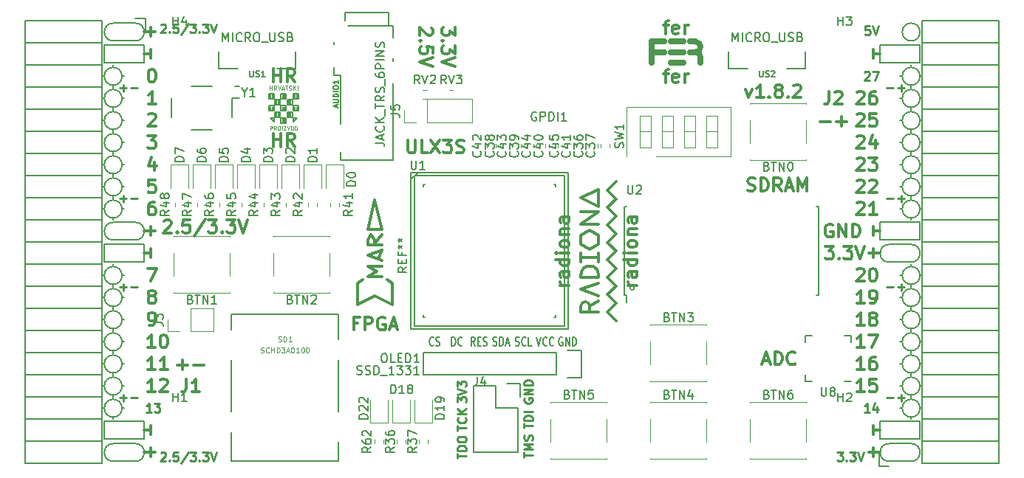
<source format=gto>
G04 #@! TF.GenerationSoftware,KiCad,Pcbnew,5.0.0-rc2-dev-unknown+dfsg1+20180318-2*
G04 #@! TF.CreationDate,2018-05-15T09:23:06+02:00*
G04 #@! TF.ProjectId,ulx3s,756C7833732E6B696361645F70636200,rev?*
G04 #@! TF.SameCoordinates,Original*
G04 #@! TF.FileFunction,Legend,Top*
G04 #@! TF.FilePolarity,Positive*
%FSLAX46Y46*%
G04 Gerber Fmt 4.6, Leading zero omitted, Abs format (unit mm)*
G04 Created by KiCad (PCBNEW 5.0.0-rc2-dev-unknown+dfsg1+20180318-2) date Tue May 15 09:23:06 2018*
%MOMM*%
%LPD*%
G01*
G04 APERTURE LIST*
%ADD10C,0.300000*%
%ADD11C,0.200000*%
%ADD12C,0.250000*%
%ADD13C,0.150000*%
%ADD14C,0.120000*%
%ADD15C,0.700000*%
%ADD16C,0.304800*%
%ADD17C,0.152400*%
%ADD18C,0.124460*%
%ADD19C,0.075000*%
G04 APERTURE END LIST*
D10*
X134560428Y-62144714D02*
X134560428Y-63073285D01*
X133989000Y-62573285D01*
X133989000Y-62787571D01*
X133917571Y-62930428D01*
X133846142Y-63001857D01*
X133703285Y-63073285D01*
X133346142Y-63073285D01*
X133203285Y-63001857D01*
X133131857Y-62930428D01*
X133060428Y-62787571D01*
X133060428Y-62359000D01*
X133131857Y-62216142D01*
X133203285Y-62144714D01*
X133203285Y-63716142D02*
X133131857Y-63787571D01*
X133060428Y-63716142D01*
X133131857Y-63644714D01*
X133203285Y-63716142D01*
X133060428Y-63716142D01*
X134560428Y-64287571D02*
X134560428Y-65216142D01*
X133989000Y-64716142D01*
X133989000Y-64930428D01*
X133917571Y-65073285D01*
X133846142Y-65144714D01*
X133703285Y-65216142D01*
X133346142Y-65216142D01*
X133203285Y-65144714D01*
X133131857Y-65073285D01*
X133060428Y-64930428D01*
X133060428Y-64501857D01*
X133131857Y-64359000D01*
X133203285Y-64287571D01*
X134560428Y-65644714D02*
X133060428Y-66144714D01*
X134560428Y-66644714D01*
X131877571Y-62216142D02*
X131949000Y-62287571D01*
X132020428Y-62430428D01*
X132020428Y-62787571D01*
X131949000Y-62930428D01*
X131877571Y-63001857D01*
X131734714Y-63073285D01*
X131591857Y-63073285D01*
X131377571Y-63001857D01*
X130520428Y-62144714D01*
X130520428Y-63073285D01*
X130663285Y-63716142D02*
X130591857Y-63787571D01*
X130520428Y-63716142D01*
X130591857Y-63644714D01*
X130663285Y-63716142D01*
X130520428Y-63716142D01*
X132020428Y-65144714D02*
X132020428Y-64430428D01*
X131306142Y-64359000D01*
X131377571Y-64430428D01*
X131449000Y-64573285D01*
X131449000Y-64930428D01*
X131377571Y-65073285D01*
X131306142Y-65144714D01*
X131163285Y-65216142D01*
X130806142Y-65216142D01*
X130663285Y-65144714D01*
X130591857Y-65073285D01*
X130520428Y-64930428D01*
X130520428Y-64573285D01*
X130591857Y-64430428D01*
X130663285Y-64359000D01*
X132020428Y-65644714D02*
X130520428Y-66144714D01*
X132020428Y-66644714D01*
X102760000Y-100897142D02*
X103902857Y-100897142D01*
X103331428Y-101468571D02*
X103331428Y-100325714D01*
X104617142Y-100897142D02*
X105760000Y-100897142D01*
X167847714Y-69226571D02*
X168204857Y-70226571D01*
X168562000Y-69226571D01*
X169919142Y-70226571D02*
X169062000Y-70226571D01*
X169490571Y-70226571D02*
X169490571Y-68726571D01*
X169347714Y-68940857D01*
X169204857Y-69083714D01*
X169062000Y-69155142D01*
X170562000Y-70083714D02*
X170633428Y-70155142D01*
X170562000Y-70226571D01*
X170490571Y-70155142D01*
X170562000Y-70083714D01*
X170562000Y-70226571D01*
X171490571Y-69369428D02*
X171347714Y-69298000D01*
X171276285Y-69226571D01*
X171204857Y-69083714D01*
X171204857Y-69012285D01*
X171276285Y-68869428D01*
X171347714Y-68798000D01*
X171490571Y-68726571D01*
X171776285Y-68726571D01*
X171919142Y-68798000D01*
X171990571Y-68869428D01*
X172062000Y-69012285D01*
X172062000Y-69083714D01*
X171990571Y-69226571D01*
X171919142Y-69298000D01*
X171776285Y-69369428D01*
X171490571Y-69369428D01*
X171347714Y-69440857D01*
X171276285Y-69512285D01*
X171204857Y-69655142D01*
X171204857Y-69940857D01*
X171276285Y-70083714D01*
X171347714Y-70155142D01*
X171490571Y-70226571D01*
X171776285Y-70226571D01*
X171919142Y-70155142D01*
X171990571Y-70083714D01*
X172062000Y-69940857D01*
X172062000Y-69655142D01*
X171990571Y-69512285D01*
X171919142Y-69440857D01*
X171776285Y-69369428D01*
X172704857Y-70083714D02*
X172776285Y-70155142D01*
X172704857Y-70226571D01*
X172633428Y-70155142D01*
X172704857Y-70083714D01*
X172704857Y-70226571D01*
X173347714Y-68869428D02*
X173419142Y-68798000D01*
X173562000Y-68726571D01*
X173919142Y-68726571D01*
X174062000Y-68798000D01*
X174133428Y-68869428D01*
X174204857Y-69012285D01*
X174204857Y-69155142D01*
X174133428Y-69369428D01*
X173276285Y-70226571D01*
X174204857Y-70226571D01*
X182492000Y-87582000D02*
X182492000Y-88598000D01*
X181984000Y-88090000D02*
X183254000Y-88090000D01*
X182492000Y-110442000D02*
X182492000Y-111458000D01*
X183254000Y-110950000D02*
X181984000Y-110950000D01*
X99688000Y-110442000D02*
X99688000Y-111458000D01*
X98926000Y-110950000D02*
X100196000Y-110950000D01*
X99688000Y-62182000D02*
X99688000Y-63198000D01*
X98926000Y-62690000D02*
X100196000Y-62690000D01*
X99688000Y-85042000D02*
X99688000Y-86058000D01*
X98926000Y-85550000D02*
X100196000Y-85550000D01*
D11*
X97910000Y-63706000D02*
G75*
G03X97910000Y-61674000I0J1016000D01*
G01*
X184270000Y-109934000D02*
G75*
G03X184270000Y-111966000I0J-1016000D01*
G01*
X95370000Y-111966000D02*
X97910000Y-111966000D01*
X95370000Y-109934000D02*
X97910000Y-109934000D01*
X97910000Y-111966000D02*
G75*
G03X97910000Y-109934000I0J1016000D01*
G01*
X95370000Y-109934000D02*
G75*
G03X95370000Y-111966000I0J-1016000D01*
G01*
X95370000Y-61674000D02*
X97910000Y-61674000D01*
X95370000Y-63706000D02*
X97910000Y-63706000D01*
X95370000Y-61674000D02*
G75*
G03X95370000Y-63706000I0J-1016000D01*
G01*
X95370000Y-84534000D02*
X97910000Y-84534000D01*
X95370000Y-86566000D02*
X97910000Y-86566000D01*
X95370000Y-84534000D02*
G75*
G03X95370000Y-86566000I0J-1016000D01*
G01*
X97910000Y-86566000D02*
G75*
G03X97910000Y-84534000I0J1016000D01*
G01*
X187826000Y-62690000D02*
G75*
G03X187826000Y-62690000I-1016000J0D01*
G01*
X184270000Y-89106000D02*
X186810000Y-89106000D01*
X184270000Y-87074000D02*
X186810000Y-87074000D01*
X184270000Y-87074000D02*
G75*
G03X184270000Y-89106000I0J-1016000D01*
G01*
X186810000Y-89106000D02*
G75*
G03X186810000Y-87074000I0J1016000D01*
G01*
X186810000Y-111966000D02*
X184270000Y-111966000D01*
X186810000Y-109934000D02*
X184270000Y-109934000D01*
X186810000Y-111966000D02*
G75*
G03X186810000Y-109934000I0J1016000D01*
G01*
X94354000Y-66246000D02*
X94354000Y-64214000D01*
X98926000Y-66246000D02*
X94354000Y-66246000D01*
X98926000Y-64214000D02*
X98926000Y-66246000D01*
X94354000Y-64214000D02*
X98926000Y-64214000D01*
X94354000Y-87074000D02*
X98926000Y-87074000D01*
X94354000Y-89106000D02*
X94354000Y-87074000D01*
X98926000Y-89106000D02*
X94354000Y-89106000D01*
X98926000Y-87074000D02*
X98926000Y-89106000D01*
X94354000Y-109426000D02*
X98926000Y-109426000D01*
X94354000Y-107394000D02*
X94354000Y-109426000D01*
X98926000Y-107394000D02*
X94354000Y-107394000D01*
X98926000Y-109426000D02*
X98926000Y-107394000D01*
X183254000Y-109426000D02*
X187826000Y-109426000D01*
X183254000Y-107394000D02*
X183254000Y-109426000D01*
X187826000Y-107394000D02*
X187826000Y-109426000D01*
X183254000Y-107394000D02*
X187826000Y-107394000D01*
X183254000Y-66246000D02*
X187826000Y-66246000D01*
X183254000Y-64214000D02*
X183254000Y-66246000D01*
X187826000Y-64214000D02*
X183254000Y-64214000D01*
X187826000Y-66246000D02*
X187826000Y-64214000D01*
X183254000Y-84534000D02*
X187826000Y-84534000D01*
X183254000Y-86566000D02*
X183254000Y-84534000D01*
X187826000Y-86566000D02*
X183254000Y-86566000D01*
X187826000Y-84534000D02*
X187826000Y-86566000D01*
D12*
X96148000Y-69111428D02*
X96909904Y-69111428D01*
X96528952Y-69492380D02*
X96528952Y-68730476D01*
X97386095Y-69111428D02*
X98148000Y-69111428D01*
X96148000Y-81811428D02*
X96909904Y-81811428D01*
X96528952Y-82192380D02*
X96528952Y-81430476D01*
X97386095Y-81811428D02*
X98148000Y-81811428D01*
X96148000Y-91971428D02*
X96909904Y-91971428D01*
X96528952Y-92352380D02*
X96528952Y-91590476D01*
X97386095Y-91971428D02*
X98148000Y-91971428D01*
X96148000Y-104671428D02*
X96909904Y-104671428D01*
X96528952Y-105052380D02*
X96528952Y-104290476D01*
X97386095Y-104671428D02*
X98148000Y-104671428D01*
X184032000Y-104671428D02*
X184793904Y-104671428D01*
X185270095Y-104671428D02*
X186032000Y-104671428D01*
X185651047Y-105052380D02*
X185651047Y-104290476D01*
X184032000Y-91971428D02*
X184793904Y-91971428D01*
X185270095Y-91971428D02*
X186032000Y-91971428D01*
X185651047Y-92352380D02*
X185651047Y-91590476D01*
X184032000Y-81811428D02*
X184793904Y-81811428D01*
X185270095Y-81811428D02*
X186032000Y-81811428D01*
X185651047Y-82192380D02*
X185651047Y-81430476D01*
X184032000Y-69111428D02*
X184793904Y-69111428D01*
X185270095Y-69111428D02*
X186032000Y-69111428D01*
X185651047Y-69492380D02*
X185651047Y-68730476D01*
D10*
X176420000Y-72957142D02*
X177562857Y-72957142D01*
X178277142Y-72957142D02*
X179420000Y-72957142D01*
X178848571Y-73528571D02*
X178848571Y-72385714D01*
D11*
X187826000Y-67770000D02*
G75*
G03X187826000Y-67770000I-1016000J0D01*
G01*
X187826000Y-70310000D02*
G75*
G03X187826000Y-70310000I-1016000J0D01*
G01*
X187826000Y-72850000D02*
G75*
G03X187826000Y-72850000I-1016000J0D01*
G01*
X187826000Y-75390000D02*
G75*
G03X187826000Y-75390000I-1016000J0D01*
G01*
X187826000Y-77930000D02*
G75*
G03X187826000Y-77930000I-1016000J0D01*
G01*
X187826000Y-80470000D02*
G75*
G03X187826000Y-80470000I-1016000J0D01*
G01*
X187826000Y-83010000D02*
G75*
G03X187826000Y-83010000I-1016000J0D01*
G01*
X187826000Y-90630000D02*
G75*
G03X187826000Y-90630000I-1016000J0D01*
G01*
X187826000Y-93170000D02*
G75*
G03X187826000Y-93170000I-1016000J0D01*
G01*
X187826000Y-95710000D02*
G75*
G03X187826000Y-95710000I-1016000J0D01*
G01*
X187826000Y-98250000D02*
G75*
G03X187826000Y-98250000I-1016000J0D01*
G01*
X187826000Y-100790000D02*
G75*
G03X187826000Y-100790000I-1016000J0D01*
G01*
X187826000Y-103330000D02*
G75*
G03X187826000Y-103330000I-1016000J0D01*
G01*
X187826000Y-105870000D02*
G75*
G03X187826000Y-105870000I-1016000J0D01*
G01*
X96386000Y-105870000D02*
G75*
G03X96386000Y-105870000I-1016000J0D01*
G01*
X96386000Y-103330000D02*
G75*
G03X96386000Y-103330000I-1016000J0D01*
G01*
X96386000Y-100790000D02*
G75*
G03X96386000Y-100790000I-1016000J0D01*
G01*
X96386000Y-98250000D02*
G75*
G03X96386000Y-98250000I-1016000J0D01*
G01*
X96386000Y-95710000D02*
G75*
G03X96386000Y-95710000I-1016000J0D01*
G01*
X96386000Y-93170000D02*
G75*
G03X96386000Y-93170000I-1016000J0D01*
G01*
X96386000Y-90630000D02*
G75*
G03X96386000Y-90630000I-1016000J0D01*
G01*
X96386000Y-83010000D02*
G75*
G03X96386000Y-83010000I-1016000J0D01*
G01*
X96386000Y-80470000D02*
G75*
G03X96386000Y-80470000I-1016000J0D01*
G01*
X96386000Y-77930000D02*
G75*
G03X96386000Y-77930000I-1016000J0D01*
G01*
X96386000Y-75390000D02*
G75*
G03X96386000Y-75390000I-1016000J0D01*
G01*
X96386000Y-72850000D02*
G75*
G03X96386000Y-72850000I-1016000J0D01*
G01*
X96386000Y-70310000D02*
G75*
G03X96386000Y-70310000I-1016000J0D01*
G01*
X96386000Y-67770000D02*
G75*
G03X96386000Y-67770000I-1016000J0D01*
G01*
D10*
X177793142Y-84800000D02*
X177650285Y-84728571D01*
X177436000Y-84728571D01*
X177221714Y-84800000D01*
X177078857Y-84942857D01*
X177007428Y-85085714D01*
X176936000Y-85371428D01*
X176936000Y-85585714D01*
X177007428Y-85871428D01*
X177078857Y-86014285D01*
X177221714Y-86157142D01*
X177436000Y-86228571D01*
X177578857Y-86228571D01*
X177793142Y-86157142D01*
X177864571Y-86085714D01*
X177864571Y-85585714D01*
X177578857Y-85585714D01*
X178507428Y-86228571D02*
X178507428Y-84728571D01*
X179364571Y-86228571D01*
X179364571Y-84728571D01*
X180078857Y-86228571D02*
X180078857Y-84728571D01*
X180436000Y-84728571D01*
X180650285Y-84800000D01*
X180793142Y-84942857D01*
X180864571Y-85085714D01*
X180936000Y-85371428D01*
X180936000Y-85585714D01*
X180864571Y-85871428D01*
X180793142Y-86014285D01*
X180650285Y-86157142D01*
X180436000Y-86228571D01*
X180078857Y-86228571D01*
X182492000Y-86058000D02*
X182492000Y-85042000D01*
X183254000Y-85550000D02*
X182492000Y-85550000D01*
X182492000Y-107902000D02*
X182492000Y-108918000D01*
X182492000Y-108410000D02*
X183254000Y-108410000D01*
D12*
X182047523Y-106322380D02*
X181476095Y-106322380D01*
X181761809Y-106322380D02*
X181761809Y-105322380D01*
X181666571Y-105465238D01*
X181571333Y-105560476D01*
X181476095Y-105608095D01*
X182904666Y-105655714D02*
X182904666Y-106322380D01*
X182666571Y-105274761D02*
X182428476Y-105989047D01*
X183047523Y-105989047D01*
X181476095Y-67317619D02*
X181523714Y-67270000D01*
X181618952Y-67222380D01*
X181857047Y-67222380D01*
X181952285Y-67270000D01*
X181999904Y-67317619D01*
X182047523Y-67412857D01*
X182047523Y-67508095D01*
X181999904Y-67650952D01*
X181428476Y-68222380D01*
X182047523Y-68222380D01*
X182380857Y-67222380D02*
X183047523Y-67222380D01*
X182618952Y-68222380D01*
D10*
X182492000Y-64722000D02*
X182492000Y-65738000D01*
X182492000Y-65230000D02*
X183254000Y-65230000D01*
X99688000Y-107902000D02*
X99688000Y-108918000D01*
X98926000Y-108410000D02*
X99688000Y-108410000D01*
X99315000Y-74568571D02*
X100243571Y-74568571D01*
X99743571Y-75140000D01*
X99957857Y-75140000D01*
X100100714Y-75211428D01*
X100172142Y-75282857D01*
X100243571Y-75425714D01*
X100243571Y-75782857D01*
X100172142Y-75925714D01*
X100100714Y-75997142D01*
X99957857Y-76068571D01*
X99529285Y-76068571D01*
X99386428Y-75997142D01*
X99315000Y-75925714D01*
X100100714Y-77608571D02*
X100100714Y-78608571D01*
X99743571Y-77037142D02*
X99386428Y-78108571D01*
X100315000Y-78108571D01*
X100172142Y-79648571D02*
X99457857Y-79648571D01*
X99386428Y-80362857D01*
X99457857Y-80291428D01*
X99600714Y-80220000D01*
X99957857Y-80220000D01*
X100100714Y-80291428D01*
X100172142Y-80362857D01*
X100243571Y-80505714D01*
X100243571Y-80862857D01*
X100172142Y-81005714D01*
X100100714Y-81077142D01*
X99957857Y-81148571D01*
X99600714Y-81148571D01*
X99457857Y-81077142D01*
X99386428Y-81005714D01*
D12*
X99751523Y-106322380D02*
X99180095Y-106322380D01*
X99465809Y-106322380D02*
X99465809Y-105322380D01*
X99370571Y-105465238D01*
X99275333Y-105560476D01*
X99180095Y-105608095D01*
X100084857Y-105322380D02*
X100703904Y-105322380D01*
X100370571Y-105703333D01*
X100513428Y-105703333D01*
X100608666Y-105750952D01*
X100656285Y-105798571D01*
X100703904Y-105893809D01*
X100703904Y-106131904D01*
X100656285Y-106227142D01*
X100608666Y-106274761D01*
X100513428Y-106322380D01*
X100227714Y-106322380D01*
X100132476Y-106274761D01*
X100084857Y-106227142D01*
D10*
X99315000Y-89808571D02*
X100315000Y-89808571D01*
X99672142Y-91308571D01*
X99688000Y-87582000D02*
X99688000Y-88598000D01*
X98926000Y-88090000D02*
X99688000Y-88090000D01*
X99688000Y-64722000D02*
X99688000Y-65738000D01*
X98926000Y-65230000D02*
X99688000Y-65230000D01*
D12*
X100817976Y-61874619D02*
X100865595Y-61827000D01*
X100960833Y-61779380D01*
X101198928Y-61779380D01*
X101294166Y-61827000D01*
X101341785Y-61874619D01*
X101389404Y-61969857D01*
X101389404Y-62065095D01*
X101341785Y-62207952D01*
X100770357Y-62779380D01*
X101389404Y-62779380D01*
X101817976Y-62684142D02*
X101865595Y-62731761D01*
X101817976Y-62779380D01*
X101770357Y-62731761D01*
X101817976Y-62684142D01*
X101817976Y-62779380D01*
X102770357Y-61779380D02*
X102294166Y-61779380D01*
X102246547Y-62255571D01*
X102294166Y-62207952D01*
X102389404Y-62160333D01*
X102627500Y-62160333D01*
X102722738Y-62207952D01*
X102770357Y-62255571D01*
X102817976Y-62350809D01*
X102817976Y-62588904D01*
X102770357Y-62684142D01*
X102722738Y-62731761D01*
X102627500Y-62779380D01*
X102389404Y-62779380D01*
X102294166Y-62731761D01*
X102246547Y-62684142D01*
X103960833Y-61731761D02*
X103103690Y-63017476D01*
X104198928Y-61779380D02*
X104817976Y-61779380D01*
X104484642Y-62160333D01*
X104627500Y-62160333D01*
X104722738Y-62207952D01*
X104770357Y-62255571D01*
X104817976Y-62350809D01*
X104817976Y-62588904D01*
X104770357Y-62684142D01*
X104722738Y-62731761D01*
X104627500Y-62779380D01*
X104341785Y-62779380D01*
X104246547Y-62731761D01*
X104198928Y-62684142D01*
X105246547Y-62684142D02*
X105294166Y-62731761D01*
X105246547Y-62779380D01*
X105198928Y-62731761D01*
X105246547Y-62684142D01*
X105246547Y-62779380D01*
X105627500Y-61779380D02*
X106246547Y-61779380D01*
X105913214Y-62160333D01*
X106056071Y-62160333D01*
X106151309Y-62207952D01*
X106198928Y-62255571D01*
X106246547Y-62350809D01*
X106246547Y-62588904D01*
X106198928Y-62684142D01*
X106151309Y-62731761D01*
X106056071Y-62779380D01*
X105770357Y-62779380D01*
X105675119Y-62731761D01*
X105627500Y-62684142D01*
X106532261Y-61779380D02*
X106865595Y-62779380D01*
X107198928Y-61779380D01*
X178360261Y-110910380D02*
X178979309Y-110910380D01*
X178645976Y-111291333D01*
X178788833Y-111291333D01*
X178884071Y-111338952D01*
X178931690Y-111386571D01*
X178979309Y-111481809D01*
X178979309Y-111719904D01*
X178931690Y-111815142D01*
X178884071Y-111862761D01*
X178788833Y-111910380D01*
X178503119Y-111910380D01*
X178407880Y-111862761D01*
X178360261Y-111815142D01*
X179407880Y-111815142D02*
X179455500Y-111862761D01*
X179407880Y-111910380D01*
X179360261Y-111862761D01*
X179407880Y-111815142D01*
X179407880Y-111910380D01*
X179788833Y-110910380D02*
X180407880Y-110910380D01*
X180074547Y-111291333D01*
X180217404Y-111291333D01*
X180312642Y-111338952D01*
X180360261Y-111386571D01*
X180407880Y-111481809D01*
X180407880Y-111719904D01*
X180360261Y-111815142D01*
X180312642Y-111862761D01*
X180217404Y-111910380D01*
X179931690Y-111910380D01*
X179836452Y-111862761D01*
X179788833Y-111815142D01*
X180693595Y-110910380D02*
X181026928Y-111910380D01*
X181360261Y-110910380D01*
D10*
X101199714Y-84381428D02*
X101271142Y-84310000D01*
X101414000Y-84238571D01*
X101771142Y-84238571D01*
X101914000Y-84310000D01*
X101985428Y-84381428D01*
X102056857Y-84524285D01*
X102056857Y-84667142D01*
X101985428Y-84881428D01*
X101128285Y-85738571D01*
X102056857Y-85738571D01*
X102699714Y-85595714D02*
X102771142Y-85667142D01*
X102699714Y-85738571D01*
X102628285Y-85667142D01*
X102699714Y-85595714D01*
X102699714Y-85738571D01*
X104128285Y-84238571D02*
X103414000Y-84238571D01*
X103342571Y-84952857D01*
X103414000Y-84881428D01*
X103556857Y-84810000D01*
X103914000Y-84810000D01*
X104056857Y-84881428D01*
X104128285Y-84952857D01*
X104199714Y-85095714D01*
X104199714Y-85452857D01*
X104128285Y-85595714D01*
X104056857Y-85667142D01*
X103914000Y-85738571D01*
X103556857Y-85738571D01*
X103414000Y-85667142D01*
X103342571Y-85595714D01*
X105914000Y-84167142D02*
X104628285Y-86095714D01*
X106271142Y-84238571D02*
X107199714Y-84238571D01*
X106699714Y-84810000D01*
X106914000Y-84810000D01*
X107056857Y-84881428D01*
X107128285Y-84952857D01*
X107199714Y-85095714D01*
X107199714Y-85452857D01*
X107128285Y-85595714D01*
X107056857Y-85667142D01*
X106914000Y-85738571D01*
X106485428Y-85738571D01*
X106342571Y-85667142D01*
X106271142Y-85595714D01*
X107842571Y-85595714D02*
X107914000Y-85667142D01*
X107842571Y-85738571D01*
X107771142Y-85667142D01*
X107842571Y-85595714D01*
X107842571Y-85738571D01*
X108414000Y-84238571D02*
X109342571Y-84238571D01*
X108842571Y-84810000D01*
X109056857Y-84810000D01*
X109199714Y-84881428D01*
X109271142Y-84952857D01*
X109342571Y-85095714D01*
X109342571Y-85452857D01*
X109271142Y-85595714D01*
X109199714Y-85667142D01*
X109056857Y-85738571D01*
X108628285Y-85738571D01*
X108485428Y-85667142D01*
X108414000Y-85595714D01*
X109771142Y-84238571D02*
X110271142Y-85738571D01*
X110771142Y-84238571D01*
D12*
X100817976Y-111023619D02*
X100865595Y-110976000D01*
X100960833Y-110928380D01*
X101198928Y-110928380D01*
X101294166Y-110976000D01*
X101341785Y-111023619D01*
X101389404Y-111118857D01*
X101389404Y-111214095D01*
X101341785Y-111356952D01*
X100770357Y-111928380D01*
X101389404Y-111928380D01*
X101817976Y-111833142D02*
X101865595Y-111880761D01*
X101817976Y-111928380D01*
X101770357Y-111880761D01*
X101817976Y-111833142D01*
X101817976Y-111928380D01*
X102770357Y-110928380D02*
X102294166Y-110928380D01*
X102246547Y-111404571D01*
X102294166Y-111356952D01*
X102389404Y-111309333D01*
X102627500Y-111309333D01*
X102722738Y-111356952D01*
X102770357Y-111404571D01*
X102817976Y-111499809D01*
X102817976Y-111737904D01*
X102770357Y-111833142D01*
X102722738Y-111880761D01*
X102627500Y-111928380D01*
X102389404Y-111928380D01*
X102294166Y-111880761D01*
X102246547Y-111833142D01*
X103960833Y-110880761D02*
X103103690Y-112166476D01*
X104198928Y-110928380D02*
X104817976Y-110928380D01*
X104484642Y-111309333D01*
X104627500Y-111309333D01*
X104722738Y-111356952D01*
X104770357Y-111404571D01*
X104817976Y-111499809D01*
X104817976Y-111737904D01*
X104770357Y-111833142D01*
X104722738Y-111880761D01*
X104627500Y-111928380D01*
X104341785Y-111928380D01*
X104246547Y-111880761D01*
X104198928Y-111833142D01*
X105246547Y-111833142D02*
X105294166Y-111880761D01*
X105246547Y-111928380D01*
X105198928Y-111880761D01*
X105246547Y-111833142D01*
X105246547Y-111928380D01*
X105627500Y-110928380D02*
X106246547Y-110928380D01*
X105913214Y-111309333D01*
X106056071Y-111309333D01*
X106151309Y-111356952D01*
X106198928Y-111404571D01*
X106246547Y-111499809D01*
X106246547Y-111737904D01*
X106198928Y-111833142D01*
X106151309Y-111880761D01*
X106056071Y-111928380D01*
X105770357Y-111928380D01*
X105675119Y-111880761D01*
X105627500Y-111833142D01*
X106532261Y-110928380D02*
X106865595Y-111928380D01*
X107198928Y-110928380D01*
X182047523Y-62015380D02*
X181571333Y-62015380D01*
X181523714Y-62491571D01*
X181571333Y-62443952D01*
X181666571Y-62396333D01*
X181904666Y-62396333D01*
X181999904Y-62443952D01*
X182047523Y-62491571D01*
X182095142Y-62586809D01*
X182095142Y-62824904D01*
X182047523Y-62920142D01*
X181999904Y-62967761D01*
X181904666Y-63015380D01*
X181666571Y-63015380D01*
X181571333Y-62967761D01*
X181523714Y-62920142D01*
X182380857Y-62015380D02*
X182714190Y-63015380D01*
X183047523Y-62015380D01*
D10*
X180587142Y-69631428D02*
X180658571Y-69560000D01*
X180801428Y-69488571D01*
X181158571Y-69488571D01*
X181301428Y-69560000D01*
X181372857Y-69631428D01*
X181444285Y-69774285D01*
X181444285Y-69917142D01*
X181372857Y-70131428D01*
X180515714Y-70988571D01*
X181444285Y-70988571D01*
X182730000Y-69488571D02*
X182444285Y-69488571D01*
X182301428Y-69560000D01*
X182230000Y-69631428D01*
X182087142Y-69845714D01*
X182015714Y-70131428D01*
X182015714Y-70702857D01*
X182087142Y-70845714D01*
X182158571Y-70917142D01*
X182301428Y-70988571D01*
X182587142Y-70988571D01*
X182730000Y-70917142D01*
X182801428Y-70845714D01*
X182872857Y-70702857D01*
X182872857Y-70345714D01*
X182801428Y-70202857D01*
X182730000Y-70131428D01*
X182587142Y-70060000D01*
X182301428Y-70060000D01*
X182158571Y-70131428D01*
X182087142Y-70202857D01*
X182015714Y-70345714D01*
X180587142Y-72171428D02*
X180658571Y-72100000D01*
X180801428Y-72028571D01*
X181158571Y-72028571D01*
X181301428Y-72100000D01*
X181372857Y-72171428D01*
X181444285Y-72314285D01*
X181444285Y-72457142D01*
X181372857Y-72671428D01*
X180515714Y-73528571D01*
X181444285Y-73528571D01*
X182801428Y-72028571D02*
X182087142Y-72028571D01*
X182015714Y-72742857D01*
X182087142Y-72671428D01*
X182230000Y-72600000D01*
X182587142Y-72600000D01*
X182730000Y-72671428D01*
X182801428Y-72742857D01*
X182872857Y-72885714D01*
X182872857Y-73242857D01*
X182801428Y-73385714D01*
X182730000Y-73457142D01*
X182587142Y-73528571D01*
X182230000Y-73528571D01*
X182087142Y-73457142D01*
X182015714Y-73385714D01*
X180587142Y-74711428D02*
X180658571Y-74640000D01*
X180801428Y-74568571D01*
X181158571Y-74568571D01*
X181301428Y-74640000D01*
X181372857Y-74711428D01*
X181444285Y-74854285D01*
X181444285Y-74997142D01*
X181372857Y-75211428D01*
X180515714Y-76068571D01*
X181444285Y-76068571D01*
X182730000Y-75068571D02*
X182730000Y-76068571D01*
X182372857Y-74497142D02*
X182015714Y-75568571D01*
X182944285Y-75568571D01*
X180587142Y-77251428D02*
X180658571Y-77180000D01*
X180801428Y-77108571D01*
X181158571Y-77108571D01*
X181301428Y-77180000D01*
X181372857Y-77251428D01*
X181444285Y-77394285D01*
X181444285Y-77537142D01*
X181372857Y-77751428D01*
X180515714Y-78608571D01*
X181444285Y-78608571D01*
X181944285Y-77108571D02*
X182872857Y-77108571D01*
X182372857Y-77680000D01*
X182587142Y-77680000D01*
X182730000Y-77751428D01*
X182801428Y-77822857D01*
X182872857Y-77965714D01*
X182872857Y-78322857D01*
X182801428Y-78465714D01*
X182730000Y-78537142D01*
X182587142Y-78608571D01*
X182158571Y-78608571D01*
X182015714Y-78537142D01*
X181944285Y-78465714D01*
X180587142Y-79791428D02*
X180658571Y-79720000D01*
X180801428Y-79648571D01*
X181158571Y-79648571D01*
X181301428Y-79720000D01*
X181372857Y-79791428D01*
X181444285Y-79934285D01*
X181444285Y-80077142D01*
X181372857Y-80291428D01*
X180515714Y-81148571D01*
X181444285Y-81148571D01*
X182015714Y-79791428D02*
X182087142Y-79720000D01*
X182230000Y-79648571D01*
X182587142Y-79648571D01*
X182730000Y-79720000D01*
X182801428Y-79791428D01*
X182872857Y-79934285D01*
X182872857Y-80077142D01*
X182801428Y-80291428D01*
X181944285Y-81148571D01*
X182872857Y-81148571D01*
X180587142Y-82331428D02*
X180658571Y-82260000D01*
X180801428Y-82188571D01*
X181158571Y-82188571D01*
X181301428Y-82260000D01*
X181372857Y-82331428D01*
X181444285Y-82474285D01*
X181444285Y-82617142D01*
X181372857Y-82831428D01*
X180515714Y-83688571D01*
X181444285Y-83688571D01*
X182872857Y-83688571D02*
X182015714Y-83688571D01*
X182444285Y-83688571D02*
X182444285Y-82188571D01*
X182301428Y-82402857D01*
X182158571Y-82545714D01*
X182015714Y-82617142D01*
X176975714Y-87268571D02*
X177904285Y-87268571D01*
X177404285Y-87840000D01*
X177618571Y-87840000D01*
X177761428Y-87911428D01*
X177832857Y-87982857D01*
X177904285Y-88125714D01*
X177904285Y-88482857D01*
X177832857Y-88625714D01*
X177761428Y-88697142D01*
X177618571Y-88768571D01*
X177190000Y-88768571D01*
X177047142Y-88697142D01*
X176975714Y-88625714D01*
X178547142Y-88625714D02*
X178618571Y-88697142D01*
X178547142Y-88768571D01*
X178475714Y-88697142D01*
X178547142Y-88625714D01*
X178547142Y-88768571D01*
X179118571Y-87268571D02*
X180047142Y-87268571D01*
X179547142Y-87840000D01*
X179761428Y-87840000D01*
X179904285Y-87911428D01*
X179975714Y-87982857D01*
X180047142Y-88125714D01*
X180047142Y-88482857D01*
X179975714Y-88625714D01*
X179904285Y-88697142D01*
X179761428Y-88768571D01*
X179332857Y-88768571D01*
X179190000Y-88697142D01*
X179118571Y-88625714D01*
X180475714Y-87268571D02*
X180975714Y-88768571D01*
X181475714Y-87268571D01*
X180587142Y-89951428D02*
X180658571Y-89880000D01*
X180801428Y-89808571D01*
X181158571Y-89808571D01*
X181301428Y-89880000D01*
X181372857Y-89951428D01*
X181444285Y-90094285D01*
X181444285Y-90237142D01*
X181372857Y-90451428D01*
X180515714Y-91308571D01*
X181444285Y-91308571D01*
X182372857Y-89808571D02*
X182515714Y-89808571D01*
X182658571Y-89880000D01*
X182730000Y-89951428D01*
X182801428Y-90094285D01*
X182872857Y-90380000D01*
X182872857Y-90737142D01*
X182801428Y-91022857D01*
X182730000Y-91165714D01*
X182658571Y-91237142D01*
X182515714Y-91308571D01*
X182372857Y-91308571D01*
X182230000Y-91237142D01*
X182158571Y-91165714D01*
X182087142Y-91022857D01*
X182015714Y-90737142D01*
X182015714Y-90380000D01*
X182087142Y-90094285D01*
X182158571Y-89951428D01*
X182230000Y-89880000D01*
X182372857Y-89808571D01*
X181444285Y-93848571D02*
X180587142Y-93848571D01*
X181015714Y-93848571D02*
X181015714Y-92348571D01*
X180872857Y-92562857D01*
X180730000Y-92705714D01*
X180587142Y-92777142D01*
X182158571Y-93848571D02*
X182444285Y-93848571D01*
X182587142Y-93777142D01*
X182658571Y-93705714D01*
X182801428Y-93491428D01*
X182872857Y-93205714D01*
X182872857Y-92634285D01*
X182801428Y-92491428D01*
X182730000Y-92420000D01*
X182587142Y-92348571D01*
X182301428Y-92348571D01*
X182158571Y-92420000D01*
X182087142Y-92491428D01*
X182015714Y-92634285D01*
X182015714Y-92991428D01*
X182087142Y-93134285D01*
X182158571Y-93205714D01*
X182301428Y-93277142D01*
X182587142Y-93277142D01*
X182730000Y-93205714D01*
X182801428Y-93134285D01*
X182872857Y-92991428D01*
X181444285Y-96388571D02*
X180587142Y-96388571D01*
X181015714Y-96388571D02*
X181015714Y-94888571D01*
X180872857Y-95102857D01*
X180730000Y-95245714D01*
X180587142Y-95317142D01*
X182301428Y-95531428D02*
X182158571Y-95460000D01*
X182087142Y-95388571D01*
X182015714Y-95245714D01*
X182015714Y-95174285D01*
X182087142Y-95031428D01*
X182158571Y-94960000D01*
X182301428Y-94888571D01*
X182587142Y-94888571D01*
X182730000Y-94960000D01*
X182801428Y-95031428D01*
X182872857Y-95174285D01*
X182872857Y-95245714D01*
X182801428Y-95388571D01*
X182730000Y-95460000D01*
X182587142Y-95531428D01*
X182301428Y-95531428D01*
X182158571Y-95602857D01*
X182087142Y-95674285D01*
X182015714Y-95817142D01*
X182015714Y-96102857D01*
X182087142Y-96245714D01*
X182158571Y-96317142D01*
X182301428Y-96388571D01*
X182587142Y-96388571D01*
X182730000Y-96317142D01*
X182801428Y-96245714D01*
X182872857Y-96102857D01*
X182872857Y-95817142D01*
X182801428Y-95674285D01*
X182730000Y-95602857D01*
X182587142Y-95531428D01*
X181444285Y-98928571D02*
X180587142Y-98928571D01*
X181015714Y-98928571D02*
X181015714Y-97428571D01*
X180872857Y-97642857D01*
X180730000Y-97785714D01*
X180587142Y-97857142D01*
X181944285Y-97428571D02*
X182944285Y-97428571D01*
X182301428Y-98928571D01*
X181444285Y-101468571D02*
X180587142Y-101468571D01*
X181015714Y-101468571D02*
X181015714Y-99968571D01*
X180872857Y-100182857D01*
X180730000Y-100325714D01*
X180587142Y-100397142D01*
X182730000Y-99968571D02*
X182444285Y-99968571D01*
X182301428Y-100040000D01*
X182230000Y-100111428D01*
X182087142Y-100325714D01*
X182015714Y-100611428D01*
X182015714Y-101182857D01*
X182087142Y-101325714D01*
X182158571Y-101397142D01*
X182301428Y-101468571D01*
X182587142Y-101468571D01*
X182730000Y-101397142D01*
X182801428Y-101325714D01*
X182872857Y-101182857D01*
X182872857Y-100825714D01*
X182801428Y-100682857D01*
X182730000Y-100611428D01*
X182587142Y-100540000D01*
X182301428Y-100540000D01*
X182158571Y-100611428D01*
X182087142Y-100682857D01*
X182015714Y-100825714D01*
X181444285Y-104008571D02*
X180587142Y-104008571D01*
X181015714Y-104008571D02*
X181015714Y-102508571D01*
X180872857Y-102722857D01*
X180730000Y-102865714D01*
X180587142Y-102937142D01*
X182801428Y-102508571D02*
X182087142Y-102508571D01*
X182015714Y-103222857D01*
X182087142Y-103151428D01*
X182230000Y-103080000D01*
X182587142Y-103080000D01*
X182730000Y-103151428D01*
X182801428Y-103222857D01*
X182872857Y-103365714D01*
X182872857Y-103722857D01*
X182801428Y-103865714D01*
X182730000Y-103937142D01*
X182587142Y-104008571D01*
X182230000Y-104008571D01*
X182087142Y-103937142D01*
X182015714Y-103865714D01*
D11*
X186810000Y-66500000D02*
X186810000Y-66754000D01*
X187826000Y-67770000D02*
X188080000Y-67770000D01*
X185540000Y-67770000D02*
X185794000Y-67770000D01*
X186810000Y-69294000D02*
X186810000Y-68786000D01*
X187826000Y-70310000D02*
X188080000Y-70310000D01*
X185540000Y-70310000D02*
X185794000Y-70310000D01*
X186810000Y-71326000D02*
X186810000Y-71834000D01*
X187826000Y-72850000D02*
X188080000Y-72850000D01*
X185540000Y-72850000D02*
X185794000Y-72850000D01*
X186810000Y-73866000D02*
X186810000Y-74374000D01*
X187826000Y-75390000D02*
X188080000Y-75390000D01*
X185540000Y-75390000D02*
X185794000Y-75390000D01*
X186810000Y-76406000D02*
X186810000Y-76914000D01*
X187826000Y-77930000D02*
X188080000Y-77930000D01*
X185540000Y-77930000D02*
X185794000Y-77930000D01*
X186810000Y-79454000D02*
X186810000Y-78946000D01*
X187826000Y-80470000D02*
X188080000Y-80470000D01*
X185540000Y-80470000D02*
X185794000Y-80470000D01*
X186810000Y-81994000D02*
X186810000Y-81486000D01*
X187826000Y-83010000D02*
X188080000Y-83010000D01*
X185540000Y-83010000D02*
X185794000Y-83010000D01*
X186810000Y-84026000D02*
X186810000Y-84280000D01*
X186810000Y-89360000D02*
X186810000Y-89614000D01*
X187826000Y-90630000D02*
X188080000Y-90630000D01*
X185540000Y-90630000D02*
X185794000Y-90630000D01*
X186810000Y-91646000D02*
X186810000Y-92154000D01*
X187826000Y-93170000D02*
X188080000Y-93170000D01*
X185540000Y-93170000D02*
X185794000Y-93170000D01*
X186810000Y-94186000D02*
X186810000Y-94694000D01*
X187826000Y-95710000D02*
X188080000Y-95710000D01*
X185540000Y-95710000D02*
X185794000Y-95710000D01*
X186810000Y-97234000D02*
X186810000Y-96726000D01*
X187826000Y-98250000D02*
X188080000Y-98250000D01*
X185540000Y-98250000D02*
X185794000Y-98250000D01*
X187826000Y-100790000D02*
X188080000Y-100790000D01*
X185540000Y-100790000D02*
X185794000Y-100790000D01*
X186810000Y-99266000D02*
X186810000Y-99774000D01*
X186810000Y-102314000D02*
X186810000Y-101806000D01*
X187826000Y-103330000D02*
X188080000Y-103330000D01*
X185540000Y-103330000D02*
X185794000Y-103330000D01*
X186810000Y-104346000D02*
X186810000Y-104854000D01*
X185540000Y-105870000D02*
X185794000Y-105870000D01*
X187826000Y-105870000D02*
X188080000Y-105870000D01*
X186810000Y-106886000D02*
X186810000Y-107140000D01*
X95370000Y-66754000D02*
X95370000Y-66500000D01*
X96386000Y-67770000D02*
X96640000Y-67770000D01*
X94100000Y-67770000D02*
X94354000Y-67770000D01*
X95370000Y-68786000D02*
X95370000Y-69294000D01*
X96386000Y-70310000D02*
X96640000Y-70310000D01*
X94100000Y-70310000D02*
X94354000Y-70310000D01*
X95370000Y-71326000D02*
X95370000Y-71834000D01*
X96386000Y-72850000D02*
X96640000Y-72850000D01*
X94100000Y-72850000D02*
X94354000Y-72850000D01*
X95370000Y-73866000D02*
X95370000Y-74374000D01*
X96386000Y-75390000D02*
X96640000Y-75390000D01*
X95370000Y-76406000D02*
X95370000Y-76914000D01*
X96386000Y-77930000D02*
X96640000Y-77930000D01*
X94100000Y-77930000D02*
X94354000Y-77930000D01*
X95370000Y-79454000D02*
X95370000Y-78946000D01*
X96386000Y-80470000D02*
X96640000Y-80470000D01*
X94100000Y-80470000D02*
X94354000Y-80470000D01*
X95370000Y-81486000D02*
X95370000Y-81994000D01*
X96386000Y-83010000D02*
X96640000Y-83010000D01*
X95370000Y-84026000D02*
X95370000Y-84280000D01*
X94100000Y-83010000D02*
X94354000Y-83010000D01*
X95370000Y-106886000D02*
X95370000Y-107140000D01*
X95370000Y-89360000D02*
X95370000Y-89614000D01*
X96386000Y-93170000D02*
X96640000Y-93170000D01*
X94100000Y-93170000D02*
X94354000Y-93170000D01*
X95370000Y-94186000D02*
X95370000Y-94694000D01*
X94100000Y-90630000D02*
X94354000Y-90630000D01*
X96386000Y-90630000D02*
X96640000Y-90630000D01*
X95370000Y-92154000D02*
X95370000Y-91646000D01*
X96386000Y-95710000D02*
X96640000Y-95710000D01*
X94100000Y-95710000D02*
X94354000Y-95710000D01*
X96386000Y-98250000D02*
X96640000Y-98250000D01*
X94354000Y-98250000D02*
X94100000Y-98250000D01*
X95370000Y-96726000D02*
X95370000Y-97234000D01*
X95370000Y-99266000D02*
X95370000Y-99774000D01*
X94100000Y-100790000D02*
X94354000Y-100790000D01*
X96386000Y-100790000D02*
X96640000Y-100790000D01*
X94100000Y-103330000D02*
X94354000Y-103330000D01*
X96386000Y-103330000D02*
X96640000Y-103330000D01*
X95370000Y-101806000D02*
X95370000Y-102314000D01*
X95370000Y-104346000D02*
X95370000Y-104854000D01*
X96386000Y-105870000D02*
X96640000Y-105870000D01*
X94100000Y-105870000D02*
X94354000Y-105870000D01*
D10*
X100164285Y-104008571D02*
X99307142Y-104008571D01*
X99735714Y-104008571D02*
X99735714Y-102508571D01*
X99592857Y-102722857D01*
X99450000Y-102865714D01*
X99307142Y-102937142D01*
X100735714Y-102651428D02*
X100807142Y-102580000D01*
X100950000Y-102508571D01*
X101307142Y-102508571D01*
X101450000Y-102580000D01*
X101521428Y-102651428D01*
X101592857Y-102794285D01*
X101592857Y-102937142D01*
X101521428Y-103151428D01*
X100664285Y-104008571D01*
X101592857Y-104008571D01*
X100164285Y-101468571D02*
X99307142Y-101468571D01*
X99735714Y-101468571D02*
X99735714Y-99968571D01*
X99592857Y-100182857D01*
X99450000Y-100325714D01*
X99307142Y-100397142D01*
X101592857Y-101468571D02*
X100735714Y-101468571D01*
X101164285Y-101468571D02*
X101164285Y-99968571D01*
X101021428Y-100182857D01*
X100878571Y-100325714D01*
X100735714Y-100397142D01*
X100164285Y-98928571D02*
X99307142Y-98928571D01*
X99735714Y-98928571D02*
X99735714Y-97428571D01*
X99592857Y-97642857D01*
X99450000Y-97785714D01*
X99307142Y-97857142D01*
X101092857Y-97428571D02*
X101235714Y-97428571D01*
X101378571Y-97500000D01*
X101450000Y-97571428D01*
X101521428Y-97714285D01*
X101592857Y-98000000D01*
X101592857Y-98357142D01*
X101521428Y-98642857D01*
X101450000Y-98785714D01*
X101378571Y-98857142D01*
X101235714Y-98928571D01*
X101092857Y-98928571D01*
X100950000Y-98857142D01*
X100878571Y-98785714D01*
X100807142Y-98642857D01*
X100735714Y-98357142D01*
X100735714Y-98000000D01*
X100807142Y-97714285D01*
X100878571Y-97571428D01*
X100950000Y-97500000D01*
X101092857Y-97428571D01*
X99529285Y-96388571D02*
X99815000Y-96388571D01*
X99957857Y-96317142D01*
X100029285Y-96245714D01*
X100172142Y-96031428D01*
X100243571Y-95745714D01*
X100243571Y-95174285D01*
X100172142Y-95031428D01*
X100100714Y-94960000D01*
X99957857Y-94888571D01*
X99672142Y-94888571D01*
X99529285Y-94960000D01*
X99457857Y-95031428D01*
X99386428Y-95174285D01*
X99386428Y-95531428D01*
X99457857Y-95674285D01*
X99529285Y-95745714D01*
X99672142Y-95817142D01*
X99957857Y-95817142D01*
X100100714Y-95745714D01*
X100172142Y-95674285D01*
X100243571Y-95531428D01*
X99672142Y-92991428D02*
X99529285Y-92920000D01*
X99457857Y-92848571D01*
X99386428Y-92705714D01*
X99386428Y-92634285D01*
X99457857Y-92491428D01*
X99529285Y-92420000D01*
X99672142Y-92348571D01*
X99957857Y-92348571D01*
X100100714Y-92420000D01*
X100172142Y-92491428D01*
X100243571Y-92634285D01*
X100243571Y-92705714D01*
X100172142Y-92848571D01*
X100100714Y-92920000D01*
X99957857Y-92991428D01*
X99672142Y-92991428D01*
X99529285Y-93062857D01*
X99457857Y-93134285D01*
X99386428Y-93277142D01*
X99386428Y-93562857D01*
X99457857Y-93705714D01*
X99529285Y-93777142D01*
X99672142Y-93848571D01*
X99957857Y-93848571D01*
X100100714Y-93777142D01*
X100172142Y-93705714D01*
X100243571Y-93562857D01*
X100243571Y-93277142D01*
X100172142Y-93134285D01*
X100100714Y-93062857D01*
X99957857Y-92991428D01*
X100100714Y-82188571D02*
X99815000Y-82188571D01*
X99672142Y-82260000D01*
X99600714Y-82331428D01*
X99457857Y-82545714D01*
X99386428Y-82831428D01*
X99386428Y-83402857D01*
X99457857Y-83545714D01*
X99529285Y-83617142D01*
X99672142Y-83688571D01*
X99957857Y-83688571D01*
X100100714Y-83617142D01*
X100172142Y-83545714D01*
X100243571Y-83402857D01*
X100243571Y-83045714D01*
X100172142Y-82902857D01*
X100100714Y-82831428D01*
X99957857Y-82760000D01*
X99672142Y-82760000D01*
X99529285Y-82831428D01*
X99457857Y-82902857D01*
X99386428Y-83045714D01*
X99386428Y-72171428D02*
X99457857Y-72100000D01*
X99600714Y-72028571D01*
X99957857Y-72028571D01*
X100100714Y-72100000D01*
X100172142Y-72171428D01*
X100243571Y-72314285D01*
X100243571Y-72457142D01*
X100172142Y-72671428D01*
X99315000Y-73528571D01*
X100243571Y-73528571D01*
X100243571Y-70988571D02*
X99386428Y-70988571D01*
X99815000Y-70988571D02*
X99815000Y-69488571D01*
X99672142Y-69702857D01*
X99529285Y-69845714D01*
X99386428Y-69917142D01*
X99743571Y-66948571D02*
X99886428Y-66948571D01*
X100029285Y-67020000D01*
X100100714Y-67091428D01*
X100172142Y-67234285D01*
X100243571Y-67520000D01*
X100243571Y-67877142D01*
X100172142Y-68162857D01*
X100100714Y-68305714D01*
X100029285Y-68377142D01*
X99886428Y-68448571D01*
X99743571Y-68448571D01*
X99600714Y-68377142D01*
X99529285Y-68305714D01*
X99457857Y-68162857D01*
X99386428Y-67877142D01*
X99386428Y-67520000D01*
X99457857Y-67234285D01*
X99529285Y-67091428D01*
X99600714Y-67020000D01*
X99743571Y-66948571D01*
X129148428Y-75076571D02*
X129148428Y-76290857D01*
X129219857Y-76433714D01*
X129291285Y-76505142D01*
X129434142Y-76576571D01*
X129719857Y-76576571D01*
X129862714Y-76505142D01*
X129934142Y-76433714D01*
X130005571Y-76290857D01*
X130005571Y-75076571D01*
X131434142Y-76576571D02*
X130719857Y-76576571D01*
X130719857Y-75076571D01*
X131791285Y-75076571D02*
X132791285Y-76576571D01*
X132791285Y-75076571D02*
X131791285Y-76576571D01*
X133219857Y-75076571D02*
X134148428Y-75076571D01*
X133648428Y-75648000D01*
X133862714Y-75648000D01*
X134005571Y-75719428D01*
X134077000Y-75790857D01*
X134148428Y-75933714D01*
X134148428Y-76290857D01*
X134077000Y-76433714D01*
X134005571Y-76505142D01*
X133862714Y-76576571D01*
X133434142Y-76576571D01*
X133291285Y-76505142D01*
X133219857Y-76433714D01*
X134719857Y-76505142D02*
X134934142Y-76576571D01*
X135291285Y-76576571D01*
X135434142Y-76505142D01*
X135505571Y-76433714D01*
X135577000Y-76290857D01*
X135577000Y-76148000D01*
X135505571Y-76005142D01*
X135434142Y-75933714D01*
X135291285Y-75862285D01*
X135005571Y-75790857D01*
X134862714Y-75719428D01*
X134791285Y-75648000D01*
X134719857Y-75505142D01*
X134719857Y-75362285D01*
X134791285Y-75219428D01*
X134862714Y-75148000D01*
X135005571Y-75076571D01*
X135362714Y-75076571D01*
X135577000Y-75148000D01*
X123413428Y-96110857D02*
X122913428Y-96110857D01*
X122913428Y-96896571D02*
X122913428Y-95396571D01*
X123627714Y-95396571D01*
X124199142Y-96896571D02*
X124199142Y-95396571D01*
X124770571Y-95396571D01*
X124913428Y-95468000D01*
X124984857Y-95539428D01*
X125056285Y-95682285D01*
X125056285Y-95896571D01*
X124984857Y-96039428D01*
X124913428Y-96110857D01*
X124770571Y-96182285D01*
X124199142Y-96182285D01*
X126484857Y-95468000D02*
X126342000Y-95396571D01*
X126127714Y-95396571D01*
X125913428Y-95468000D01*
X125770571Y-95610857D01*
X125699142Y-95753714D01*
X125627714Y-96039428D01*
X125627714Y-96253714D01*
X125699142Y-96539428D01*
X125770571Y-96682285D01*
X125913428Y-96825142D01*
X126127714Y-96896571D01*
X126270571Y-96896571D01*
X126484857Y-96825142D01*
X126556285Y-96753714D01*
X126556285Y-96253714D01*
X126270571Y-96253714D01*
X127127714Y-96468000D02*
X127842000Y-96468000D01*
X126984857Y-96896571D02*
X127484857Y-95396571D01*
X127984857Y-96896571D01*
X168077928Y-80886642D02*
X168292214Y-80958071D01*
X168649357Y-80958071D01*
X168792214Y-80886642D01*
X168863642Y-80815214D01*
X168935071Y-80672357D01*
X168935071Y-80529500D01*
X168863642Y-80386642D01*
X168792214Y-80315214D01*
X168649357Y-80243785D01*
X168363642Y-80172357D01*
X168220785Y-80100928D01*
X168149357Y-80029500D01*
X168077928Y-79886642D01*
X168077928Y-79743785D01*
X168149357Y-79600928D01*
X168220785Y-79529500D01*
X168363642Y-79458071D01*
X168720785Y-79458071D01*
X168935071Y-79529500D01*
X169577928Y-80958071D02*
X169577928Y-79458071D01*
X169935071Y-79458071D01*
X170149357Y-79529500D01*
X170292214Y-79672357D01*
X170363642Y-79815214D01*
X170435071Y-80100928D01*
X170435071Y-80315214D01*
X170363642Y-80600928D01*
X170292214Y-80743785D01*
X170149357Y-80886642D01*
X169935071Y-80958071D01*
X169577928Y-80958071D01*
X171935071Y-80958071D02*
X171435071Y-80243785D01*
X171077928Y-80958071D02*
X171077928Y-79458071D01*
X171649357Y-79458071D01*
X171792214Y-79529500D01*
X171863642Y-79600928D01*
X171935071Y-79743785D01*
X171935071Y-79958071D01*
X171863642Y-80100928D01*
X171792214Y-80172357D01*
X171649357Y-80243785D01*
X171077928Y-80243785D01*
X172506500Y-80529500D02*
X173220785Y-80529500D01*
X172363642Y-80958071D02*
X172863642Y-79458071D01*
X173363642Y-80958071D01*
X173863642Y-80958071D02*
X173863642Y-79458071D01*
X174363642Y-80529500D01*
X174863642Y-79458071D01*
X174863642Y-80958071D01*
X169822857Y-100450000D02*
X170537142Y-100450000D01*
X169680000Y-100878571D02*
X170180000Y-99378571D01*
X170680000Y-100878571D01*
X171180000Y-100878571D02*
X171180000Y-99378571D01*
X171537142Y-99378571D01*
X171751428Y-99450000D01*
X171894285Y-99592857D01*
X171965714Y-99735714D01*
X172037142Y-100021428D01*
X172037142Y-100235714D01*
X171965714Y-100521428D01*
X171894285Y-100664285D01*
X171751428Y-100807142D01*
X171537142Y-100878571D01*
X171180000Y-100878571D01*
X173537142Y-100735714D02*
X173465714Y-100807142D01*
X173251428Y-100878571D01*
X173108571Y-100878571D01*
X172894285Y-100807142D01*
X172751428Y-100664285D01*
X172680000Y-100521428D01*
X172608571Y-100235714D01*
X172608571Y-100021428D01*
X172680000Y-99735714D01*
X172751428Y-99592857D01*
X172894285Y-99450000D01*
X173108571Y-99378571D01*
X173251428Y-99378571D01*
X173465714Y-99450000D01*
X173537142Y-99521428D01*
D12*
X142447380Y-111521333D02*
X142447380Y-110949904D01*
X143447380Y-111235619D02*
X142447380Y-111235619D01*
X143447380Y-110616571D02*
X142447380Y-110616571D01*
X143161666Y-110283238D01*
X142447380Y-109949904D01*
X143447380Y-109949904D01*
X143399761Y-109521333D02*
X143447380Y-109378476D01*
X143447380Y-109140380D01*
X143399761Y-109045142D01*
X143352142Y-108997523D01*
X143256904Y-108949904D01*
X143161666Y-108949904D01*
X143066428Y-108997523D01*
X143018809Y-109045142D01*
X142971190Y-109140380D01*
X142923571Y-109330857D01*
X142875952Y-109426095D01*
X142828333Y-109473714D01*
X142733095Y-109521333D01*
X142637857Y-109521333D01*
X142542619Y-109473714D01*
X142495000Y-109426095D01*
X142447380Y-109330857D01*
X142447380Y-109092761D01*
X142495000Y-108949904D01*
X142447380Y-108163809D02*
X142447380Y-107592380D01*
X143447380Y-107878095D02*
X142447380Y-107878095D01*
X143447380Y-107259047D02*
X142447380Y-107259047D01*
X142447380Y-107020952D01*
X142495000Y-106878095D01*
X142590238Y-106782857D01*
X142685476Y-106735238D01*
X142875952Y-106687619D01*
X143018809Y-106687619D01*
X143209285Y-106735238D01*
X143304523Y-106782857D01*
X143399761Y-106878095D01*
X143447380Y-107020952D01*
X143447380Y-107259047D01*
X143447380Y-106259047D02*
X142447380Y-106259047D01*
X142495000Y-104726904D02*
X142447380Y-104822142D01*
X142447380Y-104965000D01*
X142495000Y-105107857D01*
X142590238Y-105203095D01*
X142685476Y-105250714D01*
X142875952Y-105298333D01*
X143018809Y-105298333D01*
X143209285Y-105250714D01*
X143304523Y-105203095D01*
X143399761Y-105107857D01*
X143447380Y-104965000D01*
X143447380Y-104869761D01*
X143399761Y-104726904D01*
X143352142Y-104679285D01*
X143018809Y-104679285D01*
X143018809Y-104869761D01*
X143447380Y-104250714D02*
X142447380Y-104250714D01*
X143447380Y-103679285D01*
X142447380Y-103679285D01*
X143447380Y-103203095D02*
X142447380Y-103203095D01*
X142447380Y-102965000D01*
X142495000Y-102822142D01*
X142590238Y-102726904D01*
X142685476Y-102679285D01*
X142875952Y-102631666D01*
X143018809Y-102631666D01*
X143209285Y-102679285D01*
X143304523Y-102726904D01*
X143399761Y-102822142D01*
X143447380Y-102965000D01*
X143447380Y-103203095D01*
X134827380Y-111624523D02*
X134827380Y-111053095D01*
X135827380Y-111338809D02*
X134827380Y-111338809D01*
X135827380Y-110719761D02*
X134827380Y-110719761D01*
X134827380Y-110481666D01*
X134875000Y-110338809D01*
X134970238Y-110243571D01*
X135065476Y-110195952D01*
X135255952Y-110148333D01*
X135398809Y-110148333D01*
X135589285Y-110195952D01*
X135684523Y-110243571D01*
X135779761Y-110338809D01*
X135827380Y-110481666D01*
X135827380Y-110719761D01*
X134827380Y-109529285D02*
X134827380Y-109338809D01*
X134875000Y-109243571D01*
X134970238Y-109148333D01*
X135160714Y-109100714D01*
X135494047Y-109100714D01*
X135684523Y-109148333D01*
X135779761Y-109243571D01*
X135827380Y-109338809D01*
X135827380Y-109529285D01*
X135779761Y-109624523D01*
X135684523Y-109719761D01*
X135494047Y-109767380D01*
X135160714Y-109767380D01*
X134970238Y-109719761D01*
X134875000Y-109624523D01*
X134827380Y-109529285D01*
X134827380Y-108425714D02*
X134827380Y-107854285D01*
X135827380Y-108140000D02*
X134827380Y-108140000D01*
X135732142Y-106949523D02*
X135779761Y-106997142D01*
X135827380Y-107140000D01*
X135827380Y-107235238D01*
X135779761Y-107378095D01*
X135684523Y-107473333D01*
X135589285Y-107520952D01*
X135398809Y-107568571D01*
X135255952Y-107568571D01*
X135065476Y-107520952D01*
X134970238Y-107473333D01*
X134875000Y-107378095D01*
X134827380Y-107235238D01*
X134827380Y-107140000D01*
X134875000Y-106997142D01*
X134922619Y-106949523D01*
X135827380Y-106520952D02*
X134827380Y-106520952D01*
X135827380Y-105949523D02*
X135255952Y-106378095D01*
X134827380Y-105949523D02*
X135398809Y-106520952D01*
X134827380Y-105203095D02*
X134827380Y-104584047D01*
X135208333Y-104917380D01*
X135208333Y-104774523D01*
X135255952Y-104679285D01*
X135303571Y-104631666D01*
X135398809Y-104584047D01*
X135636904Y-104584047D01*
X135732142Y-104631666D01*
X135779761Y-104679285D01*
X135827380Y-104774523D01*
X135827380Y-105060238D01*
X135779761Y-105155476D01*
X135732142Y-105203095D01*
X134827380Y-104298333D02*
X135827380Y-103965000D01*
X134827380Y-103631666D01*
X134827380Y-103393571D02*
X134827380Y-102774523D01*
X135208333Y-103107857D01*
X135208333Y-102965000D01*
X135255952Y-102869761D01*
X135303571Y-102822142D01*
X135398809Y-102774523D01*
X135636904Y-102774523D01*
X135732142Y-102822142D01*
X135779761Y-102869761D01*
X135827380Y-102965000D01*
X135827380Y-103250714D01*
X135779761Y-103345952D01*
X135732142Y-103393571D01*
D13*
X85270000Y-112220000D02*
X94100000Y-112220000D01*
X85270000Y-109680000D02*
X85270000Y-112220000D01*
X94100000Y-109680000D02*
X94100000Y-112220000D01*
X94100000Y-112220000D02*
X85270000Y-112220000D01*
X94100000Y-109680000D02*
X85270000Y-109680000D01*
X94100000Y-107140000D02*
X94100000Y-109680000D01*
X85270000Y-107140000D02*
X85270000Y-109680000D01*
X85270000Y-109680000D02*
X94100000Y-109680000D01*
X85270000Y-91900000D02*
X94100000Y-91900000D01*
X85270000Y-89360000D02*
X85270000Y-91900000D01*
X94100000Y-89360000D02*
X94100000Y-91900000D01*
X94100000Y-91900000D02*
X85270000Y-91900000D01*
X94100000Y-94440000D02*
X85270000Y-94440000D01*
X94100000Y-91900000D02*
X94100000Y-94440000D01*
X85270000Y-91900000D02*
X85270000Y-94440000D01*
X85270000Y-94440000D02*
X94100000Y-94440000D01*
X85270000Y-107140000D02*
X94100000Y-107140000D01*
X85270000Y-104600000D02*
X85270000Y-107140000D01*
X94100000Y-104600000D02*
X94100000Y-107140000D01*
X94100000Y-107140000D02*
X85270000Y-107140000D01*
X94100000Y-104600000D02*
X85270000Y-104600000D01*
X94100000Y-102060000D02*
X94100000Y-104600000D01*
X85270000Y-102060000D02*
X85270000Y-104600000D01*
X85270000Y-104600000D02*
X94100000Y-104600000D01*
X85270000Y-102060000D02*
X94100000Y-102060000D01*
X85270000Y-99520000D02*
X85270000Y-102060000D01*
X94100000Y-99520000D02*
X94100000Y-102060000D01*
X94100000Y-102060000D02*
X85270000Y-102060000D01*
X94100000Y-99520000D02*
X85270000Y-99520000D01*
X94100000Y-96980000D02*
X94100000Y-99520000D01*
X85270000Y-96980000D02*
X85270000Y-99520000D01*
X85270000Y-99520000D02*
X94100000Y-99520000D01*
X85270000Y-96980000D02*
X94100000Y-96980000D01*
X85270000Y-94440000D02*
X85270000Y-96980000D01*
X94100000Y-94440000D02*
X94100000Y-96980000D01*
X94100000Y-96980000D02*
X85270000Y-96980000D01*
X94100000Y-79200000D02*
X85270000Y-79200000D01*
X94100000Y-76660000D02*
X94100000Y-79200000D01*
X85270000Y-76660000D02*
X85270000Y-79200000D01*
X85270000Y-79200000D02*
X94100000Y-79200000D01*
X85270000Y-81740000D02*
X94100000Y-81740000D01*
X85270000Y-79200000D02*
X85270000Y-81740000D01*
X94100000Y-79200000D02*
X94100000Y-81740000D01*
X94100000Y-81740000D02*
X85270000Y-81740000D01*
X94100000Y-84280000D02*
X85270000Y-84280000D01*
X94100000Y-81740000D02*
X94100000Y-84280000D01*
X85270000Y-81740000D02*
X85270000Y-84280000D01*
X85270000Y-84280000D02*
X94100000Y-84280000D01*
X85270000Y-86820000D02*
X94100000Y-86820000D01*
X85270000Y-84280000D02*
X85270000Y-86820000D01*
X94100000Y-84280000D02*
X94100000Y-86820000D01*
X94100000Y-86820000D02*
X85270000Y-86820000D01*
X94100000Y-89360000D02*
X85270000Y-89360000D01*
X94100000Y-86820000D02*
X94100000Y-89360000D01*
X85270000Y-86820000D02*
X85270000Y-89360000D01*
X85270000Y-89360000D02*
X94100000Y-89360000D01*
X85270000Y-76660000D02*
X94100000Y-76660000D01*
X85270000Y-74120000D02*
X85270000Y-76660000D01*
X94100000Y-74120000D02*
X94100000Y-76660000D01*
X94100000Y-76660000D02*
X85270000Y-76660000D01*
X94100000Y-74120000D02*
X85270000Y-74120000D01*
X94100000Y-71580000D02*
X94100000Y-74120000D01*
X85270000Y-71580000D02*
X85270000Y-74120000D01*
X85270000Y-74120000D02*
X94100000Y-74120000D01*
X85270000Y-71580000D02*
X94100000Y-71580000D01*
X85270000Y-69040000D02*
X85270000Y-71580000D01*
X94100000Y-69040000D02*
X94100000Y-71580000D01*
X94100000Y-71580000D02*
X85270000Y-71580000D01*
X94100000Y-69040000D02*
X85270000Y-69040000D01*
X94100000Y-66500000D02*
X94100000Y-69040000D01*
X85270000Y-66500000D02*
X85270000Y-69040000D01*
X85270000Y-69040000D02*
X94100000Y-69040000D01*
X85270000Y-66500000D02*
X94100000Y-66500000D01*
X85270000Y-63960000D02*
X85270000Y-66500000D01*
X94100000Y-63960000D02*
X94100000Y-66500000D01*
X94100000Y-66500000D02*
X85270000Y-66500000D01*
X94100000Y-63960000D02*
X85270000Y-63960000D01*
X94100000Y-61420000D02*
X94100000Y-63960000D01*
X99060000Y-62690000D02*
X99060000Y-61140000D01*
X99060000Y-61140000D02*
X97910000Y-61140000D01*
X94100000Y-61420000D02*
X85270000Y-61420000D01*
X85270000Y-61420000D02*
X85270000Y-63960000D01*
X85270000Y-63960000D02*
X94100000Y-63960000D01*
X196910000Y-61420000D02*
X188080000Y-61420000D01*
X196910000Y-63960000D02*
X196910000Y-61420000D01*
X188080000Y-63960000D02*
X188080000Y-61420000D01*
X188080000Y-61420000D02*
X196910000Y-61420000D01*
X188080000Y-63960000D02*
X196910000Y-63960000D01*
X188080000Y-66500000D02*
X188080000Y-63960000D01*
X196910000Y-66500000D02*
X196910000Y-63960000D01*
X196910000Y-63960000D02*
X188080000Y-63960000D01*
X196910000Y-81740000D02*
X188080000Y-81740000D01*
X196910000Y-84280000D02*
X196910000Y-81740000D01*
X188080000Y-84280000D02*
X188080000Y-81740000D01*
X188080000Y-81740000D02*
X196910000Y-81740000D01*
X188080000Y-79200000D02*
X196910000Y-79200000D01*
X188080000Y-81740000D02*
X188080000Y-79200000D01*
X196910000Y-81740000D02*
X196910000Y-79200000D01*
X196910000Y-79200000D02*
X188080000Y-79200000D01*
X196910000Y-66500000D02*
X188080000Y-66500000D01*
X196910000Y-69040000D02*
X196910000Y-66500000D01*
X188080000Y-69040000D02*
X188080000Y-66500000D01*
X188080000Y-66500000D02*
X196910000Y-66500000D01*
X188080000Y-69040000D02*
X196910000Y-69040000D01*
X188080000Y-71580000D02*
X188080000Y-69040000D01*
X196910000Y-71580000D02*
X196910000Y-69040000D01*
X196910000Y-69040000D02*
X188080000Y-69040000D01*
X196910000Y-71580000D02*
X188080000Y-71580000D01*
X196910000Y-74120000D02*
X196910000Y-71580000D01*
X188080000Y-74120000D02*
X188080000Y-71580000D01*
X188080000Y-71580000D02*
X196910000Y-71580000D01*
X188080000Y-74120000D02*
X196910000Y-74120000D01*
X188080000Y-76660000D02*
X188080000Y-74120000D01*
X196910000Y-76660000D02*
X196910000Y-74120000D01*
X196910000Y-74120000D02*
X188080000Y-74120000D01*
X196910000Y-76660000D02*
X188080000Y-76660000D01*
X196910000Y-79200000D02*
X196910000Y-76660000D01*
X188080000Y-79200000D02*
X188080000Y-76660000D01*
X188080000Y-76660000D02*
X196910000Y-76660000D01*
X188080000Y-94440000D02*
X196910000Y-94440000D01*
X188080000Y-96980000D02*
X188080000Y-94440000D01*
X196910000Y-96980000D02*
X196910000Y-94440000D01*
X196910000Y-94440000D02*
X188080000Y-94440000D01*
X196910000Y-91900000D02*
X188080000Y-91900000D01*
X196910000Y-94440000D02*
X196910000Y-91900000D01*
X188080000Y-94440000D02*
X188080000Y-91900000D01*
X188080000Y-91900000D02*
X196910000Y-91900000D01*
X188080000Y-89360000D02*
X196910000Y-89360000D01*
X188080000Y-91900000D02*
X188080000Y-89360000D01*
X196910000Y-91900000D02*
X196910000Y-89360000D01*
X196910000Y-89360000D02*
X188080000Y-89360000D01*
X196910000Y-86820000D02*
X188080000Y-86820000D01*
X196910000Y-89360000D02*
X196910000Y-86820000D01*
X188080000Y-89360000D02*
X188080000Y-86820000D01*
X188080000Y-86820000D02*
X196910000Y-86820000D01*
X188080000Y-84280000D02*
X196910000Y-84280000D01*
X188080000Y-86820000D02*
X188080000Y-84280000D01*
X196910000Y-86820000D02*
X196910000Y-84280000D01*
X196910000Y-84280000D02*
X188080000Y-84280000D01*
X196910000Y-96980000D02*
X188080000Y-96980000D01*
X196910000Y-99520000D02*
X196910000Y-96980000D01*
X188080000Y-99520000D02*
X188080000Y-96980000D01*
X188080000Y-96980000D02*
X196910000Y-96980000D01*
X188080000Y-99520000D02*
X196910000Y-99520000D01*
X188080000Y-102060000D02*
X188080000Y-99520000D01*
X196910000Y-102060000D02*
X196910000Y-99520000D01*
X196910000Y-99520000D02*
X188080000Y-99520000D01*
X196910000Y-102060000D02*
X188080000Y-102060000D01*
X196910000Y-104600000D02*
X196910000Y-102060000D01*
X188080000Y-104600000D02*
X188080000Y-102060000D01*
X188080000Y-102060000D02*
X196910000Y-102060000D01*
X188080000Y-104600000D02*
X196910000Y-104600000D01*
X188080000Y-107140000D02*
X188080000Y-104600000D01*
X196910000Y-107140000D02*
X196910000Y-104600000D01*
X196910000Y-104600000D02*
X188080000Y-104600000D01*
X196910000Y-107140000D02*
X188080000Y-107140000D01*
X196910000Y-109680000D02*
X196910000Y-107140000D01*
X188080000Y-109680000D02*
X188080000Y-107140000D01*
X188080000Y-107140000D02*
X196910000Y-107140000D01*
X188080000Y-109680000D02*
X196910000Y-109680000D01*
X188080000Y-112220000D02*
X188080000Y-109680000D01*
X183120000Y-110950000D02*
X183120000Y-112500000D01*
X183120000Y-112500000D02*
X184270000Y-112500000D01*
X188080000Y-112220000D02*
X196910000Y-112220000D01*
X196910000Y-112220000D02*
X196910000Y-109680000D01*
X196910000Y-109680000D02*
X188080000Y-109680000D01*
X116280000Y-64925000D02*
X116280000Y-66925000D01*
X116280000Y-66925000D02*
X114130000Y-66925000D01*
X109630000Y-66925000D02*
X107480000Y-66925000D01*
X107480000Y-66925000D02*
X107480000Y-64975000D01*
X174700000Y-64925000D02*
X174700000Y-66925000D01*
X174700000Y-66925000D02*
X172550000Y-66925000D01*
X168050000Y-66925000D02*
X165900000Y-66925000D01*
X165900000Y-66925000D02*
X165900000Y-64975000D01*
X141725000Y-110950000D02*
X141725000Y-105870000D01*
X142005000Y-103050000D02*
X142005000Y-104600000D01*
X139185000Y-103330000D02*
X139185000Y-105870000D01*
X139185000Y-105870000D02*
X141725000Y-105870000D01*
X141725000Y-110950000D02*
X136645000Y-110950000D01*
X136645000Y-110950000D02*
X136645000Y-105870000D01*
X142005000Y-103050000D02*
X140455000Y-103050000D01*
X136645000Y-103330000D02*
X139185000Y-103330000D01*
X136645000Y-105870000D02*
X136645000Y-103330000D01*
X174660000Y-102780000D02*
X174660000Y-102030000D01*
X179910000Y-97530000D02*
X179910000Y-98280000D01*
X174660000Y-97530000D02*
X174660000Y-98280000D01*
X179910000Y-102780000D02*
X179160000Y-102780000D01*
X179910000Y-97530000D02*
X179160000Y-97530000D01*
X174660000Y-97530000D02*
X175410000Y-97530000D01*
X174660000Y-102780000D02*
X175410000Y-102780000D01*
X146170000Y-99520000D02*
X130930000Y-99520000D01*
X130930000Y-99520000D02*
X130930000Y-102060000D01*
X130930000Y-102060000D02*
X146170000Y-102060000D01*
X148990000Y-99240000D02*
X147440000Y-99240000D01*
X146170000Y-99520000D02*
X146170000Y-102060000D01*
X147440000Y-102340000D02*
X148990000Y-102340000D01*
X148990000Y-102340000D02*
X148990000Y-99240000D01*
D14*
X168340000Y-77350000D02*
X168340000Y-77320000D01*
X168340000Y-70890000D02*
X168340000Y-70920000D01*
X174800000Y-70890000D02*
X174800000Y-70920000D01*
X174800000Y-77320000D02*
X174800000Y-77350000D01*
X168340000Y-75420000D02*
X168340000Y-72820000D01*
X174800000Y-77350000D02*
X168340000Y-77350000D01*
X174800000Y-75420000D02*
X174800000Y-72820000D01*
X174800000Y-70890000D02*
X168340000Y-70890000D01*
X108760000Y-86130000D02*
X108760000Y-86160000D01*
X108760000Y-92590000D02*
X108760000Y-92560000D01*
X102300000Y-92590000D02*
X102300000Y-92560000D01*
X102300000Y-86160000D02*
X102300000Y-86130000D01*
X108760000Y-88060000D02*
X108760000Y-90660000D01*
X102300000Y-86130000D02*
X108760000Y-86130000D01*
X102300000Y-88060000D02*
X102300000Y-90660000D01*
X102300000Y-92590000D02*
X108760000Y-92590000D01*
X120190000Y-86130000D02*
X120190000Y-86160000D01*
X120190000Y-92590000D02*
X120190000Y-92560000D01*
X113730000Y-92590000D02*
X113730000Y-92560000D01*
X113730000Y-86160000D02*
X113730000Y-86130000D01*
X120190000Y-88060000D02*
X120190000Y-90660000D01*
X113730000Y-86130000D02*
X120190000Y-86130000D01*
X113730000Y-88060000D02*
X113730000Y-90660000D01*
X113730000Y-92590000D02*
X120190000Y-92590000D01*
X163370000Y-96290000D02*
X163370000Y-96320000D01*
X163370000Y-102750000D02*
X163370000Y-102720000D01*
X156910000Y-102750000D02*
X156910000Y-102720000D01*
X156910000Y-96320000D02*
X156910000Y-96290000D01*
X163370000Y-98220000D02*
X163370000Y-100820000D01*
X156910000Y-96290000D02*
X163370000Y-96290000D01*
X156910000Y-98220000D02*
X156910000Y-100820000D01*
X156910000Y-102750000D02*
X163370000Y-102750000D01*
X156910000Y-111640000D02*
X156910000Y-111610000D01*
X156910000Y-105180000D02*
X156910000Y-105210000D01*
X163370000Y-105180000D02*
X163370000Y-105210000D01*
X163370000Y-111610000D02*
X163370000Y-111640000D01*
X156910000Y-109710000D02*
X156910000Y-107110000D01*
X163370000Y-111640000D02*
X156910000Y-111640000D01*
X163370000Y-109710000D02*
X163370000Y-107110000D01*
X163370000Y-105180000D02*
X156910000Y-105180000D01*
X145480000Y-111640000D02*
X145480000Y-111610000D01*
X145480000Y-105180000D02*
X145480000Y-105210000D01*
X151940000Y-105180000D02*
X151940000Y-105210000D01*
X151940000Y-111610000D02*
X151940000Y-111640000D01*
X145480000Y-109710000D02*
X145480000Y-107110000D01*
X151940000Y-111640000D02*
X145480000Y-111640000D01*
X151940000Y-109710000D02*
X151940000Y-107110000D01*
X151940000Y-105180000D02*
X145480000Y-105180000D01*
X168340000Y-111640000D02*
X168340000Y-111610000D01*
X168340000Y-105180000D02*
X168340000Y-105210000D01*
X174800000Y-105180000D02*
X174800000Y-105210000D01*
X174800000Y-111610000D02*
X174800000Y-111640000D01*
X168340000Y-109710000D02*
X168340000Y-107110000D01*
X174800000Y-111640000D02*
X168340000Y-111640000D01*
X174800000Y-109710000D02*
X174800000Y-107110000D01*
X174800000Y-105180000D02*
X168340000Y-105180000D01*
X154160000Y-76965000D02*
X154160000Y-71275000D01*
X154160000Y-71275000D02*
X166120000Y-71275000D01*
X166120000Y-71275000D02*
X166120000Y-76965000D01*
X166120000Y-76965000D02*
X157600000Y-76965000D01*
X155695000Y-75930000D02*
X156965000Y-75930000D01*
X156965000Y-75930000D02*
X156965000Y-72310000D01*
X156965000Y-72310000D02*
X155695000Y-72310000D01*
X155695000Y-72310000D02*
X155695000Y-75930000D01*
X155695000Y-74120000D02*
X156965000Y-74120000D01*
X158235000Y-75930000D02*
X159505000Y-75930000D01*
X159505000Y-75930000D02*
X159505000Y-72310000D01*
X159505000Y-72310000D02*
X158235000Y-72310000D01*
X158235000Y-72310000D02*
X158235000Y-75930000D01*
X158235000Y-74120000D02*
X159505000Y-74120000D01*
X160775000Y-75930000D02*
X162045000Y-75930000D01*
X162045000Y-75930000D02*
X162045000Y-72310000D01*
X162045000Y-72310000D02*
X160775000Y-72310000D01*
X160775000Y-72310000D02*
X160775000Y-75930000D01*
X160775000Y-74120000D02*
X162045000Y-74120000D01*
X163315000Y-75930000D02*
X164585000Y-75930000D01*
X164585000Y-75930000D02*
X164585000Y-72310000D01*
X164585000Y-72310000D02*
X163315000Y-72310000D01*
X163315000Y-72310000D02*
X163315000Y-75930000D01*
X163315000Y-74120000D02*
X164585000Y-74120000D01*
D13*
X130880000Y-80200000D02*
X131080000Y-80200000D01*
X130880000Y-80400000D02*
X130880000Y-80200000D01*
X146080000Y-80200000D02*
X146080000Y-80400000D01*
X145880000Y-80200000D02*
X146080000Y-80200000D01*
X146080000Y-95400000D02*
X146080000Y-95200000D01*
X145880000Y-95400000D02*
X146080000Y-95400000D01*
X130880000Y-95400000D02*
X131080000Y-95400000D01*
X130880000Y-95200000D02*
X130880000Y-95400000D01*
X130280000Y-78800000D02*
X129480000Y-79600000D01*
X129480000Y-96800000D02*
X129480000Y-78800000D01*
X147480000Y-96800000D02*
X129480000Y-96800000D01*
X147480000Y-78800000D02*
X147480000Y-96800000D01*
X129480000Y-78800000D02*
X147480000Y-78800000D01*
X129880000Y-96400000D02*
X129880000Y-79200000D01*
X147080000Y-96400000D02*
X129880000Y-96400000D01*
X147080000Y-79200000D02*
X147080000Y-96400000D01*
X129880000Y-79200000D02*
X147080000Y-79200000D01*
D10*
X149980000Y-94836000D02*
X149980000Y-94136000D01*
X148980000Y-94836000D02*
X148980000Y-94136000D01*
X151980000Y-80836000D02*
X152980000Y-79836000D01*
X152980000Y-81836000D02*
X151980000Y-80836000D01*
X151980000Y-82836000D02*
X152980000Y-81836000D01*
X152980000Y-83836000D02*
X151980000Y-82836000D01*
X151980000Y-84836000D02*
X152980000Y-83836000D01*
X152980000Y-85836000D02*
X151980000Y-84836000D01*
X151980000Y-86836000D02*
X152980000Y-85836000D01*
X152980000Y-87836000D02*
X151980000Y-86836000D01*
X151980000Y-88836000D02*
X152980000Y-87836000D01*
X152980000Y-89836000D02*
X151980000Y-88836000D01*
X151980000Y-90836000D02*
X152980000Y-89836000D01*
X152980000Y-91836000D02*
X151980000Y-90836000D01*
X151980000Y-92836000D02*
X152980000Y-91836000D01*
X152980000Y-93836000D02*
X151980000Y-92836000D01*
X151980000Y-94836000D02*
X152980000Y-93836000D01*
X152980000Y-95836000D02*
X151980000Y-94836000D01*
X150980000Y-90836000D02*
X150980000Y-90536000D01*
X148980000Y-90836000D02*
X148980000Y-90536000D01*
X148980000Y-89036000D02*
X148980000Y-88036000D01*
X150980000Y-89036000D02*
X150980000Y-88036000D01*
X150980000Y-83336000D02*
X148980000Y-83336000D01*
X148980000Y-84736000D02*
X150980000Y-83336000D01*
X149980000Y-94136000D02*
X150980000Y-93536000D01*
X149980000Y-85436000D02*
X150980000Y-86036000D01*
X148980000Y-86036000D02*
X149980000Y-85436000D01*
X149980000Y-87636000D02*
X148980000Y-87036000D01*
X150980000Y-87036000D02*
X149980000Y-87636000D01*
X148980000Y-86036000D02*
X148980000Y-87036000D01*
X150980000Y-87036000D02*
X150980000Y-86036000D01*
X150980000Y-80736000D02*
X150980000Y-82736000D01*
X148980000Y-81736000D02*
X150980000Y-80736000D01*
X150980000Y-82736000D02*
X148980000Y-81736000D01*
X150980000Y-84736000D02*
X148980000Y-84736000D01*
X148980000Y-88536000D02*
X150980000Y-88536000D01*
X150980000Y-90536000D02*
G75*
G03X148980000Y-90536000I-1000000J0D01*
G01*
X150980000Y-90836000D02*
X148980000Y-90836000D01*
X148980000Y-92236000D02*
X150980000Y-91536000D01*
X150980000Y-92936000D02*
X148980000Y-92236000D01*
X149980000Y-94136000D02*
G75*
G03X148980000Y-94136000I-500000J0D01*
G01*
X150980000Y-94836000D02*
X148980000Y-94836000D01*
D15*
X162680000Y-65600000D02*
X162680000Y-66200000D01*
X162680000Y-65600000D02*
G75*
G03X162080000Y-65000000I-600000J0D01*
G01*
X162080000Y-65000000D02*
G75*
G03X162080000Y-63800000I0J600000D01*
G01*
X161480000Y-65000000D02*
X162080000Y-65000000D01*
X161480000Y-63800000D02*
X162080000Y-63800000D01*
X157080000Y-63800000D02*
X157080000Y-66200000D01*
X159280000Y-66200000D02*
X160680000Y-66200000D01*
X159280000Y-65000000D02*
X160680000Y-65000000D01*
X159280000Y-63800000D02*
X160680000Y-63800000D01*
X157080000Y-63800000D02*
X158480000Y-63800000D01*
X157080000Y-65000000D02*
X158480000Y-65000000D01*
D13*
X121968000Y-60418000D02*
X121968000Y-61418000D01*
X126968000Y-60418000D02*
X121968000Y-60418000D01*
X126968000Y-62018000D02*
X126968000Y-60418000D01*
X127468000Y-62018000D02*
X122268000Y-62018000D01*
X120668000Y-64118000D02*
X120668000Y-63818000D01*
X120668000Y-67618000D02*
X120668000Y-66718000D01*
X121468000Y-67618000D02*
X120668000Y-67618000D01*
X121468000Y-73218000D02*
X121468000Y-67618000D01*
X121468000Y-77418000D02*
X121468000Y-76418000D01*
X121468000Y-77418000D02*
X127468000Y-77418000D01*
X127468000Y-68618000D02*
X127468000Y-77418000D01*
X127468000Y-65718000D02*
X127468000Y-66018000D01*
X127468000Y-62018000D02*
X127468000Y-63318000D01*
X121200000Y-111900000D02*
X121200000Y-109750000D01*
X108900000Y-111900000D02*
X121200000Y-111900000D01*
X108900000Y-108650000D02*
X108900000Y-111900000D01*
X108900000Y-100350000D02*
X108900000Y-106250000D01*
X121200000Y-106250000D02*
X121200000Y-100350000D01*
X108900000Y-95100000D02*
X108900000Y-96850000D01*
X121200000Y-95100000D02*
X108900000Y-95100000D01*
X121200000Y-98000000D02*
X121200000Y-95100000D01*
X109300000Y-68920000D02*
X109850000Y-68920000D01*
X109000000Y-72520000D02*
X109000000Y-70320000D01*
X106700000Y-68920000D02*
X104300000Y-68920000D01*
X109000000Y-70320000D02*
X109850000Y-70320000D01*
X106700000Y-73920000D02*
X104300000Y-73920000D01*
X102000000Y-70320000D02*
X102000000Y-72520000D01*
X176193000Y-92880000D02*
X175993000Y-92880000D01*
X176193000Y-82720000D02*
X175993000Y-82720000D01*
X155093000Y-92050000D02*
G75*
G03X155093000Y-92050000I-250000J0D01*
G01*
X154193000Y-92880000D02*
X154193000Y-93700000D01*
X153993000Y-92880000D02*
X154193000Y-92880000D01*
X153993000Y-82720000D02*
X154193000Y-82720000D01*
X176203000Y-82720000D02*
X176203000Y-92880000D01*
X153983000Y-92880000D02*
X153983000Y-82720000D01*
D10*
X124542000Y-89544000D02*
X126142000Y-89544000D01*
X125542000Y-90144000D02*
X124542000Y-89544000D01*
X124542000Y-90744000D02*
X125542000Y-90144000D01*
X126142000Y-90744000D02*
X124542000Y-90744000D01*
X127342000Y-91544000D02*
X126742000Y-91144000D01*
X123342000Y-91544000D02*
X123942000Y-91144000D01*
X123342000Y-93944000D02*
X123342000Y-91544000D01*
X125342000Y-81944000D02*
X124542000Y-85344000D01*
X126142000Y-85344000D02*
X125342000Y-81944000D01*
X124542000Y-85344000D02*
X126142000Y-85344000D01*
X125342000Y-86944000D02*
X126142000Y-85944000D01*
X125342000Y-86544000D02*
X125342000Y-87144000D01*
X124942000Y-85944000D02*
X125342000Y-86544000D01*
X124542000Y-86544000D02*
X124942000Y-85944000D01*
X124542000Y-87144000D02*
X124542000Y-86544000D01*
X124542000Y-87144000D02*
X126142000Y-87144000D01*
X126142000Y-87744000D02*
X125742000Y-88744000D01*
X124542000Y-88344000D02*
X126142000Y-87744000D01*
X126142000Y-88944000D02*
X124542000Y-88344000D01*
X127342000Y-93944000D02*
X127342000Y-91544000D01*
X125342000Y-92944000D02*
X127342000Y-93944000D01*
X123342000Y-93944000D02*
X125342000Y-92944000D01*
D11*
X115000000Y-72653000D02*
X115000000Y-73053000D01*
X115700000Y-71953000D02*
X115700000Y-72353000D01*
X114300000Y-71953000D02*
X114300000Y-72353000D01*
X116400000Y-71253000D02*
X116400000Y-71653000D01*
X113600000Y-71253000D02*
X113600000Y-71653000D01*
X115000000Y-71253000D02*
X115000000Y-71653000D01*
X115700000Y-70553000D02*
X115700000Y-70953000D01*
X116400000Y-69853000D02*
X116400000Y-70253000D01*
X115000000Y-69853000D02*
X115000000Y-70253000D01*
X114300000Y-70553000D02*
X114300000Y-70953000D01*
X113600000Y-69853000D02*
X113600000Y-70253000D01*
X113400000Y-71653000D02*
X113400000Y-71253000D01*
X113400000Y-70253000D02*
X113400000Y-69853000D01*
X114100000Y-70953000D02*
X114100000Y-70553000D01*
X114800000Y-70253000D02*
X114800000Y-69853000D01*
X116200000Y-70253000D02*
X116200000Y-69853000D01*
X115500000Y-70953000D02*
X115500000Y-70553000D01*
X114800000Y-71653000D02*
X114800000Y-71253000D01*
X114100000Y-72353000D02*
X114100000Y-71953000D01*
X116200000Y-71653000D02*
X116200000Y-71253000D01*
X115500000Y-72353000D02*
X115500000Y-71953000D01*
X114800000Y-73053000D02*
X114800000Y-72653000D01*
X116400000Y-72553000D02*
X116000000Y-72553000D01*
X116000000Y-72953000D02*
X116400000Y-72553000D01*
X116000000Y-72553000D02*
X116000000Y-72953000D01*
X115200000Y-72553000D02*
X114600000Y-72553000D01*
X115200000Y-73153000D02*
X115200000Y-72553000D01*
X114600000Y-73153000D02*
X115200000Y-73153000D01*
X114600000Y-72553000D02*
X114600000Y-73153000D01*
X113800000Y-72953000D02*
X113400000Y-72553000D01*
X113800000Y-72553000D02*
X113800000Y-72953000D01*
X113400000Y-72553000D02*
X113800000Y-72553000D01*
X115300000Y-72453000D02*
X115300000Y-71853000D01*
X115900000Y-72453000D02*
X115300000Y-72453000D01*
X115900000Y-71853000D02*
X115900000Y-72453000D01*
X115300000Y-71853000D02*
X115900000Y-71853000D01*
X113900000Y-72453000D02*
X113900000Y-71853000D01*
X114500000Y-72453000D02*
X113900000Y-72453000D01*
X114500000Y-71853000D02*
X114500000Y-72453000D01*
X113900000Y-71853000D02*
X114500000Y-71853000D01*
X116600000Y-71153000D02*
X116000000Y-71153000D01*
X116600000Y-71753000D02*
X116600000Y-71153000D01*
X116000000Y-71753000D02*
X116600000Y-71753000D01*
X116000000Y-71153000D02*
X116000000Y-71753000D01*
X115200000Y-71153000D02*
X114600000Y-71153000D01*
X115200000Y-71753000D02*
X115200000Y-71153000D01*
X114600000Y-71753000D02*
X115200000Y-71753000D01*
X114600000Y-71153000D02*
X114600000Y-71753000D01*
X113200000Y-71753000D02*
X113200000Y-71153000D01*
X113800000Y-71753000D02*
X113200000Y-71753000D01*
X113800000Y-71153000D02*
X113800000Y-71753000D01*
X113200000Y-71153000D02*
X113800000Y-71153000D01*
X115900000Y-70453000D02*
X115300000Y-70453000D01*
X115900000Y-71053000D02*
X115900000Y-70453000D01*
X115300000Y-71053000D02*
X115900000Y-71053000D01*
X115300000Y-70453000D02*
X115300000Y-71053000D01*
X114500000Y-70453000D02*
X113900000Y-70453000D01*
X114500000Y-71053000D02*
X114500000Y-70453000D01*
X113900000Y-71053000D02*
X114500000Y-71053000D01*
X113900000Y-70453000D02*
X113900000Y-71053000D01*
X116600000Y-69753000D02*
X116000000Y-69753000D01*
X116600000Y-70353000D02*
X116600000Y-69753000D01*
X116000000Y-70353000D02*
X116600000Y-70353000D01*
X116000000Y-69753000D02*
X116000000Y-70353000D01*
X114600000Y-70353000D02*
X114600000Y-69753000D01*
X115200000Y-70353000D02*
X114600000Y-70353000D01*
X115200000Y-69753000D02*
X115200000Y-70353000D01*
X114600000Y-69753000D02*
X115200000Y-69753000D01*
X113200000Y-70353000D02*
X113200000Y-69753000D01*
X113800000Y-70353000D02*
X113200000Y-70353000D01*
X113800000Y-69753000D02*
X113800000Y-70353000D01*
X113200000Y-69753000D02*
X113800000Y-69753000D01*
D14*
X149851000Y-75991000D02*
X149851000Y-75551000D01*
X150871000Y-75991000D02*
X150871000Y-75551000D01*
X152268000Y-75991000D02*
X152268000Y-75551000D01*
X151248000Y-75991000D02*
X151248000Y-75551000D01*
X140711000Y-75991000D02*
X140711000Y-75551000D01*
X139691000Y-75991000D02*
X139691000Y-75551000D01*
X142485000Y-75991000D02*
X142485000Y-75551000D01*
X143505000Y-75991000D02*
X143505000Y-75551000D01*
X145279000Y-75991000D02*
X145279000Y-75551000D01*
X146299000Y-75991000D02*
X146299000Y-75551000D01*
X149474000Y-75991000D02*
X149474000Y-75551000D01*
X148454000Y-75991000D02*
X148454000Y-75551000D01*
X138232800Y-75983600D02*
X138232800Y-75543600D01*
X139252800Y-75983600D02*
X139252800Y-75543600D01*
X142108000Y-75991000D02*
X142108000Y-75551000D01*
X141088000Y-75991000D02*
X141088000Y-75551000D01*
X144902000Y-75991000D02*
X144902000Y-75551000D01*
X143882000Y-75991000D02*
X143882000Y-75551000D01*
X147057000Y-75979000D02*
X147057000Y-75539000D01*
X148077000Y-75979000D02*
X148077000Y-75539000D01*
X129920000Y-104870000D02*
X129920000Y-107570000D01*
X129920000Y-107570000D02*
X131940000Y-107570000D01*
X131940000Y-107570000D02*
X131940000Y-104870000D01*
X121780000Y-80599000D02*
X121780000Y-77899000D01*
X121780000Y-77899000D02*
X119760000Y-77899000D01*
X119760000Y-77899000D02*
X119760000Y-80599000D01*
X117220000Y-77899000D02*
X117220000Y-80599000D01*
X119240000Y-77899000D02*
X117220000Y-77899000D01*
X119240000Y-80599000D02*
X119240000Y-77899000D01*
X116700000Y-80599000D02*
X116700000Y-77899000D01*
X116700000Y-77899000D02*
X114680000Y-77899000D01*
X114680000Y-77899000D02*
X114680000Y-80599000D01*
X114160000Y-80599000D02*
X114160000Y-77899000D01*
X114160000Y-77899000D02*
X112140000Y-77899000D01*
X112140000Y-77899000D02*
X112140000Y-80599000D01*
X109600000Y-77899000D02*
X109600000Y-80599000D01*
X111620000Y-77899000D02*
X109600000Y-77899000D01*
X111620000Y-80599000D02*
X111620000Y-77899000D01*
X107060000Y-77899000D02*
X107060000Y-80599000D01*
X109080000Y-77899000D02*
X107060000Y-77899000D01*
X109080000Y-80599000D02*
X109080000Y-77899000D01*
X106555000Y-80599000D02*
X106555000Y-77899000D01*
X106555000Y-77899000D02*
X104535000Y-77899000D01*
X104535000Y-77899000D02*
X104535000Y-80599000D01*
X101980000Y-77899000D02*
X101980000Y-80599000D01*
X104000000Y-77899000D02*
X101980000Y-77899000D01*
X104000000Y-80599000D02*
X104000000Y-77899000D01*
X127380000Y-104870000D02*
X127380000Y-107570000D01*
X127380000Y-107570000D02*
X129400000Y-107570000D01*
X129400000Y-107570000D02*
X129400000Y-104870000D01*
X126860000Y-107570000D02*
X126860000Y-104870000D01*
X124840000Y-107570000D02*
X126860000Y-107570000D01*
X124840000Y-104870000D02*
X124840000Y-107570000D01*
X120260000Y-82722000D02*
X120260000Y-82282000D01*
X121280000Y-82722000D02*
X121280000Y-82282000D01*
X118740000Y-82722000D02*
X118740000Y-82282000D01*
X117720000Y-82722000D02*
X117720000Y-82282000D01*
X115180000Y-82722000D02*
X115180000Y-82282000D01*
X116200000Y-82722000D02*
X116200000Y-82282000D01*
X113660000Y-82722000D02*
X113660000Y-82282000D01*
X112640000Y-82722000D02*
X112640000Y-82282000D01*
X111120000Y-82722000D02*
X111120000Y-82282000D01*
X110100000Y-82722000D02*
X110100000Y-82282000D01*
X107560000Y-82722000D02*
X107560000Y-82282000D01*
X108580000Y-82722000D02*
X108580000Y-82282000D01*
X106040000Y-82722000D02*
X106040000Y-82282000D01*
X105020000Y-82722000D02*
X105020000Y-82282000D01*
X102480000Y-82722000D02*
X102480000Y-82282000D01*
X103500000Y-82722000D02*
X103500000Y-82282000D01*
X127880000Y-109460000D02*
X127880000Y-109900000D01*
X128900000Y-109460000D02*
X128900000Y-109900000D01*
X130420000Y-109900000D02*
X130420000Y-109460000D01*
X131440000Y-109900000D02*
X131440000Y-109460000D01*
X126360000Y-109460000D02*
X126360000Y-109900000D01*
X125340000Y-109460000D02*
X125340000Y-109900000D01*
X130866001Y-69304500D02*
X131306001Y-69304500D01*
X130866001Y-70324500D02*
X131306001Y-70324500D01*
X133900000Y-70324500D02*
X134340000Y-70324500D01*
X133900000Y-69304500D02*
X134340000Y-69304500D01*
X106860000Y-97040000D02*
X106860000Y-94380000D01*
X104260000Y-97040000D02*
X106860000Y-97040000D01*
X104260000Y-94380000D02*
X106860000Y-94380000D01*
X104260000Y-97040000D02*
X104260000Y-94380000D01*
X102990000Y-97040000D02*
X101660000Y-97040000D01*
X101660000Y-97040000D02*
X101660000Y-95710000D01*
X136466000Y-73055000D02*
X136466000Y-70395000D01*
X131326000Y-73055000D02*
X136466000Y-73055000D01*
X131326000Y-70395000D02*
X136466000Y-70395000D01*
X131326000Y-73055000D02*
X131326000Y-70395000D01*
X130056000Y-73055000D02*
X128726000Y-73055000D01*
X128726000Y-73055000D02*
X128726000Y-71725000D01*
D10*
X103760000Y-102508571D02*
X103760000Y-103580000D01*
X103688571Y-103794285D01*
X103545714Y-103937142D01*
X103331428Y-104008571D01*
X103188571Y-104008571D01*
X105260000Y-104008571D02*
X104402857Y-104008571D01*
X104831428Y-104008571D02*
X104831428Y-102508571D01*
X104688571Y-102722857D01*
X104545714Y-102865714D01*
X104402857Y-102937142D01*
X177420000Y-69488571D02*
X177420000Y-70560000D01*
X177348571Y-70774285D01*
X177205714Y-70917142D01*
X176991428Y-70988571D01*
X176848571Y-70988571D01*
X178062857Y-69631428D02*
X178134285Y-69560000D01*
X178277142Y-69488571D01*
X178634285Y-69488571D01*
X178777142Y-69560000D01*
X178848571Y-69631428D01*
X178920000Y-69774285D01*
X178920000Y-69917142D01*
X178848571Y-70131428D01*
X177991428Y-70988571D01*
X178920000Y-70988571D01*
D13*
X102228095Y-105112380D02*
X102228095Y-104112380D01*
X102228095Y-104588571D02*
X102799523Y-104588571D01*
X102799523Y-105112380D02*
X102799523Y-104112380D01*
X103799523Y-105112380D02*
X103228095Y-105112380D01*
X103513809Y-105112380D02*
X103513809Y-104112380D01*
X103418571Y-104255238D01*
X103323333Y-104350476D01*
X103228095Y-104398095D01*
X178428095Y-105112380D02*
X178428095Y-104112380D01*
X178428095Y-104588571D02*
X178999523Y-104588571D01*
X178999523Y-105112380D02*
X178999523Y-104112380D01*
X179428095Y-104207619D02*
X179475714Y-104160000D01*
X179570952Y-104112380D01*
X179809047Y-104112380D01*
X179904285Y-104160000D01*
X179951904Y-104207619D01*
X179999523Y-104302857D01*
X179999523Y-104398095D01*
X179951904Y-104540952D01*
X179380476Y-105112380D01*
X179999523Y-105112380D01*
X178428095Y-61932380D02*
X178428095Y-60932380D01*
X178428095Y-61408571D02*
X178999523Y-61408571D01*
X178999523Y-61932380D02*
X178999523Y-60932380D01*
X179380476Y-60932380D02*
X179999523Y-60932380D01*
X179666190Y-61313333D01*
X179809047Y-61313333D01*
X179904285Y-61360952D01*
X179951904Y-61408571D01*
X179999523Y-61503809D01*
X179999523Y-61741904D01*
X179951904Y-61837142D01*
X179904285Y-61884761D01*
X179809047Y-61932380D01*
X179523333Y-61932380D01*
X179428095Y-61884761D01*
X179380476Y-61837142D01*
X102228095Y-61932380D02*
X102228095Y-60932380D01*
X102228095Y-61408571D02*
X102799523Y-61408571D01*
X102799523Y-61932380D02*
X102799523Y-60932380D01*
X103704285Y-61265714D02*
X103704285Y-61932380D01*
X103466190Y-60884761D02*
X103228095Y-61599047D01*
X103847142Y-61599047D01*
X111013333Y-67141666D02*
X111013333Y-67708333D01*
X111046666Y-67775000D01*
X111080000Y-67808333D01*
X111146666Y-67841666D01*
X111280000Y-67841666D01*
X111346666Y-67808333D01*
X111380000Y-67775000D01*
X111413333Y-67708333D01*
X111413333Y-67141666D01*
X111713333Y-67808333D02*
X111813333Y-67841666D01*
X111980000Y-67841666D01*
X112046666Y-67808333D01*
X112080000Y-67775000D01*
X112113333Y-67708333D01*
X112113333Y-67641666D01*
X112080000Y-67575000D01*
X112046666Y-67541666D01*
X111980000Y-67508333D01*
X111846666Y-67475000D01*
X111780000Y-67441666D01*
X111746666Y-67408333D01*
X111713333Y-67341666D01*
X111713333Y-67275000D01*
X111746666Y-67208333D01*
X111780000Y-67175000D01*
X111846666Y-67141666D01*
X112013333Y-67141666D01*
X112113333Y-67175000D01*
X112780000Y-67841666D02*
X112380000Y-67841666D01*
X112580000Y-67841666D02*
X112580000Y-67141666D01*
X112513333Y-67241666D01*
X112446666Y-67308333D01*
X112380000Y-67341666D01*
X107903809Y-63777380D02*
X107903809Y-62777380D01*
X108237142Y-63491666D01*
X108570476Y-62777380D01*
X108570476Y-63777380D01*
X109046666Y-63777380D02*
X109046666Y-62777380D01*
X110094285Y-63682142D02*
X110046666Y-63729761D01*
X109903809Y-63777380D01*
X109808571Y-63777380D01*
X109665714Y-63729761D01*
X109570476Y-63634523D01*
X109522857Y-63539285D01*
X109475238Y-63348809D01*
X109475238Y-63205952D01*
X109522857Y-63015476D01*
X109570476Y-62920238D01*
X109665714Y-62825000D01*
X109808571Y-62777380D01*
X109903809Y-62777380D01*
X110046666Y-62825000D01*
X110094285Y-62872619D01*
X111094285Y-63777380D02*
X110760952Y-63301190D01*
X110522857Y-63777380D02*
X110522857Y-62777380D01*
X110903809Y-62777380D01*
X110999047Y-62825000D01*
X111046666Y-62872619D01*
X111094285Y-62967857D01*
X111094285Y-63110714D01*
X111046666Y-63205952D01*
X110999047Y-63253571D01*
X110903809Y-63301190D01*
X110522857Y-63301190D01*
X111713333Y-62777380D02*
X111903809Y-62777380D01*
X111999047Y-62825000D01*
X112094285Y-62920238D01*
X112141904Y-63110714D01*
X112141904Y-63444047D01*
X112094285Y-63634523D01*
X111999047Y-63729761D01*
X111903809Y-63777380D01*
X111713333Y-63777380D01*
X111618095Y-63729761D01*
X111522857Y-63634523D01*
X111475238Y-63444047D01*
X111475238Y-63110714D01*
X111522857Y-62920238D01*
X111618095Y-62825000D01*
X111713333Y-62777380D01*
X112332380Y-63872619D02*
X113094285Y-63872619D01*
X113332380Y-62777380D02*
X113332380Y-63586904D01*
X113380000Y-63682142D01*
X113427619Y-63729761D01*
X113522857Y-63777380D01*
X113713333Y-63777380D01*
X113808571Y-63729761D01*
X113856190Y-63682142D01*
X113903809Y-63586904D01*
X113903809Y-62777380D01*
X114332380Y-63729761D02*
X114475238Y-63777380D01*
X114713333Y-63777380D01*
X114808571Y-63729761D01*
X114856190Y-63682142D01*
X114903809Y-63586904D01*
X114903809Y-63491666D01*
X114856190Y-63396428D01*
X114808571Y-63348809D01*
X114713333Y-63301190D01*
X114522857Y-63253571D01*
X114427619Y-63205952D01*
X114380000Y-63158333D01*
X114332380Y-63063095D01*
X114332380Y-62967857D01*
X114380000Y-62872619D01*
X114427619Y-62825000D01*
X114522857Y-62777380D01*
X114760952Y-62777380D01*
X114903809Y-62825000D01*
X115665714Y-63253571D02*
X115808571Y-63301190D01*
X115856190Y-63348809D01*
X115903809Y-63444047D01*
X115903809Y-63586904D01*
X115856190Y-63682142D01*
X115808571Y-63729761D01*
X115713333Y-63777380D01*
X115332380Y-63777380D01*
X115332380Y-62777380D01*
X115665714Y-62777380D01*
X115760952Y-62825000D01*
X115808571Y-62872619D01*
X115856190Y-62967857D01*
X115856190Y-63063095D01*
X115808571Y-63158333D01*
X115760952Y-63205952D01*
X115665714Y-63253571D01*
X115332380Y-63253571D01*
X169433333Y-67141666D02*
X169433333Y-67708333D01*
X169466666Y-67775000D01*
X169500000Y-67808333D01*
X169566666Y-67841666D01*
X169700000Y-67841666D01*
X169766666Y-67808333D01*
X169800000Y-67775000D01*
X169833333Y-67708333D01*
X169833333Y-67141666D01*
X170133333Y-67808333D02*
X170233333Y-67841666D01*
X170400000Y-67841666D01*
X170466666Y-67808333D01*
X170500000Y-67775000D01*
X170533333Y-67708333D01*
X170533333Y-67641666D01*
X170500000Y-67575000D01*
X170466666Y-67541666D01*
X170400000Y-67508333D01*
X170266666Y-67475000D01*
X170200000Y-67441666D01*
X170166666Y-67408333D01*
X170133333Y-67341666D01*
X170133333Y-67275000D01*
X170166666Y-67208333D01*
X170200000Y-67175000D01*
X170266666Y-67141666D01*
X170433333Y-67141666D01*
X170533333Y-67175000D01*
X170800000Y-67208333D02*
X170833333Y-67175000D01*
X170900000Y-67141666D01*
X171066666Y-67141666D01*
X171133333Y-67175000D01*
X171166666Y-67208333D01*
X171200000Y-67275000D01*
X171200000Y-67341666D01*
X171166666Y-67441666D01*
X170766666Y-67841666D01*
X171200000Y-67841666D01*
X166323809Y-63777380D02*
X166323809Y-62777380D01*
X166657142Y-63491666D01*
X166990476Y-62777380D01*
X166990476Y-63777380D01*
X167466666Y-63777380D02*
X167466666Y-62777380D01*
X168514285Y-63682142D02*
X168466666Y-63729761D01*
X168323809Y-63777380D01*
X168228571Y-63777380D01*
X168085714Y-63729761D01*
X167990476Y-63634523D01*
X167942857Y-63539285D01*
X167895238Y-63348809D01*
X167895238Y-63205952D01*
X167942857Y-63015476D01*
X167990476Y-62920238D01*
X168085714Y-62825000D01*
X168228571Y-62777380D01*
X168323809Y-62777380D01*
X168466666Y-62825000D01*
X168514285Y-62872619D01*
X169514285Y-63777380D02*
X169180952Y-63301190D01*
X168942857Y-63777380D02*
X168942857Y-62777380D01*
X169323809Y-62777380D01*
X169419047Y-62825000D01*
X169466666Y-62872619D01*
X169514285Y-62967857D01*
X169514285Y-63110714D01*
X169466666Y-63205952D01*
X169419047Y-63253571D01*
X169323809Y-63301190D01*
X168942857Y-63301190D01*
X170133333Y-62777380D02*
X170323809Y-62777380D01*
X170419047Y-62825000D01*
X170514285Y-62920238D01*
X170561904Y-63110714D01*
X170561904Y-63444047D01*
X170514285Y-63634523D01*
X170419047Y-63729761D01*
X170323809Y-63777380D01*
X170133333Y-63777380D01*
X170038095Y-63729761D01*
X169942857Y-63634523D01*
X169895238Y-63444047D01*
X169895238Y-63110714D01*
X169942857Y-62920238D01*
X170038095Y-62825000D01*
X170133333Y-62777380D01*
X170752380Y-63872619D02*
X171514285Y-63872619D01*
X171752380Y-62777380D02*
X171752380Y-63586904D01*
X171800000Y-63682142D01*
X171847619Y-63729761D01*
X171942857Y-63777380D01*
X172133333Y-63777380D01*
X172228571Y-63729761D01*
X172276190Y-63682142D01*
X172323809Y-63586904D01*
X172323809Y-62777380D01*
X172752380Y-63729761D02*
X172895238Y-63777380D01*
X173133333Y-63777380D01*
X173228571Y-63729761D01*
X173276190Y-63682142D01*
X173323809Y-63586904D01*
X173323809Y-63491666D01*
X173276190Y-63396428D01*
X173228571Y-63348809D01*
X173133333Y-63301190D01*
X172942857Y-63253571D01*
X172847619Y-63205952D01*
X172800000Y-63158333D01*
X172752380Y-63063095D01*
X172752380Y-62967857D01*
X172800000Y-62872619D01*
X172847619Y-62825000D01*
X172942857Y-62777380D01*
X173180952Y-62777380D01*
X173323809Y-62825000D01*
X174085714Y-63253571D02*
X174228571Y-63301190D01*
X174276190Y-63348809D01*
X174323809Y-63444047D01*
X174323809Y-63586904D01*
X174276190Y-63682142D01*
X174228571Y-63729761D01*
X174133333Y-63777380D01*
X173752380Y-63777380D01*
X173752380Y-62777380D01*
X174085714Y-62777380D01*
X174180952Y-62825000D01*
X174228571Y-62872619D01*
X174276190Y-62967857D01*
X174276190Y-63063095D01*
X174228571Y-63158333D01*
X174180952Y-63205952D01*
X174085714Y-63253571D01*
X173752380Y-63253571D01*
X137073666Y-102274380D02*
X137073666Y-102988666D01*
X137026047Y-103131523D01*
X136930809Y-103226761D01*
X136787952Y-103274380D01*
X136692714Y-103274380D01*
X137978428Y-102607714D02*
X137978428Y-103274380D01*
X137740333Y-102226761D02*
X137502238Y-102941047D01*
X138121285Y-102941047D01*
X176523095Y-103482380D02*
X176523095Y-104291904D01*
X176570714Y-104387142D01*
X176618333Y-104434761D01*
X176713571Y-104482380D01*
X176904047Y-104482380D01*
X176999285Y-104434761D01*
X177046904Y-104387142D01*
X177094523Y-104291904D01*
X177094523Y-103482380D01*
X177713571Y-103910952D02*
X177618333Y-103863333D01*
X177570714Y-103815714D01*
X177523095Y-103720476D01*
X177523095Y-103672857D01*
X177570714Y-103577619D01*
X177618333Y-103530000D01*
X177713571Y-103482380D01*
X177904047Y-103482380D01*
X177999285Y-103530000D01*
X178046904Y-103577619D01*
X178094523Y-103672857D01*
X178094523Y-103720476D01*
X178046904Y-103815714D01*
X177999285Y-103863333D01*
X177904047Y-103910952D01*
X177713571Y-103910952D01*
X177618333Y-103958571D01*
X177570714Y-104006190D01*
X177523095Y-104101428D01*
X177523095Y-104291904D01*
X177570714Y-104387142D01*
X177618333Y-104434761D01*
X177713571Y-104482380D01*
X177904047Y-104482380D01*
X177999285Y-104434761D01*
X178046904Y-104387142D01*
X178094523Y-104291904D01*
X178094523Y-104101428D01*
X178046904Y-104006190D01*
X177999285Y-103958571D01*
X177904047Y-103910952D01*
X126334428Y-99607380D02*
X126524904Y-99607380D01*
X126620142Y-99655000D01*
X126715380Y-99750238D01*
X126763000Y-99940714D01*
X126763000Y-100274047D01*
X126715380Y-100464523D01*
X126620142Y-100559761D01*
X126524904Y-100607380D01*
X126334428Y-100607380D01*
X126239190Y-100559761D01*
X126143952Y-100464523D01*
X126096333Y-100274047D01*
X126096333Y-99940714D01*
X126143952Y-99750238D01*
X126239190Y-99655000D01*
X126334428Y-99607380D01*
X127667761Y-100607380D02*
X127191571Y-100607380D01*
X127191571Y-99607380D01*
X128001095Y-100083571D02*
X128334428Y-100083571D01*
X128477285Y-100607380D02*
X128001095Y-100607380D01*
X128001095Y-99607380D01*
X128477285Y-99607380D01*
X128905857Y-100607380D02*
X128905857Y-99607380D01*
X129143952Y-99607380D01*
X129286809Y-99655000D01*
X129382047Y-99750238D01*
X129429666Y-99845476D01*
X129477285Y-100035952D01*
X129477285Y-100178809D01*
X129429666Y-100369285D01*
X129382047Y-100464523D01*
X129286809Y-100559761D01*
X129143952Y-100607380D01*
X128905857Y-100607380D01*
X130429666Y-100607380D02*
X129858238Y-100607380D01*
X130143952Y-100607380D02*
X130143952Y-99607380D01*
X130048714Y-99750238D01*
X129953476Y-99845476D01*
X129858238Y-99893095D01*
X123318380Y-101956761D02*
X123461238Y-102004380D01*
X123699333Y-102004380D01*
X123794571Y-101956761D01*
X123842190Y-101909142D01*
X123889809Y-101813904D01*
X123889809Y-101718666D01*
X123842190Y-101623428D01*
X123794571Y-101575809D01*
X123699333Y-101528190D01*
X123508857Y-101480571D01*
X123413619Y-101432952D01*
X123366000Y-101385333D01*
X123318380Y-101290095D01*
X123318380Y-101194857D01*
X123366000Y-101099619D01*
X123413619Y-101052000D01*
X123508857Y-101004380D01*
X123746952Y-101004380D01*
X123889809Y-101052000D01*
X124270761Y-101956761D02*
X124413619Y-102004380D01*
X124651714Y-102004380D01*
X124746952Y-101956761D01*
X124794571Y-101909142D01*
X124842190Y-101813904D01*
X124842190Y-101718666D01*
X124794571Y-101623428D01*
X124746952Y-101575809D01*
X124651714Y-101528190D01*
X124461238Y-101480571D01*
X124366000Y-101432952D01*
X124318380Y-101385333D01*
X124270761Y-101290095D01*
X124270761Y-101194857D01*
X124318380Y-101099619D01*
X124366000Y-101052000D01*
X124461238Y-101004380D01*
X124699333Y-101004380D01*
X124842190Y-101052000D01*
X125270761Y-102004380D02*
X125270761Y-101004380D01*
X125508857Y-101004380D01*
X125651714Y-101052000D01*
X125746952Y-101147238D01*
X125794571Y-101242476D01*
X125842190Y-101432952D01*
X125842190Y-101575809D01*
X125794571Y-101766285D01*
X125746952Y-101861523D01*
X125651714Y-101956761D01*
X125508857Y-102004380D01*
X125270761Y-102004380D01*
X126032666Y-102099619D02*
X126794571Y-102099619D01*
X127556476Y-102004380D02*
X126985047Y-102004380D01*
X127270761Y-102004380D02*
X127270761Y-101004380D01*
X127175523Y-101147238D01*
X127080285Y-101242476D01*
X126985047Y-101290095D01*
X127889809Y-101004380D02*
X128508857Y-101004380D01*
X128175523Y-101385333D01*
X128318380Y-101385333D01*
X128413619Y-101432952D01*
X128461238Y-101480571D01*
X128508857Y-101575809D01*
X128508857Y-101813904D01*
X128461238Y-101909142D01*
X128413619Y-101956761D01*
X128318380Y-102004380D01*
X128032666Y-102004380D01*
X127937428Y-101956761D01*
X127889809Y-101909142D01*
X128842190Y-101004380D02*
X129461238Y-101004380D01*
X129127904Y-101385333D01*
X129270761Y-101385333D01*
X129366000Y-101432952D01*
X129413619Y-101480571D01*
X129461238Y-101575809D01*
X129461238Y-101813904D01*
X129413619Y-101909142D01*
X129366000Y-101956761D01*
X129270761Y-102004380D01*
X128985047Y-102004380D01*
X128889809Y-101956761D01*
X128842190Y-101909142D01*
X130413619Y-102004380D02*
X129842190Y-102004380D01*
X130127904Y-102004380D02*
X130127904Y-101004380D01*
X130032666Y-101147238D01*
X129937428Y-101242476D01*
X129842190Y-101290095D01*
X132075000Y-98607142D02*
X132039285Y-98654761D01*
X131932142Y-98702380D01*
X131860714Y-98702380D01*
X131753571Y-98654761D01*
X131682142Y-98559523D01*
X131646428Y-98464285D01*
X131610714Y-98273809D01*
X131610714Y-98130952D01*
X131646428Y-97940476D01*
X131682142Y-97845238D01*
X131753571Y-97750000D01*
X131860714Y-97702380D01*
X131932142Y-97702380D01*
X132039285Y-97750000D01*
X132075000Y-97797619D01*
X132360714Y-98654761D02*
X132467857Y-98702380D01*
X132646428Y-98702380D01*
X132717857Y-98654761D01*
X132753571Y-98607142D01*
X132789285Y-98511904D01*
X132789285Y-98416666D01*
X132753571Y-98321428D01*
X132717857Y-98273809D01*
X132646428Y-98226190D01*
X132503571Y-98178571D01*
X132432142Y-98130952D01*
X132396428Y-98083333D01*
X132360714Y-97988095D01*
X132360714Y-97892857D01*
X132396428Y-97797619D01*
X132432142Y-97750000D01*
X132503571Y-97702380D01*
X132682142Y-97702380D01*
X132789285Y-97750000D01*
X134168571Y-98702380D02*
X134168571Y-97702380D01*
X134347142Y-97702380D01*
X134454285Y-97750000D01*
X134525714Y-97845238D01*
X134561428Y-97940476D01*
X134597142Y-98130952D01*
X134597142Y-98273809D01*
X134561428Y-98464285D01*
X134525714Y-98559523D01*
X134454285Y-98654761D01*
X134347142Y-98702380D01*
X134168571Y-98702380D01*
X135347142Y-98607142D02*
X135311428Y-98654761D01*
X135204285Y-98702380D01*
X135132857Y-98702380D01*
X135025714Y-98654761D01*
X134954285Y-98559523D01*
X134918571Y-98464285D01*
X134882857Y-98273809D01*
X134882857Y-98130952D01*
X134918571Y-97940476D01*
X134954285Y-97845238D01*
X135025714Y-97750000D01*
X135132857Y-97702380D01*
X135204285Y-97702380D01*
X135311428Y-97750000D01*
X135347142Y-97797619D01*
X136815714Y-98702380D02*
X136565714Y-98226190D01*
X136387142Y-98702380D02*
X136387142Y-97702380D01*
X136672857Y-97702380D01*
X136744285Y-97750000D01*
X136780000Y-97797619D01*
X136815714Y-97892857D01*
X136815714Y-98035714D01*
X136780000Y-98130952D01*
X136744285Y-98178571D01*
X136672857Y-98226190D01*
X136387142Y-98226190D01*
X137137142Y-98178571D02*
X137387142Y-98178571D01*
X137494285Y-98702380D02*
X137137142Y-98702380D01*
X137137142Y-97702380D01*
X137494285Y-97702380D01*
X137780000Y-98654761D02*
X137887142Y-98702380D01*
X138065714Y-98702380D01*
X138137142Y-98654761D01*
X138172857Y-98607142D01*
X138208571Y-98511904D01*
X138208571Y-98416666D01*
X138172857Y-98321428D01*
X138137142Y-98273809D01*
X138065714Y-98226190D01*
X137922857Y-98178571D01*
X137851428Y-98130952D01*
X137815714Y-98083333D01*
X137780000Y-97988095D01*
X137780000Y-97892857D01*
X137815714Y-97797619D01*
X137851428Y-97750000D01*
X137922857Y-97702380D01*
X138101428Y-97702380D01*
X138208571Y-97750000D01*
X138909285Y-98654761D02*
X139016428Y-98702380D01*
X139195000Y-98702380D01*
X139266428Y-98654761D01*
X139302142Y-98607142D01*
X139337857Y-98511904D01*
X139337857Y-98416666D01*
X139302142Y-98321428D01*
X139266428Y-98273809D01*
X139195000Y-98226190D01*
X139052142Y-98178571D01*
X138980714Y-98130952D01*
X138945000Y-98083333D01*
X138909285Y-97988095D01*
X138909285Y-97892857D01*
X138945000Y-97797619D01*
X138980714Y-97750000D01*
X139052142Y-97702380D01*
X139230714Y-97702380D01*
X139337857Y-97750000D01*
X139659285Y-98702380D02*
X139659285Y-97702380D01*
X139837857Y-97702380D01*
X139945000Y-97750000D01*
X140016428Y-97845238D01*
X140052142Y-97940476D01*
X140087857Y-98130952D01*
X140087857Y-98273809D01*
X140052142Y-98464285D01*
X140016428Y-98559523D01*
X139945000Y-98654761D01*
X139837857Y-98702380D01*
X139659285Y-98702380D01*
X140373571Y-98416666D02*
X140730714Y-98416666D01*
X140302142Y-98702380D02*
X140552142Y-97702380D01*
X140802142Y-98702380D01*
X141467142Y-98654761D02*
X141574285Y-98702380D01*
X141752857Y-98702380D01*
X141824285Y-98654761D01*
X141860000Y-98607142D01*
X141895714Y-98511904D01*
X141895714Y-98416666D01*
X141860000Y-98321428D01*
X141824285Y-98273809D01*
X141752857Y-98226190D01*
X141610000Y-98178571D01*
X141538571Y-98130952D01*
X141502857Y-98083333D01*
X141467142Y-97988095D01*
X141467142Y-97892857D01*
X141502857Y-97797619D01*
X141538571Y-97750000D01*
X141610000Y-97702380D01*
X141788571Y-97702380D01*
X141895714Y-97750000D01*
X142645714Y-98607142D02*
X142610000Y-98654761D01*
X142502857Y-98702380D01*
X142431428Y-98702380D01*
X142324285Y-98654761D01*
X142252857Y-98559523D01*
X142217142Y-98464285D01*
X142181428Y-98273809D01*
X142181428Y-98130952D01*
X142217142Y-97940476D01*
X142252857Y-97845238D01*
X142324285Y-97750000D01*
X142431428Y-97702380D01*
X142502857Y-97702380D01*
X142610000Y-97750000D01*
X142645714Y-97797619D01*
X143324285Y-98702380D02*
X142967142Y-98702380D01*
X142967142Y-97702380D01*
X143900000Y-97702380D02*
X144150000Y-98702380D01*
X144400000Y-97702380D01*
X145078571Y-98607142D02*
X145042857Y-98654761D01*
X144935714Y-98702380D01*
X144864285Y-98702380D01*
X144757142Y-98654761D01*
X144685714Y-98559523D01*
X144650000Y-98464285D01*
X144614285Y-98273809D01*
X144614285Y-98130952D01*
X144650000Y-97940476D01*
X144685714Y-97845238D01*
X144757142Y-97750000D01*
X144864285Y-97702380D01*
X144935714Y-97702380D01*
X145042857Y-97750000D01*
X145078571Y-97797619D01*
X145828571Y-98607142D02*
X145792857Y-98654761D01*
X145685714Y-98702380D01*
X145614285Y-98702380D01*
X145507142Y-98654761D01*
X145435714Y-98559523D01*
X145400000Y-98464285D01*
X145364285Y-98273809D01*
X145364285Y-98130952D01*
X145400000Y-97940476D01*
X145435714Y-97845238D01*
X145507142Y-97750000D01*
X145614285Y-97702380D01*
X145685714Y-97702380D01*
X145792857Y-97750000D01*
X145828571Y-97797619D01*
X146868571Y-97750000D02*
X146797142Y-97702380D01*
X146690000Y-97702380D01*
X146582857Y-97750000D01*
X146511428Y-97845238D01*
X146475714Y-97940476D01*
X146440000Y-98130952D01*
X146440000Y-98273809D01*
X146475714Y-98464285D01*
X146511428Y-98559523D01*
X146582857Y-98654761D01*
X146690000Y-98702380D01*
X146761428Y-98702380D01*
X146868571Y-98654761D01*
X146904285Y-98607142D01*
X146904285Y-98273809D01*
X146761428Y-98273809D01*
X147225714Y-98702380D02*
X147225714Y-97702380D01*
X147654285Y-98702380D01*
X147654285Y-97702380D01*
X148011428Y-98702380D02*
X148011428Y-97702380D01*
X148190000Y-97702380D01*
X148297142Y-97750000D01*
X148368571Y-97845238D01*
X148404285Y-97940476D01*
X148440000Y-98130952D01*
X148440000Y-98273809D01*
X148404285Y-98464285D01*
X148368571Y-98559523D01*
X148297142Y-98654761D01*
X148190000Y-98702380D01*
X148011428Y-98702380D01*
X170260476Y-78098571D02*
X170403333Y-78146190D01*
X170450952Y-78193809D01*
X170498571Y-78289047D01*
X170498571Y-78431904D01*
X170450952Y-78527142D01*
X170403333Y-78574761D01*
X170308095Y-78622380D01*
X169927142Y-78622380D01*
X169927142Y-77622380D01*
X170260476Y-77622380D01*
X170355714Y-77670000D01*
X170403333Y-77717619D01*
X170450952Y-77812857D01*
X170450952Y-77908095D01*
X170403333Y-78003333D01*
X170355714Y-78050952D01*
X170260476Y-78098571D01*
X169927142Y-78098571D01*
X170784285Y-77622380D02*
X171355714Y-77622380D01*
X171070000Y-78622380D02*
X171070000Y-77622380D01*
X171689047Y-78622380D02*
X171689047Y-77622380D01*
X172260476Y-78622380D01*
X172260476Y-77622380D01*
X172927142Y-77622380D02*
X173022380Y-77622380D01*
X173117619Y-77670000D01*
X173165238Y-77717619D01*
X173212857Y-77812857D01*
X173260476Y-78003333D01*
X173260476Y-78241428D01*
X173212857Y-78431904D01*
X173165238Y-78527142D01*
X173117619Y-78574761D01*
X173022380Y-78622380D01*
X172927142Y-78622380D01*
X172831904Y-78574761D01*
X172784285Y-78527142D01*
X172736666Y-78431904D01*
X172689047Y-78241428D01*
X172689047Y-78003333D01*
X172736666Y-77812857D01*
X172784285Y-77717619D01*
X172831904Y-77670000D01*
X172927142Y-77622380D01*
X104220476Y-93352571D02*
X104363333Y-93400190D01*
X104410952Y-93447809D01*
X104458571Y-93543047D01*
X104458571Y-93685904D01*
X104410952Y-93781142D01*
X104363333Y-93828761D01*
X104268095Y-93876380D01*
X103887142Y-93876380D01*
X103887142Y-92876380D01*
X104220476Y-92876380D01*
X104315714Y-92924000D01*
X104363333Y-92971619D01*
X104410952Y-93066857D01*
X104410952Y-93162095D01*
X104363333Y-93257333D01*
X104315714Y-93304952D01*
X104220476Y-93352571D01*
X103887142Y-93352571D01*
X104744285Y-92876380D02*
X105315714Y-92876380D01*
X105030000Y-93876380D02*
X105030000Y-92876380D01*
X105649047Y-93876380D02*
X105649047Y-92876380D01*
X106220476Y-93876380D01*
X106220476Y-92876380D01*
X107220476Y-93876380D02*
X106649047Y-93876380D01*
X106934761Y-93876380D02*
X106934761Y-92876380D01*
X106839523Y-93019238D01*
X106744285Y-93114476D01*
X106649047Y-93162095D01*
X115650476Y-93352571D02*
X115793333Y-93400190D01*
X115840952Y-93447809D01*
X115888571Y-93543047D01*
X115888571Y-93685904D01*
X115840952Y-93781142D01*
X115793333Y-93828761D01*
X115698095Y-93876380D01*
X115317142Y-93876380D01*
X115317142Y-92876380D01*
X115650476Y-92876380D01*
X115745714Y-92924000D01*
X115793333Y-92971619D01*
X115840952Y-93066857D01*
X115840952Y-93162095D01*
X115793333Y-93257333D01*
X115745714Y-93304952D01*
X115650476Y-93352571D01*
X115317142Y-93352571D01*
X116174285Y-92876380D02*
X116745714Y-92876380D01*
X116460000Y-93876380D02*
X116460000Y-92876380D01*
X117079047Y-93876380D02*
X117079047Y-92876380D01*
X117650476Y-93876380D01*
X117650476Y-92876380D01*
X118079047Y-92971619D02*
X118126666Y-92924000D01*
X118221904Y-92876380D01*
X118460000Y-92876380D01*
X118555238Y-92924000D01*
X118602857Y-92971619D01*
X118650476Y-93066857D01*
X118650476Y-93162095D01*
X118602857Y-93304952D01*
X118031428Y-93876380D01*
X118650476Y-93876380D01*
X158830476Y-95398571D02*
X158973333Y-95446190D01*
X159020952Y-95493809D01*
X159068571Y-95589047D01*
X159068571Y-95731904D01*
X159020952Y-95827142D01*
X158973333Y-95874761D01*
X158878095Y-95922380D01*
X158497142Y-95922380D01*
X158497142Y-94922380D01*
X158830476Y-94922380D01*
X158925714Y-94970000D01*
X158973333Y-95017619D01*
X159020952Y-95112857D01*
X159020952Y-95208095D01*
X158973333Y-95303333D01*
X158925714Y-95350952D01*
X158830476Y-95398571D01*
X158497142Y-95398571D01*
X159354285Y-94922380D02*
X159925714Y-94922380D01*
X159640000Y-95922380D02*
X159640000Y-94922380D01*
X160259047Y-95922380D02*
X160259047Y-94922380D01*
X160830476Y-95922380D01*
X160830476Y-94922380D01*
X161211428Y-94922380D02*
X161830476Y-94922380D01*
X161497142Y-95303333D01*
X161640000Y-95303333D01*
X161735238Y-95350952D01*
X161782857Y-95398571D01*
X161830476Y-95493809D01*
X161830476Y-95731904D01*
X161782857Y-95827142D01*
X161735238Y-95874761D01*
X161640000Y-95922380D01*
X161354285Y-95922380D01*
X161259047Y-95874761D01*
X161211428Y-95827142D01*
X158830476Y-104274571D02*
X158973333Y-104322190D01*
X159020952Y-104369809D01*
X159068571Y-104465047D01*
X159068571Y-104607904D01*
X159020952Y-104703142D01*
X158973333Y-104750761D01*
X158878095Y-104798380D01*
X158497142Y-104798380D01*
X158497142Y-103798380D01*
X158830476Y-103798380D01*
X158925714Y-103846000D01*
X158973333Y-103893619D01*
X159020952Y-103988857D01*
X159020952Y-104084095D01*
X158973333Y-104179333D01*
X158925714Y-104226952D01*
X158830476Y-104274571D01*
X158497142Y-104274571D01*
X159354285Y-103798380D02*
X159925714Y-103798380D01*
X159640000Y-104798380D02*
X159640000Y-103798380D01*
X160259047Y-104798380D02*
X160259047Y-103798380D01*
X160830476Y-104798380D01*
X160830476Y-103798380D01*
X161735238Y-104131714D02*
X161735238Y-104798380D01*
X161497142Y-103750761D02*
X161259047Y-104465047D01*
X161878095Y-104465047D01*
X147400476Y-104274571D02*
X147543333Y-104322190D01*
X147590952Y-104369809D01*
X147638571Y-104465047D01*
X147638571Y-104607904D01*
X147590952Y-104703142D01*
X147543333Y-104750761D01*
X147448095Y-104798380D01*
X147067142Y-104798380D01*
X147067142Y-103798380D01*
X147400476Y-103798380D01*
X147495714Y-103846000D01*
X147543333Y-103893619D01*
X147590952Y-103988857D01*
X147590952Y-104084095D01*
X147543333Y-104179333D01*
X147495714Y-104226952D01*
X147400476Y-104274571D01*
X147067142Y-104274571D01*
X147924285Y-103798380D02*
X148495714Y-103798380D01*
X148210000Y-104798380D02*
X148210000Y-103798380D01*
X148829047Y-104798380D02*
X148829047Y-103798380D01*
X149400476Y-104798380D01*
X149400476Y-103798380D01*
X150352857Y-103798380D02*
X149876666Y-103798380D01*
X149829047Y-104274571D01*
X149876666Y-104226952D01*
X149971904Y-104179333D01*
X150210000Y-104179333D01*
X150305238Y-104226952D01*
X150352857Y-104274571D01*
X150400476Y-104369809D01*
X150400476Y-104607904D01*
X150352857Y-104703142D01*
X150305238Y-104750761D01*
X150210000Y-104798380D01*
X149971904Y-104798380D01*
X149876666Y-104750761D01*
X149829047Y-104703142D01*
X170260476Y-104274571D02*
X170403333Y-104322190D01*
X170450952Y-104369809D01*
X170498571Y-104465047D01*
X170498571Y-104607904D01*
X170450952Y-104703142D01*
X170403333Y-104750761D01*
X170308095Y-104798380D01*
X169927142Y-104798380D01*
X169927142Y-103798380D01*
X170260476Y-103798380D01*
X170355714Y-103846000D01*
X170403333Y-103893619D01*
X170450952Y-103988857D01*
X170450952Y-104084095D01*
X170403333Y-104179333D01*
X170355714Y-104226952D01*
X170260476Y-104274571D01*
X169927142Y-104274571D01*
X170784285Y-103798380D02*
X171355714Y-103798380D01*
X171070000Y-104798380D02*
X171070000Y-103798380D01*
X171689047Y-104798380D02*
X171689047Y-103798380D01*
X172260476Y-104798380D01*
X172260476Y-103798380D01*
X173165238Y-103798380D02*
X172974761Y-103798380D01*
X172879523Y-103846000D01*
X172831904Y-103893619D01*
X172736666Y-104036476D01*
X172689047Y-104226952D01*
X172689047Y-104607904D01*
X172736666Y-104703142D01*
X172784285Y-104750761D01*
X172879523Y-104798380D01*
X173070000Y-104798380D01*
X173165238Y-104750761D01*
X173212857Y-104703142D01*
X173260476Y-104607904D01*
X173260476Y-104369809D01*
X173212857Y-104274571D01*
X173165238Y-104226952D01*
X173070000Y-104179333D01*
X172879523Y-104179333D01*
X172784285Y-104226952D01*
X172736666Y-104274571D01*
X172689047Y-104369809D01*
X153813761Y-75961333D02*
X153861380Y-75818476D01*
X153861380Y-75580380D01*
X153813761Y-75485142D01*
X153766142Y-75437523D01*
X153670904Y-75389904D01*
X153575666Y-75389904D01*
X153480428Y-75437523D01*
X153432809Y-75485142D01*
X153385190Y-75580380D01*
X153337571Y-75770857D01*
X153289952Y-75866095D01*
X153242333Y-75913714D01*
X153147095Y-75961333D01*
X153051857Y-75961333D01*
X152956619Y-75913714D01*
X152909000Y-75866095D01*
X152861380Y-75770857D01*
X152861380Y-75532761D01*
X152909000Y-75389904D01*
X152861380Y-75056571D02*
X153861380Y-74818476D01*
X153147095Y-74628000D01*
X153861380Y-74437523D01*
X152861380Y-74199428D01*
X153861380Y-73294666D02*
X153861380Y-73866095D01*
X153861380Y-73580380D02*
X152861380Y-73580380D01*
X153004238Y-73675619D01*
X153099476Y-73770857D01*
X153147095Y-73866095D01*
X129518095Y-77452380D02*
X129518095Y-78261904D01*
X129565714Y-78357142D01*
X129613333Y-78404761D01*
X129708571Y-78452380D01*
X129899047Y-78452380D01*
X129994285Y-78404761D01*
X130041904Y-78357142D01*
X130089523Y-78261904D01*
X130089523Y-77452380D01*
X131089523Y-78452380D02*
X130518095Y-78452380D01*
X130803809Y-78452380D02*
X130803809Y-77452380D01*
X130708571Y-77595238D01*
X130613333Y-77690476D01*
X130518095Y-77738095D01*
D16*
X147621428Y-91754857D02*
X146605428Y-91754857D01*
X146895714Y-91754857D02*
X146750571Y-91682285D01*
X146678000Y-91609714D01*
X146605428Y-91464571D01*
X146605428Y-91319428D01*
X147621428Y-90158285D02*
X146823142Y-90158285D01*
X146678000Y-90230857D01*
X146605428Y-90376000D01*
X146605428Y-90666285D01*
X146678000Y-90811428D01*
X147548857Y-90158285D02*
X147621428Y-90303428D01*
X147621428Y-90666285D01*
X147548857Y-90811428D01*
X147403714Y-90884000D01*
X147258571Y-90884000D01*
X147113428Y-90811428D01*
X147040857Y-90666285D01*
X147040857Y-90303428D01*
X146968285Y-90158285D01*
X147621428Y-88779428D02*
X146097428Y-88779428D01*
X147548857Y-88779428D02*
X147621428Y-88924571D01*
X147621428Y-89214857D01*
X147548857Y-89360000D01*
X147476285Y-89432571D01*
X147331142Y-89505142D01*
X146895714Y-89505142D01*
X146750571Y-89432571D01*
X146678000Y-89360000D01*
X146605428Y-89214857D01*
X146605428Y-88924571D01*
X146678000Y-88779428D01*
X147621428Y-88053714D02*
X146605428Y-88053714D01*
X146097428Y-88053714D02*
X146170000Y-88126285D01*
X146242571Y-88053714D01*
X146170000Y-87981142D01*
X146097428Y-88053714D01*
X146242571Y-88053714D01*
X147621428Y-87110285D02*
X147548857Y-87255428D01*
X147476285Y-87328000D01*
X147331142Y-87400571D01*
X146895714Y-87400571D01*
X146750571Y-87328000D01*
X146678000Y-87255428D01*
X146605428Y-87110285D01*
X146605428Y-86892571D01*
X146678000Y-86747428D01*
X146750571Y-86674857D01*
X146895714Y-86602285D01*
X147331142Y-86602285D01*
X147476285Y-86674857D01*
X147548857Y-86747428D01*
X147621428Y-86892571D01*
X147621428Y-87110285D01*
X146605428Y-85949142D02*
X147621428Y-85949142D01*
X146750571Y-85949142D02*
X146678000Y-85876571D01*
X146605428Y-85731428D01*
X146605428Y-85513714D01*
X146678000Y-85368571D01*
X146823142Y-85296000D01*
X147621428Y-85296000D01*
X147621428Y-83917142D02*
X146823142Y-83917142D01*
X146678000Y-83989714D01*
X146605428Y-84134857D01*
X146605428Y-84425142D01*
X146678000Y-84570285D01*
X147548857Y-83917142D02*
X147621428Y-84062285D01*
X147621428Y-84425142D01*
X147548857Y-84570285D01*
X147403714Y-84642857D01*
X147258571Y-84642857D01*
X147113428Y-84570285D01*
X147040857Y-84425142D01*
X147040857Y-84062285D01*
X146968285Y-83917142D01*
X155369428Y-91754857D02*
X154353428Y-91754857D01*
X154643714Y-91754857D02*
X154498571Y-91682285D01*
X154426000Y-91609714D01*
X154353428Y-91464571D01*
X154353428Y-91319428D01*
X155369428Y-90158285D02*
X154571142Y-90158285D01*
X154426000Y-90230857D01*
X154353428Y-90376000D01*
X154353428Y-90666285D01*
X154426000Y-90811428D01*
X155296857Y-90158285D02*
X155369428Y-90303428D01*
X155369428Y-90666285D01*
X155296857Y-90811428D01*
X155151714Y-90884000D01*
X155006571Y-90884000D01*
X154861428Y-90811428D01*
X154788857Y-90666285D01*
X154788857Y-90303428D01*
X154716285Y-90158285D01*
X155369428Y-88779428D02*
X153845428Y-88779428D01*
X155296857Y-88779428D02*
X155369428Y-88924571D01*
X155369428Y-89214857D01*
X155296857Y-89360000D01*
X155224285Y-89432571D01*
X155079142Y-89505142D01*
X154643714Y-89505142D01*
X154498571Y-89432571D01*
X154426000Y-89360000D01*
X154353428Y-89214857D01*
X154353428Y-88924571D01*
X154426000Y-88779428D01*
X155369428Y-88053714D02*
X154353428Y-88053714D01*
X153845428Y-88053714D02*
X153918000Y-88126285D01*
X153990571Y-88053714D01*
X153918000Y-87981142D01*
X153845428Y-88053714D01*
X153990571Y-88053714D01*
X155369428Y-87110285D02*
X155296857Y-87255428D01*
X155224285Y-87328000D01*
X155079142Y-87400571D01*
X154643714Y-87400571D01*
X154498571Y-87328000D01*
X154426000Y-87255428D01*
X154353428Y-87110285D01*
X154353428Y-86892571D01*
X154426000Y-86747428D01*
X154498571Y-86674857D01*
X154643714Y-86602285D01*
X155079142Y-86602285D01*
X155224285Y-86674857D01*
X155296857Y-86747428D01*
X155369428Y-86892571D01*
X155369428Y-87110285D01*
X154353428Y-85949142D02*
X155369428Y-85949142D01*
X154498571Y-85949142D02*
X154426000Y-85876571D01*
X154353428Y-85731428D01*
X154353428Y-85513714D01*
X154426000Y-85368571D01*
X154571142Y-85296000D01*
X155369428Y-85296000D01*
X155369428Y-83917142D02*
X154571142Y-83917142D01*
X154426000Y-83989714D01*
X154353428Y-84134857D01*
X154353428Y-84425142D01*
X154426000Y-84570285D01*
X155296857Y-83917142D02*
X155369428Y-84062285D01*
X155369428Y-84425142D01*
X155296857Y-84570285D01*
X155151714Y-84642857D01*
X155006571Y-84642857D01*
X154861428Y-84570285D01*
X154788857Y-84425142D01*
X154788857Y-84062285D01*
X154716285Y-83917142D01*
X158464857Y-61873428D02*
X159045428Y-61873428D01*
X158682571Y-62889428D02*
X158682571Y-61583142D01*
X158755142Y-61438000D01*
X158900285Y-61365428D01*
X159045428Y-61365428D01*
X160134000Y-62816857D02*
X159988857Y-62889428D01*
X159698571Y-62889428D01*
X159553428Y-62816857D01*
X159480857Y-62671714D01*
X159480857Y-62091142D01*
X159553428Y-61946000D01*
X159698571Y-61873428D01*
X159988857Y-61873428D01*
X160134000Y-61946000D01*
X160206571Y-62091142D01*
X160206571Y-62236285D01*
X159480857Y-62381428D01*
X160859714Y-62889428D02*
X160859714Y-61873428D01*
X160859714Y-62163714D02*
X160932285Y-62018571D01*
X161004857Y-61946000D01*
X161150000Y-61873428D01*
X161295142Y-61873428D01*
X158464857Y-67473428D02*
X159045428Y-67473428D01*
X158682571Y-68489428D02*
X158682571Y-67183142D01*
X158755142Y-67038000D01*
X158900285Y-66965428D01*
X159045428Y-66965428D01*
X160134000Y-68416857D02*
X159988857Y-68489428D01*
X159698571Y-68489428D01*
X159553428Y-68416857D01*
X159480857Y-68271714D01*
X159480857Y-67691142D01*
X159553428Y-67546000D01*
X159698571Y-67473428D01*
X159988857Y-67473428D01*
X160134000Y-67546000D01*
X160206571Y-67691142D01*
X160206571Y-67836285D01*
X159480857Y-67981428D01*
X160859714Y-68489428D02*
X160859714Y-67473428D01*
X160859714Y-67763714D02*
X160932285Y-67618571D01*
X161004857Y-67546000D01*
X161150000Y-67473428D01*
X161295142Y-67473428D01*
D17*
X121009098Y-71325350D02*
X121009098Y-71035064D01*
X121183269Y-71383407D02*
X120573669Y-71180207D01*
X121183269Y-70977007D01*
X120573669Y-70773807D02*
X121067155Y-70773807D01*
X121125212Y-70744778D01*
X121154240Y-70715750D01*
X121183269Y-70657692D01*
X121183269Y-70541578D01*
X121154240Y-70483521D01*
X121125212Y-70454492D01*
X121067155Y-70425464D01*
X120573669Y-70425464D01*
X121183269Y-70135178D02*
X120573669Y-70135178D01*
X120573669Y-69990035D01*
X120602698Y-69902950D01*
X120660755Y-69844892D01*
X120718812Y-69815864D01*
X120834926Y-69786835D01*
X120922012Y-69786835D01*
X121038126Y-69815864D01*
X121096183Y-69844892D01*
X121154240Y-69902950D01*
X121183269Y-69990035D01*
X121183269Y-70135178D01*
X121183269Y-69525578D02*
X120573669Y-69525578D01*
X120573669Y-69119178D02*
X120573669Y-69003064D01*
X120602698Y-68945007D01*
X120660755Y-68886950D01*
X120776869Y-68857921D01*
X120980069Y-68857921D01*
X121096183Y-68886950D01*
X121154240Y-68945007D01*
X121183269Y-69003064D01*
X121183269Y-69119178D01*
X121154240Y-69177235D01*
X121096183Y-69235292D01*
X120980069Y-69264321D01*
X120776869Y-69264321D01*
X120660755Y-69235292D01*
X120602698Y-69177235D01*
X120573669Y-69119178D01*
X121183269Y-68277350D02*
X121183269Y-68625692D01*
X121183269Y-68451521D02*
X120573669Y-68451521D01*
X120660755Y-68509578D01*
X120718812Y-68567635D01*
X120747840Y-68625692D01*
D13*
X125439878Y-75420397D02*
X126154164Y-75420397D01*
X126297021Y-75468016D01*
X126392259Y-75563254D01*
X126439878Y-75706111D01*
X126439878Y-75801350D01*
X126154164Y-74991826D02*
X126154164Y-74515635D01*
X126439878Y-75087064D02*
X125439878Y-74753730D01*
X126439878Y-74420397D01*
X126344640Y-73515635D02*
X126392259Y-73563254D01*
X126439878Y-73706111D01*
X126439878Y-73801350D01*
X126392259Y-73944207D01*
X126297021Y-74039445D01*
X126201783Y-74087064D01*
X126011307Y-74134683D01*
X125868450Y-74134683D01*
X125677974Y-74087064D01*
X125582736Y-74039445D01*
X125487498Y-73944207D01*
X125439878Y-73801350D01*
X125439878Y-73706111D01*
X125487498Y-73563254D01*
X125535117Y-73515635D01*
X126439878Y-73087064D02*
X125439878Y-73087064D01*
X126439878Y-72515635D02*
X125868450Y-72944207D01*
X125439878Y-72515635D02*
X126011307Y-73087064D01*
X126535117Y-72325159D02*
X126535117Y-71563254D01*
X125439878Y-71468016D02*
X125439878Y-70896588D01*
X126439878Y-71182302D02*
X125439878Y-71182302D01*
X126439878Y-69991826D02*
X125963688Y-70325159D01*
X126439878Y-70563254D02*
X125439878Y-70563254D01*
X125439878Y-70182302D01*
X125487498Y-70087064D01*
X125535117Y-70039445D01*
X125630355Y-69991826D01*
X125773212Y-69991826D01*
X125868450Y-70039445D01*
X125916069Y-70087064D01*
X125963688Y-70182302D01*
X125963688Y-70563254D01*
X126392259Y-69610873D02*
X126439878Y-69468016D01*
X126439878Y-69229921D01*
X126392259Y-69134683D01*
X126344640Y-69087064D01*
X126249402Y-69039445D01*
X126154164Y-69039445D01*
X126058926Y-69087064D01*
X126011307Y-69134683D01*
X125963688Y-69229921D01*
X125916069Y-69420397D01*
X125868450Y-69515635D01*
X125820831Y-69563254D01*
X125725593Y-69610873D01*
X125630355Y-69610873D01*
X125535117Y-69563254D01*
X125487498Y-69515635D01*
X125439878Y-69420397D01*
X125439878Y-69182302D01*
X125487498Y-69039445D01*
X126535117Y-68848969D02*
X126535117Y-68087064D01*
X125439878Y-67420397D02*
X125439878Y-67610873D01*
X125487498Y-67706111D01*
X125535117Y-67753730D01*
X125677974Y-67848969D01*
X125868450Y-67896588D01*
X126249402Y-67896588D01*
X126344640Y-67848969D01*
X126392259Y-67801350D01*
X126439878Y-67706111D01*
X126439878Y-67515635D01*
X126392259Y-67420397D01*
X126344640Y-67372778D01*
X126249402Y-67325159D01*
X126011307Y-67325159D01*
X125916069Y-67372778D01*
X125868450Y-67420397D01*
X125820831Y-67515635D01*
X125820831Y-67706111D01*
X125868450Y-67801350D01*
X125916069Y-67848969D01*
X126011307Y-67896588D01*
X126439878Y-66896588D02*
X125439878Y-66896588D01*
X125439878Y-66515635D01*
X125487498Y-66420397D01*
X125535117Y-66372778D01*
X125630355Y-66325159D01*
X125773212Y-66325159D01*
X125868450Y-66372778D01*
X125916069Y-66420397D01*
X125963688Y-66515635D01*
X125963688Y-66896588D01*
X126439878Y-65896588D02*
X125439878Y-65896588D01*
X126439878Y-65420397D02*
X125439878Y-65420397D01*
X126439878Y-64848969D01*
X125439878Y-64848969D01*
X126392259Y-64420397D02*
X126439878Y-64277540D01*
X126439878Y-64039445D01*
X126392259Y-63944207D01*
X126344640Y-63896588D01*
X126249402Y-63848969D01*
X126154164Y-63848969D01*
X126058926Y-63896588D01*
X126011307Y-63944207D01*
X125963688Y-64039445D01*
X125916069Y-64229921D01*
X125868450Y-64325159D01*
X125820831Y-64372778D01*
X125725593Y-64420397D01*
X125630355Y-64420397D01*
X125535117Y-64372778D01*
X125487498Y-64325159D01*
X125439878Y-64229921D01*
X125439878Y-63991826D01*
X125487498Y-63848969D01*
D18*
X114293563Y-98192630D02*
X114379198Y-98221175D01*
X114521921Y-98221175D01*
X114579011Y-98192630D01*
X114607556Y-98164085D01*
X114636100Y-98106996D01*
X114636100Y-98049906D01*
X114607556Y-97992817D01*
X114579011Y-97964272D01*
X114521921Y-97935727D01*
X114407742Y-97907182D01*
X114350653Y-97878638D01*
X114322108Y-97850093D01*
X114293563Y-97793003D01*
X114293563Y-97735914D01*
X114322108Y-97678824D01*
X114350653Y-97650280D01*
X114407742Y-97621735D01*
X114550466Y-97621735D01*
X114636100Y-97650280D01*
X114893003Y-98221175D02*
X114893003Y-97621735D01*
X115035727Y-97621735D01*
X115121361Y-97650280D01*
X115178451Y-97707369D01*
X115206996Y-97764459D01*
X115235540Y-97878638D01*
X115235540Y-97964272D01*
X115206996Y-98078451D01*
X115178451Y-98135540D01*
X115121361Y-98192630D01*
X115035727Y-98221175D01*
X114893003Y-98221175D01*
X115806436Y-98221175D02*
X115463899Y-98221175D01*
X115635167Y-98221175D02*
X115635167Y-97621735D01*
X115578078Y-97707369D01*
X115520988Y-97764459D01*
X115463899Y-97793003D01*
X112281158Y-99462630D02*
X112366792Y-99491175D01*
X112509516Y-99491175D01*
X112566605Y-99462630D01*
X112595150Y-99434085D01*
X112623695Y-99376996D01*
X112623695Y-99319906D01*
X112595150Y-99262817D01*
X112566605Y-99234272D01*
X112509516Y-99205727D01*
X112395337Y-99177182D01*
X112338247Y-99148638D01*
X112309702Y-99120093D01*
X112281158Y-99063003D01*
X112281158Y-99005914D01*
X112309702Y-98948824D01*
X112338247Y-98920280D01*
X112395337Y-98891735D01*
X112538060Y-98891735D01*
X112623695Y-98920280D01*
X113223135Y-99434085D02*
X113194590Y-99462630D01*
X113108956Y-99491175D01*
X113051866Y-99491175D01*
X112966232Y-99462630D01*
X112909142Y-99405540D01*
X112880598Y-99348451D01*
X112852053Y-99234272D01*
X112852053Y-99148638D01*
X112880598Y-99034459D01*
X112909142Y-98977369D01*
X112966232Y-98920280D01*
X113051866Y-98891735D01*
X113108956Y-98891735D01*
X113194590Y-98920280D01*
X113223135Y-98948824D01*
X113480038Y-99491175D02*
X113480038Y-98891735D01*
X113480038Y-99177182D02*
X113822575Y-99177182D01*
X113822575Y-99491175D02*
X113822575Y-98891735D01*
X114108022Y-99491175D02*
X114108022Y-98891735D01*
X114250746Y-98891735D01*
X114336380Y-98920280D01*
X114393470Y-98977369D01*
X114422015Y-99034459D01*
X114450560Y-99148638D01*
X114450560Y-99234272D01*
X114422015Y-99348451D01*
X114393470Y-99405540D01*
X114336380Y-99462630D01*
X114250746Y-99491175D01*
X114108022Y-99491175D01*
X114650373Y-98891735D02*
X115021455Y-98891735D01*
X114821641Y-99120093D01*
X114907276Y-99120093D01*
X114964365Y-99148638D01*
X114992910Y-99177182D01*
X115021455Y-99234272D01*
X115021455Y-99376996D01*
X114992910Y-99434085D01*
X114964365Y-99462630D01*
X114907276Y-99491175D01*
X114736007Y-99491175D01*
X114678918Y-99462630D01*
X114650373Y-99434085D01*
X115249813Y-99319906D02*
X115535260Y-99319906D01*
X115192723Y-99491175D02*
X115392537Y-98891735D01*
X115592350Y-99491175D01*
X115906342Y-98891735D02*
X115963432Y-98891735D01*
X116020521Y-98920280D01*
X116049066Y-98948824D01*
X116077611Y-99005914D01*
X116106156Y-99120093D01*
X116106156Y-99262817D01*
X116077611Y-99376996D01*
X116049066Y-99434085D01*
X116020521Y-99462630D01*
X115963432Y-99491175D01*
X115906342Y-99491175D01*
X115849253Y-99462630D01*
X115820708Y-99434085D01*
X115792163Y-99376996D01*
X115763619Y-99262817D01*
X115763619Y-99120093D01*
X115792163Y-99005914D01*
X115820708Y-98948824D01*
X115849253Y-98920280D01*
X115906342Y-98891735D01*
X116677051Y-99491175D02*
X116334514Y-99491175D01*
X116505782Y-99491175D02*
X116505782Y-98891735D01*
X116448693Y-98977369D01*
X116391603Y-99034459D01*
X116334514Y-99063003D01*
X117048133Y-98891735D02*
X117105222Y-98891735D01*
X117162312Y-98920280D01*
X117190857Y-98948824D01*
X117219401Y-99005914D01*
X117247946Y-99120093D01*
X117247946Y-99262817D01*
X117219401Y-99376996D01*
X117190857Y-99434085D01*
X117162312Y-99462630D01*
X117105222Y-99491175D01*
X117048133Y-99491175D01*
X116991043Y-99462630D01*
X116962499Y-99434085D01*
X116933954Y-99376996D01*
X116905409Y-99262817D01*
X116905409Y-99120093D01*
X116933954Y-99005914D01*
X116962499Y-98948824D01*
X116991043Y-98920280D01*
X117048133Y-98891735D01*
X117619028Y-98891735D02*
X117676118Y-98891735D01*
X117733207Y-98920280D01*
X117761752Y-98948824D01*
X117790297Y-99005914D01*
X117818841Y-99120093D01*
X117818841Y-99262817D01*
X117790297Y-99376996D01*
X117761752Y-99434085D01*
X117733207Y-99462630D01*
X117676118Y-99491175D01*
X117619028Y-99491175D01*
X117561939Y-99462630D01*
X117533394Y-99434085D01*
X117504849Y-99376996D01*
X117476304Y-99262817D01*
X117476304Y-99120093D01*
X117504849Y-99005914D01*
X117533394Y-98948824D01*
X117561939Y-98920280D01*
X117619028Y-98891735D01*
D13*
X110423809Y-69596190D02*
X110423809Y-70072380D01*
X110090476Y-69072380D02*
X110423809Y-69596190D01*
X110757142Y-69072380D01*
X111614285Y-70072380D02*
X111042857Y-70072380D01*
X111328571Y-70072380D02*
X111328571Y-69072380D01*
X111233333Y-69215238D01*
X111138095Y-69310476D01*
X111042857Y-69358095D01*
X154338095Y-80272380D02*
X154338095Y-81081904D01*
X154385714Y-81177142D01*
X154433333Y-81224761D01*
X154528571Y-81272380D01*
X154719047Y-81272380D01*
X154814285Y-81224761D01*
X154861904Y-81177142D01*
X154909523Y-81081904D01*
X154909523Y-80272380D01*
X155338095Y-80367619D02*
X155385714Y-80320000D01*
X155480952Y-80272380D01*
X155719047Y-80272380D01*
X155814285Y-80320000D01*
X155861904Y-80367619D01*
X155909523Y-80462857D01*
X155909523Y-80558095D01*
X155861904Y-80700952D01*
X155290476Y-81272380D01*
X155909523Y-81272380D01*
X128994380Y-89677333D02*
X128518190Y-90010666D01*
X128994380Y-90248761D02*
X127994380Y-90248761D01*
X127994380Y-89867809D01*
X128042000Y-89772571D01*
X128089619Y-89724952D01*
X128184857Y-89677333D01*
X128327714Y-89677333D01*
X128422952Y-89724952D01*
X128470571Y-89772571D01*
X128518190Y-89867809D01*
X128518190Y-90248761D01*
X128470571Y-89248761D02*
X128470571Y-88915428D01*
X128994380Y-88772571D02*
X128994380Y-89248761D01*
X127994380Y-89248761D01*
X127994380Y-88772571D01*
X128470571Y-88010666D02*
X128470571Y-88344000D01*
X128994380Y-88344000D02*
X127994380Y-88344000D01*
X127994380Y-87867809D01*
X127994380Y-87344000D02*
X128232476Y-87344000D01*
X128137238Y-87582095D02*
X128232476Y-87344000D01*
X128137238Y-87105904D01*
X128422952Y-87486857D02*
X128232476Y-87344000D01*
X128422952Y-87201142D01*
X127994380Y-86582095D02*
X128232476Y-86582095D01*
X128137238Y-86820190D02*
X128232476Y-86582095D01*
X128137238Y-86344000D01*
X128422952Y-86724952D02*
X128232476Y-86582095D01*
X128422952Y-86439238D01*
D16*
X113702571Y-68442428D02*
X113702571Y-66918428D01*
X113702571Y-67644142D02*
X114573428Y-67644142D01*
X114573428Y-68442428D02*
X114573428Y-66918428D01*
X116170000Y-68442428D02*
X115662000Y-67716714D01*
X115299142Y-68442428D02*
X115299142Y-66918428D01*
X115879714Y-66918428D01*
X116024857Y-66991000D01*
X116097428Y-67063571D01*
X116170000Y-67208714D01*
X116170000Y-67426428D01*
X116097428Y-67571571D01*
X116024857Y-67644142D01*
X115879714Y-67716714D01*
X115299142Y-67716714D01*
X113702571Y-75842428D02*
X113702571Y-74318428D01*
X113702571Y-75044142D02*
X114573428Y-75044142D01*
X114573428Y-75842428D02*
X114573428Y-74318428D01*
X116170000Y-75842428D02*
X115662000Y-75116714D01*
X115299142Y-75842428D02*
X115299142Y-74318428D01*
X115879714Y-74318428D01*
X116024857Y-74391000D01*
X116097428Y-74463571D01*
X116170000Y-74608714D01*
X116170000Y-74826428D01*
X116097428Y-74971571D01*
X116024857Y-75044142D01*
X115879714Y-75116714D01*
X115299142Y-75116714D01*
D19*
X113346428Y-73956571D02*
X113346428Y-73506571D01*
X113517857Y-73506571D01*
X113560714Y-73528000D01*
X113582142Y-73549428D01*
X113603571Y-73592285D01*
X113603571Y-73656571D01*
X113582142Y-73699428D01*
X113560714Y-73720857D01*
X113517857Y-73742285D01*
X113346428Y-73742285D01*
X114053571Y-73956571D02*
X113903571Y-73742285D01*
X113796428Y-73956571D02*
X113796428Y-73506571D01*
X113967857Y-73506571D01*
X114010714Y-73528000D01*
X114032142Y-73549428D01*
X114053571Y-73592285D01*
X114053571Y-73656571D01*
X114032142Y-73699428D01*
X114010714Y-73720857D01*
X113967857Y-73742285D01*
X113796428Y-73742285D01*
X114332142Y-73506571D02*
X114417857Y-73506571D01*
X114460714Y-73528000D01*
X114503571Y-73570857D01*
X114525000Y-73656571D01*
X114525000Y-73806571D01*
X114503571Y-73892285D01*
X114460714Y-73935142D01*
X114417857Y-73956571D01*
X114332142Y-73956571D01*
X114289285Y-73935142D01*
X114246428Y-73892285D01*
X114225000Y-73806571D01*
X114225000Y-73656571D01*
X114246428Y-73570857D01*
X114289285Y-73528000D01*
X114332142Y-73506571D01*
X114717857Y-73956571D02*
X114717857Y-73506571D01*
X114889285Y-73506571D02*
X115189285Y-73506571D01*
X114889285Y-73956571D01*
X115189285Y-73956571D01*
X115296428Y-73506571D02*
X115446428Y-73956571D01*
X115596428Y-73506571D01*
X115832142Y-73506571D02*
X115917857Y-73506571D01*
X115960714Y-73528000D01*
X116003571Y-73570857D01*
X116025000Y-73656571D01*
X116025000Y-73806571D01*
X116003571Y-73892285D01*
X115960714Y-73935142D01*
X115917857Y-73956571D01*
X115832142Y-73956571D01*
X115789285Y-73935142D01*
X115746428Y-73892285D01*
X115725000Y-73806571D01*
X115725000Y-73656571D01*
X115746428Y-73570857D01*
X115789285Y-73528000D01*
X115832142Y-73506571D01*
X116217857Y-73956571D02*
X116217857Y-73506571D01*
X116325000Y-73506571D01*
X116389285Y-73528000D01*
X116432142Y-73570857D01*
X116453571Y-73613714D01*
X116475000Y-73699428D01*
X116475000Y-73763714D01*
X116453571Y-73849428D01*
X116432142Y-73892285D01*
X116389285Y-73935142D01*
X116325000Y-73956571D01*
X116217857Y-73956571D01*
X113280952Y-69379190D02*
X113280952Y-68879190D01*
X113280952Y-69117285D02*
X113566666Y-69117285D01*
X113566666Y-69379190D02*
X113566666Y-68879190D01*
X114090476Y-69379190D02*
X113923809Y-69141095D01*
X113804761Y-69379190D02*
X113804761Y-68879190D01*
X113995238Y-68879190D01*
X114042857Y-68903000D01*
X114066666Y-68926809D01*
X114090476Y-68974428D01*
X114090476Y-69045857D01*
X114066666Y-69093476D01*
X114042857Y-69117285D01*
X113995238Y-69141095D01*
X113804761Y-69141095D01*
X114233333Y-68879190D02*
X114400000Y-69379190D01*
X114566666Y-68879190D01*
X114709523Y-69236333D02*
X114947619Y-69236333D01*
X114661904Y-69379190D02*
X114828571Y-68879190D01*
X114995238Y-69379190D01*
X115090476Y-68879190D02*
X115376190Y-68879190D01*
X115233333Y-69379190D02*
X115233333Y-68879190D01*
X115519047Y-69355380D02*
X115590476Y-69379190D01*
X115709523Y-69379190D01*
X115757142Y-69355380D01*
X115780952Y-69331571D01*
X115804761Y-69283952D01*
X115804761Y-69236333D01*
X115780952Y-69188714D01*
X115757142Y-69164904D01*
X115709523Y-69141095D01*
X115614285Y-69117285D01*
X115566666Y-69093476D01*
X115542857Y-69069666D01*
X115519047Y-69022047D01*
X115519047Y-68974428D01*
X115542857Y-68926809D01*
X115566666Y-68903000D01*
X115614285Y-68879190D01*
X115733333Y-68879190D01*
X115804761Y-68903000D01*
X116019047Y-69379190D02*
X116019047Y-68879190D01*
X116304761Y-69379190D02*
X116090476Y-69093476D01*
X116304761Y-68879190D02*
X116019047Y-69164904D01*
X116519047Y-69379190D02*
X116519047Y-68879190D01*
D13*
X149068142Y-76413857D02*
X149115761Y-76461476D01*
X149163380Y-76604333D01*
X149163380Y-76699571D01*
X149115761Y-76842428D01*
X149020523Y-76937666D01*
X148925285Y-76985285D01*
X148734809Y-77032904D01*
X148591952Y-77032904D01*
X148401476Y-76985285D01*
X148306238Y-76937666D01*
X148211000Y-76842428D01*
X148163380Y-76699571D01*
X148163380Y-76604333D01*
X148211000Y-76461476D01*
X148258619Y-76413857D01*
X148163380Y-76080523D02*
X148163380Y-75461476D01*
X148544333Y-75794809D01*
X148544333Y-75651952D01*
X148591952Y-75556714D01*
X148639571Y-75509095D01*
X148734809Y-75461476D01*
X148972904Y-75461476D01*
X149068142Y-75509095D01*
X149115761Y-75556714D01*
X149163380Y-75651952D01*
X149163380Y-75937666D01*
X149115761Y-76032904D01*
X149068142Y-76080523D01*
X148163380Y-74604333D02*
X148163380Y-74794809D01*
X148211000Y-74890047D01*
X148258619Y-74937666D01*
X148401476Y-75032904D01*
X148591952Y-75080523D01*
X148972904Y-75080523D01*
X149068142Y-75032904D01*
X149115761Y-74985285D01*
X149163380Y-74890047D01*
X149163380Y-74699571D01*
X149115761Y-74604333D01*
X149068142Y-74556714D01*
X148972904Y-74509095D01*
X148734809Y-74509095D01*
X148639571Y-74556714D01*
X148591952Y-74604333D01*
X148544333Y-74699571D01*
X148544333Y-74890047D01*
X148591952Y-74985285D01*
X148639571Y-75032904D01*
X148734809Y-75080523D01*
X150465142Y-76413857D02*
X150512761Y-76461476D01*
X150560380Y-76604333D01*
X150560380Y-76699571D01*
X150512761Y-76842428D01*
X150417523Y-76937666D01*
X150322285Y-76985285D01*
X150131809Y-77032904D01*
X149988952Y-77032904D01*
X149798476Y-76985285D01*
X149703238Y-76937666D01*
X149608000Y-76842428D01*
X149560380Y-76699571D01*
X149560380Y-76604333D01*
X149608000Y-76461476D01*
X149655619Y-76413857D01*
X149560380Y-76080523D02*
X149560380Y-75461476D01*
X149941333Y-75794809D01*
X149941333Y-75651952D01*
X149988952Y-75556714D01*
X150036571Y-75509095D01*
X150131809Y-75461476D01*
X150369904Y-75461476D01*
X150465142Y-75509095D01*
X150512761Y-75556714D01*
X150560380Y-75651952D01*
X150560380Y-75937666D01*
X150512761Y-76032904D01*
X150465142Y-76080523D01*
X149560380Y-75128142D02*
X149560380Y-74461476D01*
X150560380Y-74890047D01*
X138908142Y-76413857D02*
X138955761Y-76461476D01*
X139003380Y-76604333D01*
X139003380Y-76699571D01*
X138955761Y-76842428D01*
X138860523Y-76937666D01*
X138765285Y-76985285D01*
X138574809Y-77032904D01*
X138431952Y-77032904D01*
X138241476Y-76985285D01*
X138146238Y-76937666D01*
X138051000Y-76842428D01*
X138003380Y-76699571D01*
X138003380Y-76604333D01*
X138051000Y-76461476D01*
X138098619Y-76413857D01*
X138003380Y-76080523D02*
X138003380Y-75461476D01*
X138384333Y-75794809D01*
X138384333Y-75651952D01*
X138431952Y-75556714D01*
X138479571Y-75509095D01*
X138574809Y-75461476D01*
X138812904Y-75461476D01*
X138908142Y-75509095D01*
X138955761Y-75556714D01*
X139003380Y-75651952D01*
X139003380Y-75937666D01*
X138955761Y-76032904D01*
X138908142Y-76080523D01*
X138431952Y-74890047D02*
X138384333Y-74985285D01*
X138336714Y-75032904D01*
X138241476Y-75080523D01*
X138193857Y-75080523D01*
X138098619Y-75032904D01*
X138051000Y-74985285D01*
X138003380Y-74890047D01*
X138003380Y-74699571D01*
X138051000Y-74604333D01*
X138098619Y-74556714D01*
X138193857Y-74509095D01*
X138241476Y-74509095D01*
X138336714Y-74556714D01*
X138384333Y-74604333D01*
X138431952Y-74699571D01*
X138431952Y-74890047D01*
X138479571Y-74985285D01*
X138527190Y-75032904D01*
X138622428Y-75080523D01*
X138812904Y-75080523D01*
X138908142Y-75032904D01*
X138955761Y-74985285D01*
X139003380Y-74890047D01*
X139003380Y-74699571D01*
X138955761Y-74604333D01*
X138908142Y-74556714D01*
X138812904Y-74509095D01*
X138622428Y-74509095D01*
X138527190Y-74556714D01*
X138479571Y-74604333D01*
X138431952Y-74699571D01*
X141702142Y-76413857D02*
X141749761Y-76461476D01*
X141797380Y-76604333D01*
X141797380Y-76699571D01*
X141749761Y-76842428D01*
X141654523Y-76937666D01*
X141559285Y-76985285D01*
X141368809Y-77032904D01*
X141225952Y-77032904D01*
X141035476Y-76985285D01*
X140940238Y-76937666D01*
X140845000Y-76842428D01*
X140797380Y-76699571D01*
X140797380Y-76604333D01*
X140845000Y-76461476D01*
X140892619Y-76413857D01*
X140797380Y-76080523D02*
X140797380Y-75461476D01*
X141178333Y-75794809D01*
X141178333Y-75651952D01*
X141225952Y-75556714D01*
X141273571Y-75509095D01*
X141368809Y-75461476D01*
X141606904Y-75461476D01*
X141702142Y-75509095D01*
X141749761Y-75556714D01*
X141797380Y-75651952D01*
X141797380Y-75937666D01*
X141749761Y-76032904D01*
X141702142Y-76080523D01*
X141797380Y-74985285D02*
X141797380Y-74794809D01*
X141749761Y-74699571D01*
X141702142Y-74651952D01*
X141559285Y-74556714D01*
X141368809Y-74509095D01*
X140987857Y-74509095D01*
X140892619Y-74556714D01*
X140845000Y-74604333D01*
X140797380Y-74699571D01*
X140797380Y-74890047D01*
X140845000Y-74985285D01*
X140892619Y-75032904D01*
X140987857Y-75080523D01*
X141225952Y-75080523D01*
X141321190Y-75032904D01*
X141368809Y-74985285D01*
X141416428Y-74890047D01*
X141416428Y-74699571D01*
X141368809Y-74604333D01*
X141321190Y-74556714D01*
X141225952Y-74509095D01*
X144496142Y-76413857D02*
X144543761Y-76461476D01*
X144591380Y-76604333D01*
X144591380Y-76699571D01*
X144543761Y-76842428D01*
X144448523Y-76937666D01*
X144353285Y-76985285D01*
X144162809Y-77032904D01*
X144019952Y-77032904D01*
X143829476Y-76985285D01*
X143734238Y-76937666D01*
X143639000Y-76842428D01*
X143591380Y-76699571D01*
X143591380Y-76604333D01*
X143639000Y-76461476D01*
X143686619Y-76413857D01*
X143924714Y-75556714D02*
X144591380Y-75556714D01*
X143543761Y-75794809D02*
X144258047Y-76032904D01*
X144258047Y-75413857D01*
X143591380Y-74842428D02*
X143591380Y-74747190D01*
X143639000Y-74651952D01*
X143686619Y-74604333D01*
X143781857Y-74556714D01*
X143972333Y-74509095D01*
X144210428Y-74509095D01*
X144400904Y-74556714D01*
X144496142Y-74604333D01*
X144543761Y-74651952D01*
X144591380Y-74747190D01*
X144591380Y-74842428D01*
X144543761Y-74937666D01*
X144496142Y-74985285D01*
X144400904Y-75032904D01*
X144210428Y-75080523D01*
X143972333Y-75080523D01*
X143781857Y-75032904D01*
X143686619Y-74985285D01*
X143639000Y-74937666D01*
X143591380Y-74842428D01*
X147671142Y-76413857D02*
X147718761Y-76461476D01*
X147766380Y-76604333D01*
X147766380Y-76699571D01*
X147718761Y-76842428D01*
X147623523Y-76937666D01*
X147528285Y-76985285D01*
X147337809Y-77032904D01*
X147194952Y-77032904D01*
X147004476Y-76985285D01*
X146909238Y-76937666D01*
X146814000Y-76842428D01*
X146766380Y-76699571D01*
X146766380Y-76604333D01*
X146814000Y-76461476D01*
X146861619Y-76413857D01*
X147099714Y-75556714D02*
X147766380Y-75556714D01*
X146718761Y-75794809D02*
X147433047Y-76032904D01*
X147433047Y-75413857D01*
X147766380Y-74509095D02*
X147766380Y-75080523D01*
X147766380Y-74794809D02*
X146766380Y-74794809D01*
X146909238Y-74890047D01*
X147004476Y-74985285D01*
X147052095Y-75080523D01*
X137449942Y-76406457D02*
X137497561Y-76454076D01*
X137545180Y-76596933D01*
X137545180Y-76692171D01*
X137497561Y-76835028D01*
X137402323Y-76930266D01*
X137307085Y-76977885D01*
X137116609Y-77025504D01*
X136973752Y-77025504D01*
X136783276Y-76977885D01*
X136688038Y-76930266D01*
X136592800Y-76835028D01*
X136545180Y-76692171D01*
X136545180Y-76596933D01*
X136592800Y-76454076D01*
X136640419Y-76406457D01*
X136878514Y-75549314D02*
X137545180Y-75549314D01*
X136497561Y-75787409D02*
X137211847Y-76025504D01*
X137211847Y-75406457D01*
X136640419Y-75073123D02*
X136592800Y-75025504D01*
X136545180Y-74930266D01*
X136545180Y-74692171D01*
X136592800Y-74596933D01*
X136640419Y-74549314D01*
X136735657Y-74501695D01*
X136830895Y-74501695D01*
X136973752Y-74549314D01*
X137545180Y-75120742D01*
X137545180Y-74501695D01*
X140305142Y-76413857D02*
X140352761Y-76461476D01*
X140400380Y-76604333D01*
X140400380Y-76699571D01*
X140352761Y-76842428D01*
X140257523Y-76937666D01*
X140162285Y-76985285D01*
X139971809Y-77032904D01*
X139828952Y-77032904D01*
X139638476Y-76985285D01*
X139543238Y-76937666D01*
X139448000Y-76842428D01*
X139400380Y-76699571D01*
X139400380Y-76604333D01*
X139448000Y-76461476D01*
X139495619Y-76413857D01*
X139733714Y-75556714D02*
X140400380Y-75556714D01*
X139352761Y-75794809D02*
X140067047Y-76032904D01*
X140067047Y-75413857D01*
X139400380Y-75128142D02*
X139400380Y-74509095D01*
X139781333Y-74842428D01*
X139781333Y-74699571D01*
X139828952Y-74604333D01*
X139876571Y-74556714D01*
X139971809Y-74509095D01*
X140209904Y-74509095D01*
X140305142Y-74556714D01*
X140352761Y-74604333D01*
X140400380Y-74699571D01*
X140400380Y-74985285D01*
X140352761Y-75080523D01*
X140305142Y-75128142D01*
X143099142Y-76413857D02*
X143146761Y-76461476D01*
X143194380Y-76604333D01*
X143194380Y-76699571D01*
X143146761Y-76842428D01*
X143051523Y-76937666D01*
X142956285Y-76985285D01*
X142765809Y-77032904D01*
X142622952Y-77032904D01*
X142432476Y-76985285D01*
X142337238Y-76937666D01*
X142242000Y-76842428D01*
X142194380Y-76699571D01*
X142194380Y-76604333D01*
X142242000Y-76461476D01*
X142289619Y-76413857D01*
X142527714Y-75556714D02*
X143194380Y-75556714D01*
X142146761Y-75794809D02*
X142861047Y-76032904D01*
X142861047Y-75413857D01*
X142527714Y-74604333D02*
X143194380Y-74604333D01*
X142146761Y-74842428D02*
X142861047Y-75080523D01*
X142861047Y-74461476D01*
X146274142Y-76401857D02*
X146321761Y-76449476D01*
X146369380Y-76592333D01*
X146369380Y-76687571D01*
X146321761Y-76830428D01*
X146226523Y-76925666D01*
X146131285Y-76973285D01*
X145940809Y-77020904D01*
X145797952Y-77020904D01*
X145607476Y-76973285D01*
X145512238Y-76925666D01*
X145417000Y-76830428D01*
X145369380Y-76687571D01*
X145369380Y-76592333D01*
X145417000Y-76449476D01*
X145464619Y-76401857D01*
X145702714Y-75544714D02*
X146369380Y-75544714D01*
X145321761Y-75782809D02*
X146036047Y-76020904D01*
X146036047Y-75401857D01*
X145369380Y-74544714D02*
X145369380Y-75020904D01*
X145845571Y-75068523D01*
X145797952Y-75020904D01*
X145750333Y-74925666D01*
X145750333Y-74687571D01*
X145797952Y-74592333D01*
X145845571Y-74544714D01*
X145940809Y-74497095D01*
X146178904Y-74497095D01*
X146274142Y-74544714D01*
X146321761Y-74592333D01*
X146369380Y-74687571D01*
X146369380Y-74925666D01*
X146321761Y-75020904D01*
X146274142Y-75068523D01*
X133302380Y-107084285D02*
X132302380Y-107084285D01*
X132302380Y-106846190D01*
X132350000Y-106703333D01*
X132445238Y-106608095D01*
X132540476Y-106560476D01*
X132730952Y-106512857D01*
X132873809Y-106512857D01*
X133064285Y-106560476D01*
X133159523Y-106608095D01*
X133254761Y-106703333D01*
X133302380Y-106846190D01*
X133302380Y-107084285D01*
X133302380Y-105560476D02*
X133302380Y-106131904D01*
X133302380Y-105846190D02*
X132302380Y-105846190D01*
X132445238Y-105941428D01*
X132540476Y-106036666D01*
X132588095Y-106131904D01*
X133302380Y-105084285D02*
X133302380Y-104893809D01*
X133254761Y-104798571D01*
X133207142Y-104750952D01*
X133064285Y-104655714D01*
X132873809Y-104608095D01*
X132492857Y-104608095D01*
X132397619Y-104655714D01*
X132350000Y-104703333D01*
X132302380Y-104798571D01*
X132302380Y-104989047D01*
X132350000Y-105084285D01*
X132397619Y-105131904D01*
X132492857Y-105179523D01*
X132730952Y-105179523D01*
X132826190Y-105131904D01*
X132873809Y-105084285D01*
X132921428Y-104989047D01*
X132921428Y-104798571D01*
X132873809Y-104703333D01*
X132826190Y-104655714D01*
X132730952Y-104608095D01*
X123142380Y-80337095D02*
X122142380Y-80337095D01*
X122142380Y-80099000D01*
X122190000Y-79956142D01*
X122285238Y-79860904D01*
X122380476Y-79813285D01*
X122570952Y-79765666D01*
X122713809Y-79765666D01*
X122904285Y-79813285D01*
X122999523Y-79860904D01*
X123094761Y-79956142D01*
X123142380Y-80099000D01*
X123142380Y-80337095D01*
X122142380Y-79146619D02*
X122142380Y-79051380D01*
X122190000Y-78956142D01*
X122237619Y-78908523D01*
X122332857Y-78860904D01*
X122523333Y-78813285D01*
X122761428Y-78813285D01*
X122951904Y-78860904D01*
X123047142Y-78908523D01*
X123094761Y-78956142D01*
X123142380Y-79051380D01*
X123142380Y-79146619D01*
X123094761Y-79241857D01*
X123047142Y-79289476D01*
X122951904Y-79337095D01*
X122761428Y-79384714D01*
X122523333Y-79384714D01*
X122332857Y-79337095D01*
X122237619Y-79289476D01*
X122190000Y-79241857D01*
X122142380Y-79146619D01*
X118697380Y-77543095D02*
X117697380Y-77543095D01*
X117697380Y-77305000D01*
X117745000Y-77162142D01*
X117840238Y-77066904D01*
X117935476Y-77019285D01*
X118125952Y-76971666D01*
X118268809Y-76971666D01*
X118459285Y-77019285D01*
X118554523Y-77066904D01*
X118649761Y-77162142D01*
X118697380Y-77305000D01*
X118697380Y-77543095D01*
X118697380Y-76019285D02*
X118697380Y-76590714D01*
X118697380Y-76305000D02*
X117697380Y-76305000D01*
X117840238Y-76400238D01*
X117935476Y-76495476D01*
X117983095Y-76590714D01*
X116157380Y-77543095D02*
X115157380Y-77543095D01*
X115157380Y-77305000D01*
X115205000Y-77162142D01*
X115300238Y-77066904D01*
X115395476Y-77019285D01*
X115585952Y-76971666D01*
X115728809Y-76971666D01*
X115919285Y-77019285D01*
X116014523Y-77066904D01*
X116109761Y-77162142D01*
X116157380Y-77305000D01*
X116157380Y-77543095D01*
X115252619Y-76590714D02*
X115205000Y-76543095D01*
X115157380Y-76447857D01*
X115157380Y-76209761D01*
X115205000Y-76114523D01*
X115252619Y-76066904D01*
X115347857Y-76019285D01*
X115443095Y-76019285D01*
X115585952Y-76066904D01*
X116157380Y-76638333D01*
X116157380Y-76019285D01*
X113617380Y-77543095D02*
X112617380Y-77543095D01*
X112617380Y-77305000D01*
X112665000Y-77162142D01*
X112760238Y-77066904D01*
X112855476Y-77019285D01*
X113045952Y-76971666D01*
X113188809Y-76971666D01*
X113379285Y-77019285D01*
X113474523Y-77066904D01*
X113569761Y-77162142D01*
X113617380Y-77305000D01*
X113617380Y-77543095D01*
X112617380Y-76638333D02*
X112617380Y-76019285D01*
X112998333Y-76352619D01*
X112998333Y-76209761D01*
X113045952Y-76114523D01*
X113093571Y-76066904D01*
X113188809Y-76019285D01*
X113426904Y-76019285D01*
X113522142Y-76066904D01*
X113569761Y-76114523D01*
X113617380Y-76209761D01*
X113617380Y-76495476D01*
X113569761Y-76590714D01*
X113522142Y-76638333D01*
X111077380Y-77543095D02*
X110077380Y-77543095D01*
X110077380Y-77305000D01*
X110125000Y-77162142D01*
X110220238Y-77066904D01*
X110315476Y-77019285D01*
X110505952Y-76971666D01*
X110648809Y-76971666D01*
X110839285Y-77019285D01*
X110934523Y-77066904D01*
X111029761Y-77162142D01*
X111077380Y-77305000D01*
X111077380Y-77543095D01*
X110410714Y-76114523D02*
X111077380Y-76114523D01*
X110029761Y-76352619D02*
X110744047Y-76590714D01*
X110744047Y-75971666D01*
X108537380Y-77543095D02*
X107537380Y-77543095D01*
X107537380Y-77305000D01*
X107585000Y-77162142D01*
X107680238Y-77066904D01*
X107775476Y-77019285D01*
X107965952Y-76971666D01*
X108108809Y-76971666D01*
X108299285Y-77019285D01*
X108394523Y-77066904D01*
X108489761Y-77162142D01*
X108537380Y-77305000D01*
X108537380Y-77543095D01*
X107537380Y-76066904D02*
X107537380Y-76543095D01*
X108013571Y-76590714D01*
X107965952Y-76543095D01*
X107918333Y-76447857D01*
X107918333Y-76209761D01*
X107965952Y-76114523D01*
X108013571Y-76066904D01*
X108108809Y-76019285D01*
X108346904Y-76019285D01*
X108442142Y-76066904D01*
X108489761Y-76114523D01*
X108537380Y-76209761D01*
X108537380Y-76447857D01*
X108489761Y-76543095D01*
X108442142Y-76590714D01*
X105997380Y-77543095D02*
X104997380Y-77543095D01*
X104997380Y-77305000D01*
X105045000Y-77162142D01*
X105140238Y-77066904D01*
X105235476Y-77019285D01*
X105425952Y-76971666D01*
X105568809Y-76971666D01*
X105759285Y-77019285D01*
X105854523Y-77066904D01*
X105949761Y-77162142D01*
X105997380Y-77305000D01*
X105997380Y-77543095D01*
X104997380Y-76114523D02*
X104997380Y-76305000D01*
X105045000Y-76400238D01*
X105092619Y-76447857D01*
X105235476Y-76543095D01*
X105425952Y-76590714D01*
X105806904Y-76590714D01*
X105902142Y-76543095D01*
X105949761Y-76495476D01*
X105997380Y-76400238D01*
X105997380Y-76209761D01*
X105949761Y-76114523D01*
X105902142Y-76066904D01*
X105806904Y-76019285D01*
X105568809Y-76019285D01*
X105473571Y-76066904D01*
X105425952Y-76114523D01*
X105378333Y-76209761D01*
X105378333Y-76400238D01*
X105425952Y-76495476D01*
X105473571Y-76543095D01*
X105568809Y-76590714D01*
X103457380Y-77543095D02*
X102457380Y-77543095D01*
X102457380Y-77305000D01*
X102505000Y-77162142D01*
X102600238Y-77066904D01*
X102695476Y-77019285D01*
X102885952Y-76971666D01*
X103028809Y-76971666D01*
X103219285Y-77019285D01*
X103314523Y-77066904D01*
X103409761Y-77162142D01*
X103457380Y-77305000D01*
X103457380Y-77543095D01*
X102457380Y-76638333D02*
X102457380Y-75971666D01*
X103457380Y-76400238D01*
X127190714Y-104181380D02*
X127190714Y-103181380D01*
X127428809Y-103181380D01*
X127571666Y-103229000D01*
X127666904Y-103324238D01*
X127714523Y-103419476D01*
X127762142Y-103609952D01*
X127762142Y-103752809D01*
X127714523Y-103943285D01*
X127666904Y-104038523D01*
X127571666Y-104133761D01*
X127428809Y-104181380D01*
X127190714Y-104181380D01*
X128714523Y-104181380D02*
X128143095Y-104181380D01*
X128428809Y-104181380D02*
X128428809Y-103181380D01*
X128333571Y-103324238D01*
X128238333Y-103419476D01*
X128143095Y-103467095D01*
X129285952Y-103609952D02*
X129190714Y-103562333D01*
X129143095Y-103514714D01*
X129095476Y-103419476D01*
X129095476Y-103371857D01*
X129143095Y-103276619D01*
X129190714Y-103229000D01*
X129285952Y-103181380D01*
X129476428Y-103181380D01*
X129571666Y-103229000D01*
X129619285Y-103276619D01*
X129666904Y-103371857D01*
X129666904Y-103419476D01*
X129619285Y-103514714D01*
X129571666Y-103562333D01*
X129476428Y-103609952D01*
X129285952Y-103609952D01*
X129190714Y-103657571D01*
X129143095Y-103705190D01*
X129095476Y-103800428D01*
X129095476Y-103990904D01*
X129143095Y-104086142D01*
X129190714Y-104133761D01*
X129285952Y-104181380D01*
X129476428Y-104181380D01*
X129571666Y-104133761D01*
X129619285Y-104086142D01*
X129666904Y-103990904D01*
X129666904Y-103800428D01*
X129619285Y-103705190D01*
X129571666Y-103657571D01*
X129476428Y-103609952D01*
X124539380Y-107102285D02*
X123539380Y-107102285D01*
X123539380Y-106864190D01*
X123587000Y-106721333D01*
X123682238Y-106626095D01*
X123777476Y-106578476D01*
X123967952Y-106530857D01*
X124110809Y-106530857D01*
X124301285Y-106578476D01*
X124396523Y-106626095D01*
X124491761Y-106721333D01*
X124539380Y-106864190D01*
X124539380Y-107102285D01*
X123634619Y-106149904D02*
X123587000Y-106102285D01*
X123539380Y-106007047D01*
X123539380Y-105768952D01*
X123587000Y-105673714D01*
X123634619Y-105626095D01*
X123729857Y-105578476D01*
X123825095Y-105578476D01*
X123967952Y-105626095D01*
X124539380Y-106197523D01*
X124539380Y-105578476D01*
X123634619Y-105197523D02*
X123587000Y-105149904D01*
X123539380Y-105054666D01*
X123539380Y-104816571D01*
X123587000Y-104721333D01*
X123634619Y-104673714D01*
X123729857Y-104626095D01*
X123825095Y-104626095D01*
X123967952Y-104673714D01*
X124539380Y-105245142D01*
X124539380Y-104626095D01*
X143843619Y-71923500D02*
X143748380Y-71875880D01*
X143605523Y-71875880D01*
X143462666Y-71923500D01*
X143367428Y-72018738D01*
X143319809Y-72113976D01*
X143272190Y-72304452D01*
X143272190Y-72447309D01*
X143319809Y-72637785D01*
X143367428Y-72733023D01*
X143462666Y-72828261D01*
X143605523Y-72875880D01*
X143700761Y-72875880D01*
X143843619Y-72828261D01*
X143891238Y-72780642D01*
X143891238Y-72447309D01*
X143700761Y-72447309D01*
X144319809Y-72875880D02*
X144319809Y-71875880D01*
X144700761Y-71875880D01*
X144796000Y-71923500D01*
X144843619Y-71971119D01*
X144891238Y-72066357D01*
X144891238Y-72209214D01*
X144843619Y-72304452D01*
X144796000Y-72352071D01*
X144700761Y-72399690D01*
X144319809Y-72399690D01*
X145319809Y-72875880D02*
X145319809Y-71875880D01*
X145557904Y-71875880D01*
X145700761Y-71923500D01*
X145796000Y-72018738D01*
X145843619Y-72113976D01*
X145891238Y-72304452D01*
X145891238Y-72447309D01*
X145843619Y-72637785D01*
X145796000Y-72733023D01*
X145700761Y-72828261D01*
X145557904Y-72875880D01*
X145319809Y-72875880D01*
X146319809Y-72875880D02*
X146319809Y-71875880D01*
X147319809Y-72875880D02*
X146748380Y-72875880D01*
X147034095Y-72875880D02*
X147034095Y-71875880D01*
X146938857Y-72018738D01*
X146843619Y-72113976D01*
X146748380Y-72161595D01*
X122761380Y-83144857D02*
X122285190Y-83478190D01*
X122761380Y-83716285D02*
X121761380Y-83716285D01*
X121761380Y-83335333D01*
X121809000Y-83240095D01*
X121856619Y-83192476D01*
X121951857Y-83144857D01*
X122094714Y-83144857D01*
X122189952Y-83192476D01*
X122237571Y-83240095D01*
X122285190Y-83335333D01*
X122285190Y-83716285D01*
X122094714Y-82287714D02*
X122761380Y-82287714D01*
X121713761Y-82525809D02*
X122428047Y-82763904D01*
X122428047Y-82144857D01*
X122761380Y-81240095D02*
X122761380Y-81811523D01*
X122761380Y-81525809D02*
X121761380Y-81525809D01*
X121904238Y-81621047D01*
X121999476Y-81716285D01*
X122047095Y-81811523D01*
X117032380Y-83144857D02*
X116556190Y-83478190D01*
X117032380Y-83716285D02*
X116032380Y-83716285D01*
X116032380Y-83335333D01*
X116080000Y-83240095D01*
X116127619Y-83192476D01*
X116222857Y-83144857D01*
X116365714Y-83144857D01*
X116460952Y-83192476D01*
X116508571Y-83240095D01*
X116556190Y-83335333D01*
X116556190Y-83716285D01*
X116365714Y-82287714D02*
X117032380Y-82287714D01*
X115984761Y-82525809D02*
X116699047Y-82763904D01*
X116699047Y-82144857D01*
X116127619Y-81811523D02*
X116080000Y-81763904D01*
X116032380Y-81668666D01*
X116032380Y-81430571D01*
X116080000Y-81335333D01*
X116127619Y-81287714D01*
X116222857Y-81240095D01*
X116318095Y-81240095D01*
X116460952Y-81287714D01*
X117032380Y-81859142D01*
X117032380Y-81240095D01*
X114492380Y-83144857D02*
X114016190Y-83478190D01*
X114492380Y-83716285D02*
X113492380Y-83716285D01*
X113492380Y-83335333D01*
X113540000Y-83240095D01*
X113587619Y-83192476D01*
X113682857Y-83144857D01*
X113825714Y-83144857D01*
X113920952Y-83192476D01*
X113968571Y-83240095D01*
X114016190Y-83335333D01*
X114016190Y-83716285D01*
X113825714Y-82287714D02*
X114492380Y-82287714D01*
X113444761Y-82525809D02*
X114159047Y-82763904D01*
X114159047Y-82144857D01*
X113492380Y-81859142D02*
X113492380Y-81240095D01*
X113873333Y-81573428D01*
X113873333Y-81430571D01*
X113920952Y-81335333D01*
X113968571Y-81287714D01*
X114063809Y-81240095D01*
X114301904Y-81240095D01*
X114397142Y-81287714D01*
X114444761Y-81335333D01*
X114492380Y-81430571D01*
X114492380Y-81716285D01*
X114444761Y-81811523D01*
X114397142Y-81859142D01*
X111952380Y-83144857D02*
X111476190Y-83478190D01*
X111952380Y-83716285D02*
X110952380Y-83716285D01*
X110952380Y-83335333D01*
X111000000Y-83240095D01*
X111047619Y-83192476D01*
X111142857Y-83144857D01*
X111285714Y-83144857D01*
X111380952Y-83192476D01*
X111428571Y-83240095D01*
X111476190Y-83335333D01*
X111476190Y-83716285D01*
X111285714Y-82287714D02*
X111952380Y-82287714D01*
X110904761Y-82525809D02*
X111619047Y-82763904D01*
X111619047Y-82144857D01*
X111285714Y-81335333D02*
X111952380Y-81335333D01*
X110904761Y-81573428D02*
X111619047Y-81811523D01*
X111619047Y-81192476D01*
X109412380Y-83144857D02*
X108936190Y-83478190D01*
X109412380Y-83716285D02*
X108412380Y-83716285D01*
X108412380Y-83335333D01*
X108460000Y-83240095D01*
X108507619Y-83192476D01*
X108602857Y-83144857D01*
X108745714Y-83144857D01*
X108840952Y-83192476D01*
X108888571Y-83240095D01*
X108936190Y-83335333D01*
X108936190Y-83716285D01*
X108745714Y-82287714D02*
X109412380Y-82287714D01*
X108364761Y-82525809D02*
X109079047Y-82763904D01*
X109079047Y-82144857D01*
X108412380Y-81287714D02*
X108412380Y-81763904D01*
X108888571Y-81811523D01*
X108840952Y-81763904D01*
X108793333Y-81668666D01*
X108793333Y-81430571D01*
X108840952Y-81335333D01*
X108888571Y-81287714D01*
X108983809Y-81240095D01*
X109221904Y-81240095D01*
X109317142Y-81287714D01*
X109364761Y-81335333D01*
X109412380Y-81430571D01*
X109412380Y-81668666D01*
X109364761Y-81763904D01*
X109317142Y-81811523D01*
X106872380Y-83144857D02*
X106396190Y-83478190D01*
X106872380Y-83716285D02*
X105872380Y-83716285D01*
X105872380Y-83335333D01*
X105920000Y-83240095D01*
X105967619Y-83192476D01*
X106062857Y-83144857D01*
X106205714Y-83144857D01*
X106300952Y-83192476D01*
X106348571Y-83240095D01*
X106396190Y-83335333D01*
X106396190Y-83716285D01*
X106205714Y-82287714D02*
X106872380Y-82287714D01*
X105824761Y-82525809D02*
X106539047Y-82763904D01*
X106539047Y-82144857D01*
X105872380Y-81335333D02*
X105872380Y-81525809D01*
X105920000Y-81621047D01*
X105967619Y-81668666D01*
X106110476Y-81763904D01*
X106300952Y-81811523D01*
X106681904Y-81811523D01*
X106777142Y-81763904D01*
X106824761Y-81716285D01*
X106872380Y-81621047D01*
X106872380Y-81430571D01*
X106824761Y-81335333D01*
X106777142Y-81287714D01*
X106681904Y-81240095D01*
X106443809Y-81240095D01*
X106348571Y-81287714D01*
X106300952Y-81335333D01*
X106253333Y-81430571D01*
X106253333Y-81621047D01*
X106300952Y-81716285D01*
X106348571Y-81763904D01*
X106443809Y-81811523D01*
X104332380Y-83144857D02*
X103856190Y-83478190D01*
X104332380Y-83716285D02*
X103332380Y-83716285D01*
X103332380Y-83335333D01*
X103380000Y-83240095D01*
X103427619Y-83192476D01*
X103522857Y-83144857D01*
X103665714Y-83144857D01*
X103760952Y-83192476D01*
X103808571Y-83240095D01*
X103856190Y-83335333D01*
X103856190Y-83716285D01*
X103665714Y-82287714D02*
X104332380Y-82287714D01*
X103284761Y-82525809D02*
X103999047Y-82763904D01*
X103999047Y-82144857D01*
X103332380Y-81859142D02*
X103332380Y-81192476D01*
X104332380Y-81621047D01*
X101792380Y-83144857D02*
X101316190Y-83478190D01*
X101792380Y-83716285D02*
X100792380Y-83716285D01*
X100792380Y-83335333D01*
X100840000Y-83240095D01*
X100887619Y-83192476D01*
X100982857Y-83144857D01*
X101125714Y-83144857D01*
X101220952Y-83192476D01*
X101268571Y-83240095D01*
X101316190Y-83335333D01*
X101316190Y-83716285D01*
X101125714Y-82287714D02*
X101792380Y-82287714D01*
X100744761Y-82525809D02*
X101459047Y-82763904D01*
X101459047Y-82144857D01*
X101220952Y-81621047D02*
X101173333Y-81716285D01*
X101125714Y-81763904D01*
X101030476Y-81811523D01*
X100982857Y-81811523D01*
X100887619Y-81763904D01*
X100840000Y-81716285D01*
X100792380Y-81621047D01*
X100792380Y-81430571D01*
X100840000Y-81335333D01*
X100887619Y-81287714D01*
X100982857Y-81240095D01*
X101030476Y-81240095D01*
X101125714Y-81287714D01*
X101173333Y-81335333D01*
X101220952Y-81430571D01*
X101220952Y-81621047D01*
X101268571Y-81716285D01*
X101316190Y-81763904D01*
X101411428Y-81811523D01*
X101601904Y-81811523D01*
X101697142Y-81763904D01*
X101744761Y-81716285D01*
X101792380Y-81621047D01*
X101792380Y-81430571D01*
X101744761Y-81335333D01*
X101697142Y-81287714D01*
X101601904Y-81240095D01*
X101411428Y-81240095D01*
X101316190Y-81287714D01*
X101268571Y-81335333D01*
X101220952Y-81430571D01*
X127587380Y-110340857D02*
X127111190Y-110674190D01*
X127587380Y-110912285D02*
X126587380Y-110912285D01*
X126587380Y-110531333D01*
X126635000Y-110436095D01*
X126682619Y-110388476D01*
X126777857Y-110340857D01*
X126920714Y-110340857D01*
X127015952Y-110388476D01*
X127063571Y-110436095D01*
X127111190Y-110531333D01*
X127111190Y-110912285D01*
X126587380Y-110007523D02*
X126587380Y-109388476D01*
X126968333Y-109721809D01*
X126968333Y-109578952D01*
X127015952Y-109483714D01*
X127063571Y-109436095D01*
X127158809Y-109388476D01*
X127396904Y-109388476D01*
X127492142Y-109436095D01*
X127539761Y-109483714D01*
X127587380Y-109578952D01*
X127587380Y-109864666D01*
X127539761Y-109959904D01*
X127492142Y-110007523D01*
X126587380Y-108531333D02*
X126587380Y-108721809D01*
X126635000Y-108817047D01*
X126682619Y-108864666D01*
X126825476Y-108959904D01*
X127015952Y-109007523D01*
X127396904Y-109007523D01*
X127492142Y-108959904D01*
X127539761Y-108912285D01*
X127587380Y-108817047D01*
X127587380Y-108626571D01*
X127539761Y-108531333D01*
X127492142Y-108483714D01*
X127396904Y-108436095D01*
X127158809Y-108436095D01*
X127063571Y-108483714D01*
X127015952Y-108531333D01*
X126968333Y-108626571D01*
X126968333Y-108817047D01*
X127015952Y-108912285D01*
X127063571Y-108959904D01*
X127158809Y-109007523D01*
X130127380Y-110322857D02*
X129651190Y-110656190D01*
X130127380Y-110894285D02*
X129127380Y-110894285D01*
X129127380Y-110513333D01*
X129175000Y-110418095D01*
X129222619Y-110370476D01*
X129317857Y-110322857D01*
X129460714Y-110322857D01*
X129555952Y-110370476D01*
X129603571Y-110418095D01*
X129651190Y-110513333D01*
X129651190Y-110894285D01*
X129127380Y-109989523D02*
X129127380Y-109370476D01*
X129508333Y-109703809D01*
X129508333Y-109560952D01*
X129555952Y-109465714D01*
X129603571Y-109418095D01*
X129698809Y-109370476D01*
X129936904Y-109370476D01*
X130032142Y-109418095D01*
X130079761Y-109465714D01*
X130127380Y-109560952D01*
X130127380Y-109846666D01*
X130079761Y-109941904D01*
X130032142Y-109989523D01*
X129127380Y-109037142D02*
X129127380Y-108370476D01*
X130127380Y-108799047D01*
X124920380Y-110340857D02*
X124444190Y-110674190D01*
X124920380Y-110912285D02*
X123920380Y-110912285D01*
X123920380Y-110531333D01*
X123968000Y-110436095D01*
X124015619Y-110388476D01*
X124110857Y-110340857D01*
X124253714Y-110340857D01*
X124348952Y-110388476D01*
X124396571Y-110436095D01*
X124444190Y-110531333D01*
X124444190Y-110912285D01*
X123920380Y-109483714D02*
X123920380Y-109674190D01*
X123968000Y-109769428D01*
X124015619Y-109817047D01*
X124158476Y-109912285D01*
X124348952Y-109959904D01*
X124729904Y-109959904D01*
X124825142Y-109912285D01*
X124872761Y-109864666D01*
X124920380Y-109769428D01*
X124920380Y-109578952D01*
X124872761Y-109483714D01*
X124825142Y-109436095D01*
X124729904Y-109388476D01*
X124491809Y-109388476D01*
X124396571Y-109436095D01*
X124348952Y-109483714D01*
X124301333Y-109578952D01*
X124301333Y-109769428D01*
X124348952Y-109864666D01*
X124396571Y-109912285D01*
X124491809Y-109959904D01*
X124015619Y-109007523D02*
X123968000Y-108959904D01*
X123920380Y-108864666D01*
X123920380Y-108626571D01*
X123968000Y-108531333D01*
X124015619Y-108483714D01*
X124110857Y-108436095D01*
X124206095Y-108436095D01*
X124348952Y-108483714D01*
X124920380Y-109055142D01*
X124920380Y-108436095D01*
X130490762Y-68616880D02*
X130157429Y-68140690D01*
X129919334Y-68616880D02*
X129919334Y-67616880D01*
X130300286Y-67616880D01*
X130395524Y-67664500D01*
X130443143Y-67712119D01*
X130490762Y-67807357D01*
X130490762Y-67950214D01*
X130443143Y-68045452D01*
X130395524Y-68093071D01*
X130300286Y-68140690D01*
X129919334Y-68140690D01*
X130776477Y-67616880D02*
X131109810Y-68616880D01*
X131443143Y-67616880D01*
X131728858Y-67712119D02*
X131776477Y-67664500D01*
X131871715Y-67616880D01*
X132109810Y-67616880D01*
X132205048Y-67664500D01*
X132252667Y-67712119D01*
X132300286Y-67807357D01*
X132300286Y-67902595D01*
X132252667Y-68045452D01*
X131681239Y-68616880D01*
X132300286Y-68616880D01*
X133524761Y-68616880D02*
X133191428Y-68140690D01*
X132953333Y-68616880D02*
X132953333Y-67616880D01*
X133334285Y-67616880D01*
X133429523Y-67664500D01*
X133477142Y-67712119D01*
X133524761Y-67807357D01*
X133524761Y-67950214D01*
X133477142Y-68045452D01*
X133429523Y-68093071D01*
X133334285Y-68140690D01*
X132953333Y-68140690D01*
X133810476Y-67616880D02*
X134143809Y-68616880D01*
X134477142Y-67616880D01*
X134715238Y-67616880D02*
X135334285Y-67616880D01*
X135000952Y-67997833D01*
X135143809Y-67997833D01*
X135239047Y-68045452D01*
X135286666Y-68093071D01*
X135334285Y-68188309D01*
X135334285Y-68426404D01*
X135286666Y-68521642D01*
X135239047Y-68569261D01*
X135143809Y-68616880D01*
X134858095Y-68616880D01*
X134762857Y-68569261D01*
X134715238Y-68521642D01*
X100112380Y-96043333D02*
X100826666Y-96043333D01*
X100969523Y-96090952D01*
X101064761Y-96186190D01*
X101112380Y-96329047D01*
X101112380Y-96424285D01*
X100112380Y-95662380D02*
X100112380Y-95043333D01*
X100493333Y-95376666D01*
X100493333Y-95233809D01*
X100540952Y-95138571D01*
X100588571Y-95090952D01*
X100683809Y-95043333D01*
X100921904Y-95043333D01*
X101017142Y-95090952D01*
X101064761Y-95138571D01*
X101112380Y-95233809D01*
X101112380Y-95519523D01*
X101064761Y-95614761D01*
X101017142Y-95662380D01*
X127178380Y-72058333D02*
X127892666Y-72058333D01*
X128035523Y-72105952D01*
X128130761Y-72201190D01*
X128178380Y-72344047D01*
X128178380Y-72439285D01*
X127178380Y-71105952D02*
X127178380Y-71582142D01*
X127654571Y-71629761D01*
X127606952Y-71582142D01*
X127559333Y-71486904D01*
X127559333Y-71248809D01*
X127606952Y-71153571D01*
X127654571Y-71105952D01*
X127749809Y-71058333D01*
X127987904Y-71058333D01*
X128083142Y-71105952D01*
X128130761Y-71153571D01*
X128178380Y-71248809D01*
X128178380Y-71486904D01*
X128130761Y-71582142D01*
X128083142Y-71629761D01*
M02*

</source>
